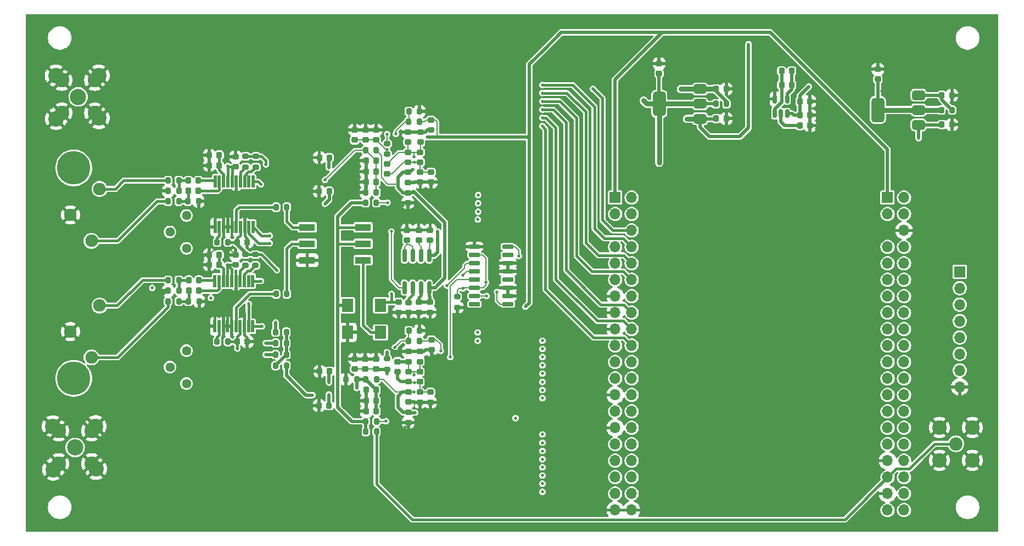
<source format=gbl>
G04 #@! TF.GenerationSoftware,KiCad,Pcbnew,8.0.7*
G04 #@! TF.CreationDate,2025-03-14T10:19:42+01:00*
G04 #@! TF.ProjectId,MISRC_v2.5,4d495352-435f-4763-922e-352e6b696361,3.0*
G04 #@! TF.SameCoordinates,Original*
G04 #@! TF.FileFunction,Copper,L4,Bot*
G04 #@! TF.FilePolarity,Positive*
%FSLAX46Y46*%
G04 Gerber Fmt 4.6, Leading zero omitted, Abs format (unit mm)*
G04 Created by KiCad (PCBNEW 8.0.7) date 2025-03-14 10:19:42*
%MOMM*%
%LPD*%
G01*
G04 APERTURE LIST*
G04 Aperture macros list*
%AMRoundRect*
0 Rectangle with rounded corners*
0 $1 Rounding radius*
0 $2 $3 $4 $5 $6 $7 $8 $9 X,Y pos of 4 corners*
0 Add a 4 corners polygon primitive as box body*
4,1,4,$2,$3,$4,$5,$6,$7,$8,$9,$2,$3,0*
0 Add four circle primitives for the rounded corners*
1,1,$1+$1,$2,$3*
1,1,$1+$1,$4,$5*
1,1,$1+$1,$6,$7*
1,1,$1+$1,$8,$9*
0 Add four rect primitives between the rounded corners*
20,1,$1+$1,$2,$3,$4,$5,0*
20,1,$1+$1,$4,$5,$6,$7,0*
20,1,$1+$1,$6,$7,$8,$9,0*
20,1,$1+$1,$8,$9,$2,$3,0*%
G04 Aperture macros list end*
G04 #@! TA.AperFunction,ComponentPad*
%ADD10C,2.050000*%
G04 #@! TD*
G04 #@! TA.AperFunction,ComponentPad*
%ADD11C,2.250000*%
G04 #@! TD*
G04 #@! TA.AperFunction,ComponentPad*
%ADD12C,1.440000*%
G04 #@! TD*
G04 #@! TA.AperFunction,ComponentPad*
%ADD13C,1.950000*%
G04 #@! TD*
G04 #@! TA.AperFunction,ComponentPad*
%ADD14C,5.175000*%
G04 #@! TD*
G04 #@! TA.AperFunction,ComponentPad*
%ADD15C,2.500000*%
G04 #@! TD*
G04 #@! TA.AperFunction,ComponentPad*
%ADD16C,2.400000*%
G04 #@! TD*
G04 #@! TA.AperFunction,ComponentPad*
%ADD17R,1.700000X1.700000*%
G04 #@! TD*
G04 #@! TA.AperFunction,ComponentPad*
%ADD18O,1.700000X1.700000*%
G04 #@! TD*
G04 #@! TA.AperFunction,SMDPad,CuDef*
%ADD19RoundRect,0.225000X-0.225000X-0.250000X0.225000X-0.250000X0.225000X0.250000X-0.225000X0.250000X0*%
G04 #@! TD*
G04 #@! TA.AperFunction,SMDPad,CuDef*
%ADD20RoundRect,0.225000X0.225000X0.250000X-0.225000X0.250000X-0.225000X-0.250000X0.225000X-0.250000X0*%
G04 #@! TD*
G04 #@! TA.AperFunction,SMDPad,CuDef*
%ADD21RoundRect,0.225000X-0.250000X0.225000X-0.250000X-0.225000X0.250000X-0.225000X0.250000X0.225000X0*%
G04 #@! TD*
G04 #@! TA.AperFunction,SMDPad,CuDef*
%ADD22RoundRect,0.225000X0.250000X-0.225000X0.250000X0.225000X-0.250000X0.225000X-0.250000X-0.225000X0*%
G04 #@! TD*
G04 #@! TA.AperFunction,SMDPad,CuDef*
%ADD23RoundRect,0.200000X0.200000X0.275000X-0.200000X0.275000X-0.200000X-0.275000X0.200000X-0.275000X0*%
G04 #@! TD*
G04 #@! TA.AperFunction,SMDPad,CuDef*
%ADD24RoundRect,0.200000X-0.200000X-0.275000X0.200000X-0.275000X0.200000X0.275000X-0.200000X0.275000X0*%
G04 #@! TD*
G04 #@! TA.AperFunction,SMDPad,CuDef*
%ADD25R,1.800000X2.000000*%
G04 #@! TD*
G04 #@! TA.AperFunction,SMDPad,CuDef*
%ADD26RoundRect,0.200000X-0.275000X0.200000X-0.275000X-0.200000X0.275000X-0.200000X0.275000X0.200000X0*%
G04 #@! TD*
G04 #@! TA.AperFunction,SMDPad,CuDef*
%ADD27RoundRect,0.375000X0.625000X0.375000X-0.625000X0.375000X-0.625000X-0.375000X0.625000X-0.375000X0*%
G04 #@! TD*
G04 #@! TA.AperFunction,SMDPad,CuDef*
%ADD28RoundRect,0.500000X0.500000X1.400000X-0.500000X1.400000X-0.500000X-1.400000X0.500000X-1.400000X0*%
G04 #@! TD*
G04 #@! TA.AperFunction,SMDPad,CuDef*
%ADD29RoundRect,0.150000X0.150000X-0.825000X0.150000X0.825000X-0.150000X0.825000X-0.150000X-0.825000X0*%
G04 #@! TD*
G04 #@! TA.AperFunction,HeatsinkPad*
%ADD30R,3.000000X2.290000*%
G04 #@! TD*
G04 #@! TA.AperFunction,SMDPad,CuDef*
%ADD31RoundRect,0.200000X0.275000X-0.200000X0.275000X0.200000X-0.275000X0.200000X-0.275000X-0.200000X0*%
G04 #@! TD*
G04 #@! TA.AperFunction,SMDPad,CuDef*
%ADD32RoundRect,0.150000X0.150000X-0.512500X0.150000X0.512500X-0.150000X0.512500X-0.150000X-0.512500X0*%
G04 #@! TD*
G04 #@! TA.AperFunction,SMDPad,CuDef*
%ADD33R,2.440000X1.120000*%
G04 #@! TD*
G04 #@! TA.AperFunction,SMDPad,CuDef*
%ADD34RoundRect,0.150000X-0.725000X-0.150000X0.725000X-0.150000X0.725000X0.150000X-0.725000X0.150000X0*%
G04 #@! TD*
G04 #@! TA.AperFunction,SMDPad,CuDef*
%ADD35RoundRect,0.028800X-0.211200X0.921200X-0.211200X-0.921200X0.211200X-0.921200X0.211200X0.921200X0*%
G04 #@! TD*
G04 #@! TA.AperFunction,ViaPad*
%ADD36C,0.500000*%
G04 #@! TD*
G04 #@! TA.AperFunction,Conductor*
%ADD37C,0.500000*%
G04 #@! TD*
G04 #@! TA.AperFunction,Conductor*
%ADD38C,0.400000*%
G04 #@! TD*
G04 #@! TA.AperFunction,Conductor*
%ADD39C,0.200000*%
G04 #@! TD*
G04 #@! TA.AperFunction,Conductor*
%ADD40C,0.300000*%
G04 #@! TD*
G04 #@! TA.AperFunction,Conductor*
%ADD41C,0.750000*%
G04 #@! TD*
G04 APERTURE END LIST*
D10*
G04 #@! TO.P,J101/2,1,Pin_1*
G04 #@! TO.N,Net-(J101-Signal)*
X64395000Y-126425000D03*
D11*
G04 #@! TO.P,J101/2,2,Shield*
G04 #@! TO.N,GND*
X61855000Y-123885000D03*
X61855000Y-128965000D03*
X66935000Y-123885000D03*
X66935000Y-128965000D03*
G04 #@! TD*
D12*
G04 #@! TO.P,RV201,1,1*
G04 #@! TO.N,+5VA*
X81540000Y-95715000D03*
G04 #@! TO.P,RV201,2,2*
G04 #@! TO.N,Net-(R228-Pad2)*
X79000000Y-93175000D03*
G04 #@! TO.P,RV201,3,3*
G04 #@! TO.N,-5VA*
X81540000Y-90635000D03*
G04 #@! TD*
D10*
G04 #@! TO.P,J201/2,1,Pin_1*
G04 #@! TO.N,Net-(J201-Signal)*
X64860000Y-72290000D03*
D11*
G04 #@! TO.P,J201/2,2,Shield*
G04 #@! TO.N,GND*
X62320000Y-69750000D03*
X62320000Y-74830000D03*
X67400000Y-69750000D03*
X67400000Y-74830000D03*
G04 #@! TD*
D10*
G04 #@! TO.P,J4,1,Pin_1*
G04 #@! TO.N,Net-(J1-PCLK)*
X200200000Y-125900000D03*
D11*
G04 #@! TO.P,J4,2,Shield*
G04 #@! TO.N,GND*
X197660000Y-123360000D03*
X197660000Y-128440000D03*
X202740000Y-123360000D03*
X202740000Y-128440000D03*
G04 #@! TD*
D13*
G04 #@! TO.P,J202,1,1*
G04 #@! TO.N,GND*
X63650000Y-90550000D03*
G04 #@! TO.P,J202,2,2*
G04 #@! TO.N,IN1_L*
X68150000Y-86550000D03*
G04 #@! TO.P,J202,3,3*
G04 #@! TO.N,IN1_R*
X66900000Y-94550000D03*
G04 #@! TO.P,J202,4,4*
G04 #@! TO.N,GND*
X63650000Y-108550000D03*
G04 #@! TO.P,J202,5,5*
G04 #@! TO.N,IN2_L*
X68150000Y-104550000D03*
G04 #@! TO.P,J202,6,6*
G04 #@! TO.N,IN2_R*
X66900000Y-112550000D03*
D14*
G04 #@! TO.P,J202,MH1,MH1*
G04 #@! TO.N,unconnected-(J202-PadMH1)*
X64150000Y-83300000D03*
G04 #@! TO.P,J202,MH2,MH2*
G04 #@! TO.N,unconnected-(J202-PadMH2)*
X64150000Y-115800000D03*
G04 #@! TD*
D15*
G04 #@! TO.P,J101,1,Signal*
G04 #@! TO.N,Net-(J101-Signal)*
X64375000Y-126475000D03*
D16*
G04 #@! TO.P,J101,2,GND*
G04 #@! TO.N,GND*
X60935000Y-123195000D03*
G04 #@! TO.P,J101,3,GND*
X67535000Y-123185000D03*
G04 #@! TO.P,J101,4,GND*
X60975000Y-129875000D03*
G04 #@! TO.P,J101,5,GND*
X67585000Y-129765000D03*
G04 #@! TD*
D17*
G04 #@! TO.P,J3,1,Pin_1*
G04 #@! TO.N,+5V*
X200775000Y-99320000D03*
D18*
G04 #@! TO.P,J3,2,Pin_2*
G04 #@! TO.N,Net-(J1-DQ15)*
X200775000Y-101860000D03*
G04 #@! TO.P,J3,3,Pin_3*
G04 #@! TO.N,Net-(J1-DQ14)*
X200775000Y-104400000D03*
G04 #@! TO.P,J3,4,Pin_4*
G04 #@! TO.N,Net-(J2-DQ19)*
X200775000Y-106940000D03*
G04 #@! TO.P,J3,5,Pin_5*
G04 #@! TO.N,Net-(J2-DQ18)*
X200775000Y-109480000D03*
G04 #@! TO.P,J3,6,Pin_6*
G04 #@! TO.N,Net-(J2-DQ17)*
X200775000Y-112020000D03*
G04 #@! TO.P,J3,7,Pin_7*
G04 #@! TO.N,Net-(J2-DQ16)*
X200775000Y-114560000D03*
G04 #@! TO.P,J3,8,Pin_8*
G04 #@! TO.N,GND*
X200775000Y-117100000D03*
G04 #@! TD*
D17*
G04 #@! TO.P,J1,1,V3P3*
G04 #@! TO.N,VDD*
X189653000Y-87875000D03*
D18*
G04 #@! TO.P,J1,2,V1P2*
G04 #@! TO.N,unconnected-(J1-V1P2-Pad2)*
X192193000Y-87875000D03*
G04 #@! TO.P,J1,3,USB3_VBUS*
G04 #@! TO.N,+5V*
X189653000Y-90415000D03*
G04 #@! TO.P,J1,4,USB3_VBUS*
X192193000Y-90415000D03*
G04 #@! TO.P,J1,6,GND*
G04 #@! TO.N,GND*
X192193000Y-92955000D03*
G04 #@! TO.P,J1,7,CTL12*
G04 #@! TO.N,unconnected-(J1-CTL12-Pad7)*
X189653000Y-95495000D03*
G04 #@! TO.P,J1,8,DQ15*
G04 #@! TO.N,Net-(J1-DQ15)*
X192193000Y-95495000D03*
G04 #@! TO.P,J1,9,CTL11*
G04 #@! TO.N,unconnected-(J1-CTL11-Pad9)*
X189653000Y-98035000D03*
G04 #@! TO.P,J1,10,DQ14*
G04 #@! TO.N,Net-(J1-DQ14)*
X192193000Y-98035000D03*
G04 #@! TO.P,J1,11,CTL10*
G04 #@! TO.N,unconnected-(J1-CTL10-Pad11)*
X189653000Y-100575000D03*
G04 #@! TO.P,J1,12,DQ13*
G04 #@! TO.N,Net-(J1-DQ13)*
X192193000Y-100575000D03*
G04 #@! TO.P,J1,13,CTL9*
G04 #@! TO.N,unconnected-(J1-CTL9-Pad13)*
X189653000Y-103115000D03*
G04 #@! TO.P,J1,14,DQ12*
G04 #@! TO.N,Net-(J1-DQ12)*
X192193000Y-103115000D03*
G04 #@! TO.P,J1,15,CTL8*
G04 #@! TO.N,unconnected-(J1-CTL8-Pad15)*
X189653000Y-105655000D03*
G04 #@! TO.P,J1,16,DQ11*
G04 #@! TO.N,Net-(J1-DQ11)*
X192193000Y-105655000D03*
G04 #@! TO.P,J1,17,CTL7*
G04 #@! TO.N,unconnected-(J1-CTL7-Pad17)*
X189653000Y-108195000D03*
G04 #@! TO.P,J1,18,DQ10*
G04 #@! TO.N,Net-(J1-DQ10)*
X192193000Y-108195000D03*
G04 #@! TO.P,J1,19,CTL6*
G04 #@! TO.N,unconnected-(J1-CTL6-Pad19)*
X189653000Y-110735000D03*
G04 #@! TO.P,J1,20,DQ9*
G04 #@! TO.N,Net-(J1-DQ9)*
X192193000Y-110735000D03*
G04 #@! TO.P,J1,21,CTL5*
G04 #@! TO.N,unconnected-(J1-CTL5-Pad21)*
X189653000Y-113275000D03*
G04 #@! TO.P,J1,22,DQ8*
G04 #@! TO.N,Net-(J1-DQ8)*
X192193000Y-113275000D03*
G04 #@! TO.P,J1,23,CTL4_SW*
G04 #@! TO.N,unconnected-(J1-CTL4_SW-Pad23)*
X189653000Y-115815000D03*
G04 #@! TO.P,J1,24,DQ7*
G04 #@! TO.N,Net-(J1-DQ7)*
X192193000Y-115815000D03*
G04 #@! TO.P,J1,25,CTL3*
G04 #@! TO.N,unconnected-(J1-CTL3-Pad25)*
X189653000Y-118355000D03*
G04 #@! TO.P,J1,26,DQ6*
G04 #@! TO.N,Net-(J1-DQ6)*
X192193000Y-118355000D03*
G04 #@! TO.P,J1,27,CTL2*
G04 #@! TO.N,unconnected-(J1-CTL2-Pad27)*
X189653000Y-120895000D03*
G04 #@! TO.P,J1,28,DQ5*
G04 #@! TO.N,Net-(J1-DQ5)*
X192193000Y-120895000D03*
G04 #@! TO.P,J1,29,CTL1*
G04 #@! TO.N,unconnected-(J1-CTL1-Pad29)*
X189653000Y-123435000D03*
G04 #@! TO.P,J1,30,DQ4*
G04 #@! TO.N,Net-(J1-DQ4)*
X192193000Y-123435000D03*
G04 #@! TO.P,J1,31,CTL0*
G04 #@! TO.N,unconnected-(J1-CTL0-Pad31)*
X189653000Y-125975000D03*
G04 #@! TO.P,J1,32,DQ3*
G04 #@! TO.N,Net-(J1-DQ3)*
X192193000Y-125975000D03*
G04 #@! TO.P,J1,33,GND*
G04 #@! TO.N,GND*
X189653000Y-128515000D03*
G04 #@! TO.P,J1,34,DQ2*
G04 #@! TO.N,Net-(J1-DQ2)*
X192193000Y-128515000D03*
G04 #@! TO.P,J1,35,PCLK*
G04 #@! TO.N,Net-(J1-PCLK)*
X189653000Y-131055000D03*
G04 #@! TO.P,J1,36,DQ1*
G04 #@! TO.N,Net-(J1-DQ1)*
X192193000Y-131055000D03*
G04 #@! TO.P,J1,37,GND*
G04 #@! TO.N,GND*
X189653000Y-133595000D03*
G04 #@! TO.P,J1,38,DQ0*
G04 #@! TO.N,Net-(J1-DQ0)*
X192193000Y-133595000D03*
G04 #@! TO.P,J1,39,I2C_SDA_FX3*
G04 #@! TO.N,unconnected-(J1-I2C_SDA_FX3-Pad39)*
X189653000Y-136135000D03*
G04 #@! TO.P,J1,40,I2C_SCL_FX3*
G04 #@! TO.N,unconnected-(J1-I2C_SCL_FX3-Pad40)*
X192193000Y-136135000D03*
G04 #@! TD*
D12*
G04 #@! TO.P,RV101,1,1*
G04 #@! TO.N,+5VA*
X81540000Y-116600000D03*
G04 #@! TO.P,RV101,2,2*
G04 #@! TO.N,Net-(R127-Pad2)*
X79000000Y-114060000D03*
G04 #@! TO.P,RV101,3,3*
G04 #@! TO.N,-5VA*
X81540000Y-111520000D03*
G04 #@! TD*
D17*
G04 #@! TO.P,J2,1,V3P3*
G04 #@! TO.N,VDD*
X147650000Y-87875000D03*
D18*
G04 #@! TO.P,J2,2,V1P2*
G04 #@! TO.N,unconnected-(J2-V1P2-Pad2)*
X150190000Y-87875000D03*
G04 #@! TO.P,J2,3,INT_N_CTL15*
G04 #@! TO.N,unconnected-(J2-INT_N_CTL15-Pad3)*
X147650000Y-90415000D03*
G04 #@! TO.P,J2,4,VIO*
G04 #@! TO.N,unconnected-(J2-VIO-Pad4)*
X150190000Y-90415000D03*
G04 #@! TO.P,J2,6,DQ31*
G04 #@! TO.N,Net-(J2-DQ31)*
X150190000Y-92955000D03*
G04 #@! TO.P,J2,7,PMODE_2*
G04 #@! TO.N,unconnected-(J2-PMODE_2-Pad7)*
X147650000Y-95495000D03*
G04 #@! TO.P,J2,8,DQ30*
G04 #@! TO.N,Net-(J2-DQ30)*
X150190000Y-95495000D03*
G04 #@! TO.P,J2,9,PMODE_1*
G04 #@! TO.N,unconnected-(J2-PMODE_1-Pad9)*
X147650000Y-98035000D03*
G04 #@! TO.P,J2,10,DQ29*
G04 #@! TO.N,Net-(J2-DQ29)*
X150190000Y-98035000D03*
G04 #@! TO.P,J2,11,PMODE_0*
G04 #@! TO.N,unconnected-(J2-PMODE_0-Pad11)*
X147650000Y-100575000D03*
G04 #@! TO.P,J2,12,DQ28*
G04 #@! TO.N,Net-(J2-DQ28)*
X150190000Y-100575000D03*
G04 #@! TO.P,J2,13,GND*
G04 #@! TO.N,GND*
X147650000Y-103115000D03*
G04 #@! TO.P,J2,14,GPIO45*
G04 #@! TO.N,unconnected-(J2-GPIO45-Pad14)*
X150190000Y-103115000D03*
G04 #@! TO.P,J2,15,GND*
G04 #@! TO.N,GND*
X147650000Y-105655000D03*
G04 #@! TO.P,J2,16,DQ27*
G04 #@! TO.N,Net-(J2-DQ27)*
X150190000Y-105655000D03*
G04 #@! TO.P,J2,17,GND*
G04 #@! TO.N,GND*
X147650000Y-108195000D03*
G04 #@! TO.P,J2,18,DQ26*
G04 #@! TO.N,Net-(J2-DQ26)*
X150190000Y-108195000D03*
G04 #@! TO.P,J2,19,SPI-MOSI_UART-RX*
G04 #@! TO.N,unconnected-(J2-SPI-MOSI_UART-RX-Pad19)*
X147650000Y-110735000D03*
G04 #@! TO.P,J2,20,DQ25*
G04 #@! TO.N,Net-(J2-DQ25)*
X150190000Y-110735000D03*
G04 #@! TO.P,J2,21,SPI-MISO_UART_TX*
G04 #@! TO.N,unconnected-(J2-SPI-MISO_UART_TX-Pad21)*
X147650000Y-113275000D03*
G04 #@! TO.P,J2,22,DQ24*
G04 #@! TO.N,Net-(J2-DQ24)*
X150190000Y-113275000D03*
G04 #@! TO.P,J2,23,SPI-SSN_UART-CTS*
G04 #@! TO.N,unconnected-(J2-SPI-SSN_UART-CTS-Pad23)*
X147650000Y-115815000D03*
G04 #@! TO.P,J2,24,DQ23*
G04 #@! TO.N,Net-(J2-DQ23)*
X150190000Y-115815000D03*
G04 #@! TO.P,J2,25,GND*
G04 #@! TO.N,GND*
X147650000Y-118355000D03*
G04 #@! TO.P,J2,26,DQ22*
G04 #@! TO.N,Net-(J2-DQ22)*
X150190000Y-118355000D03*
G04 #@! TO.P,J2,27,SPI-SCK_UART-RTS*
G04 #@! TO.N,unconnected-(J2-SPI-SCK_UART-RTS-Pad27)*
X147650000Y-120895000D03*
G04 #@! TO.P,J2,28,DQ21*
G04 #@! TO.N,Net-(J2-DQ21)*
X150190000Y-120895000D03*
G04 #@! TO.P,J2,29,GND*
G04 #@! TO.N,GND*
X147650000Y-123435000D03*
G04 #@! TO.P,J2,30,DQ20*
G04 #@! TO.N,Net-(J2-DQ20)*
X150190000Y-123435000D03*
G04 #@! TO.P,J2,31,I2S_WS*
G04 #@! TO.N,unconnected-(J2-I2S_WS-Pad31)*
X147650000Y-125975000D03*
G04 #@! TO.P,J2,32,DQ19*
G04 #@! TO.N,Net-(J2-DQ19)*
X150190000Y-125975000D03*
G04 #@! TO.P,J2,33,I2S_SD*
G04 #@! TO.N,unconnected-(J2-I2S_SD-Pad33)*
X147650000Y-128515000D03*
G04 #@! TO.P,J2,34,DQ18*
G04 #@! TO.N,Net-(J2-DQ18)*
X150190000Y-128515000D03*
G04 #@! TO.P,J2,35,GPIO57_I2S-MCLK_VIO3_SW*
G04 #@! TO.N,unconnected-(J2-GPIO57_I2S-MCLK_VIO3_SW-Pad35)*
X147650000Y-131055000D03*
G04 #@! TO.P,J2,36,DQ17*
G04 #@! TO.N,Net-(J2-DQ17)*
X150190000Y-131055000D03*
G04 #@! TO.P,J2,37,I2S_CLK*
G04 #@! TO.N,unconnected-(J2-I2S_CLK-Pad37)*
X147650000Y-133595000D03*
G04 #@! TO.P,J2,38,DQ16*
G04 #@! TO.N,Net-(J2-DQ16)*
X150190000Y-133595000D03*
G04 #@! TO.P,J2,39,GND*
G04 #@! TO.N,GND*
X147650000Y-136135000D03*
G04 #@! TO.P,J2,40,GND*
X150190000Y-136135000D03*
G04 #@! TD*
D15*
G04 #@! TO.P,J201,1,Signal*
G04 #@! TO.N,Net-(J201-Signal)*
X64840000Y-72310000D03*
D16*
G04 #@! TO.P,J201,2,GND*
G04 #@! TO.N,GND*
X61400000Y-69030000D03*
G04 #@! TO.P,J201,3,GND*
X68000000Y-69020000D03*
G04 #@! TO.P,J201,4,GND*
X61440000Y-75710000D03*
G04 #@! TO.P,J201,5,GND*
X68050000Y-75600000D03*
G04 #@! TD*
D19*
G04 #@! TO.P,C122,1*
G04 #@! TO.N,GND*
X102075000Y-114700000D03*
G04 #@! TO.P,C122,2*
G04 #@! TO.N,-5VA*
X103625000Y-114700000D03*
G04 #@! TD*
D20*
G04 #@! TO.P,C240,1*
G04 #@! TO.N,GND*
X90925000Y-110125000D03*
G04 #@! TO.P,C240,2*
G04 #@! TO.N,VDDA*
X89375000Y-110125000D03*
G04 #@! TD*
D21*
G04 #@! TO.P,C226,1*
G04 #@! TO.N,VDD*
X119225000Y-75900000D03*
G04 #@! TO.P,C226,2*
G04 #@! TO.N,GND*
X119225000Y-77450000D03*
G04 #@! TD*
D22*
G04 #@! TO.P,C319,1*
G04 #@! TO.N,Net-(U102-VREF)*
X110775000Y-114350000D03*
G04 #@! TO.P,C319,2*
G04 #@! TO.N,GND*
X110775000Y-112800000D03*
G04 #@! TD*
G04 #@! TO.P,C221,1*
G04 #@! TO.N,Net-(U202-REFT)*
X117600000Y-82425000D03*
G04 #@! TO.P,C221,2*
G04 #@! TO.N,Net-(U202-REFB)*
X117600000Y-80875000D03*
G04 #@! TD*
D23*
G04 #@! TO.P,R235,1*
G04 #@! TO.N,GND*
X83425000Y-88450000D03*
G04 #@! TO.P,R235,2*
G04 #@! TO.N,Net-(C232-Pad1)*
X81775000Y-88450000D03*
G04 #@! TD*
D19*
G04 #@! TO.P,C20,1*
G04 #@! TO.N,+5VA*
X163230000Y-75675000D03*
G04 #@! TO.P,C20,2*
G04 #@! TO.N,GND*
X164780000Y-75675000D03*
G04 #@! TD*
D20*
G04 #@! TO.P,C230,1*
G04 #@! TO.N,Net-(U203-VREF1)*
X86600000Y-82890000D03*
G04 #@! TO.P,C230,2*
G04 #@! TO.N,GND*
X85050000Y-82890000D03*
G04 #@! TD*
G04 #@! TO.P,C8,1*
G04 #@! TO.N,Net-(U6-CP+)*
X174875000Y-68316000D03*
G04 #@! TO.P,C8,2*
G04 #@! TO.N,Net-(U6-CP-)*
X173325000Y-68316000D03*
G04 #@! TD*
D19*
G04 #@! TO.P,C231,1*
G04 #@! TO.N,Net-(C231-Pad1)*
X81825000Y-85250000D03*
G04 #@! TO.P,C231,2*
G04 #@! TO.N,Net-(U203-VINL)*
X83375000Y-85250000D03*
G04 #@! TD*
D24*
G04 #@! TO.P,R204,1*
G04 #@! TO.N,Net-(U201-VCM)*
X109175000Y-80550000D03*
G04 #@! TO.P,R204,2*
G04 #@! TO.N,VDDA*
X110825000Y-80550000D03*
G04 #@! TD*
D25*
G04 #@! TO.P,Y1,1,EN*
G04 #@! TO.N,/osc_en*
X111465000Y-108700000D03*
G04 #@! TO.P,Y1,2,GND*
G04 #@! TO.N,GND*
X106385000Y-108700000D03*
G04 #@! TO.P,Y1,3,OUT*
G04 #@! TO.N,/CLK_40*
X106385000Y-104500000D03*
G04 #@! TO.P,Y1,4,VCC*
G04 #@! TO.N,VDD*
X111465000Y-104500000D03*
G04 #@! TD*
D22*
G04 #@! TO.P,C22,1*
G04 #@! TO.N,GND*
X115800000Y-105603000D03*
G04 #@! TO.P,C22,2*
G04 #@! TO.N,Net-(U7-BYP)*
X115800000Y-104053000D03*
G04 #@! TD*
D24*
G04 #@! TO.P,R110,1*
G04 #@! TO.N,Net-(R106-Pad1)*
X95300000Y-113825000D03*
G04 #@! TO.P,R110,2*
G04 #@! TO.N,Net-(U101--)*
X96950000Y-113825000D03*
G04 #@! TD*
D19*
G04 #@! TO.P,C21,1*
G04 #@! TO.N,-5VA*
X198025000Y-76600000D03*
G04 #@! TO.P,C21,2*
G04 #@! TO.N,GND*
X199575000Y-76600000D03*
G04 #@! TD*
D24*
G04 #@! TO.P,R5,1*
G04 #@! TO.N,Net-(Q2-C)*
X197975000Y-74350000D03*
G04 #@! TO.P,R5,2*
G04 #@! TO.N,Net-(Q2-B)*
X199625000Y-74350000D03*
G04 #@! TD*
D23*
G04 #@! TO.P,R126,1*
G04 #@! TO.N,GND*
X117475000Y-108425000D03*
G04 #@! TO.P,R126,2*
G04 #@! TO.N,Net-(U102-MODE)*
X115825000Y-108425000D03*
G04 #@! TD*
D21*
G04 #@! TO.P,C114,1*
G04 #@! TO.N,GND*
X117525000Y-111650000D03*
G04 #@! TO.P,C114,2*
G04 #@! TO.N,Net-(U102-REFB)*
X117525000Y-113200000D03*
G04 #@! TD*
D22*
G04 #@! TO.P,C216,1*
G04 #@! TO.N,Net-(U202-VREF)*
X107475000Y-78975000D03*
G04 #@! TO.P,C216,2*
G04 #@! TO.N,GND*
X107475000Y-77425000D03*
G04 #@! TD*
D23*
G04 #@! TO.P,R226,1*
G04 #@! TO.N,GND*
X117475000Y-74550000D03*
G04 #@! TO.P,R226,2*
G04 #@! TO.N,Net-(U202-MODE)*
X115825000Y-74550000D03*
G04 #@! TD*
D21*
G04 #@! TO.P,C225,1*
G04 #@! TO.N,VDDA*
X115675000Y-83975000D03*
G04 #@! TO.P,C225,2*
G04 #@! TO.N,GND*
X115675000Y-85525000D03*
G04 #@! TD*
D20*
G04 #@! TO.P,C234,1*
G04 #@! TO.N,Net-(U204-VREF1)*
X86600000Y-96700000D03*
G04 #@! TO.P,C234,2*
G04 #@! TO.N,GND*
X85050000Y-96700000D03*
G04 #@! TD*
D26*
G04 #@! TO.P,R240,1*
G04 #@! TO.N,VDDA*
X92175000Y-96675000D03*
G04 #@! TO.P,R240,2*
G04 #@! TO.N,Net-(U204-BYPAS)*
X92175000Y-98325000D03*
G04 #@! TD*
D21*
G04 #@! TO.P,C213,1*
G04 #@! TO.N,GND*
X115700000Y-77775000D03*
G04 #@! TO.P,C213,2*
G04 #@! TO.N,Net-(U202-REFB)*
X115700000Y-79325000D03*
G04 #@! TD*
D19*
G04 #@! TO.P,C7,1*
G04 #@! TO.N,+5V*
X176150000Y-76745000D03*
G04 #@! TO.P,C7,2*
G04 #@! TO.N,GND*
X177700000Y-76745000D03*
G04 #@! TD*
D27*
G04 #@! TO.P,Q2,1,B*
G04 #@! TO.N,Net-(Q2-B)*
X194450000Y-72050000D03*
G04 #@! TO.P,Q2,2,C*
G04 #@! TO.N,Net-(Q2-C)*
X194450000Y-74350000D03*
D28*
X188150000Y-74350000D03*
D27*
G04 #@! TO.P,Q2,3,E*
G04 #@! TO.N,-5VA*
X194450000Y-76650000D03*
G04 #@! TD*
D19*
G04 #@! TO.P,C15,1*
G04 #@! TO.N,Net-(Q2-B)*
X198025000Y-72070000D03*
G04 #@! TO.P,C15,2*
G04 #@! TO.N,GND*
X199575000Y-72070000D03*
G04 #@! TD*
D22*
G04 #@! TO.P,C112,1*
G04 #@! TO.N,GND*
X117550000Y-119475000D03*
G04 #@! TO.P,C112,2*
G04 #@! TO.N,Net-(U102-REFT)*
X117550000Y-117925000D03*
G04 #@! TD*
D26*
G04 #@! TO.P,R241,1*
G04 #@! TO.N,VDDA*
X90650000Y-96675000D03*
G04 #@! TO.P,R241,2*
G04 #@! TO.N,Net-(U204-PDWN_N)*
X90650000Y-98325000D03*
G04 #@! TD*
D23*
G04 #@! TO.P,R108,1*
G04 #@! TO.N,Net-(R106-Pad1)*
X96950000Y-112125000D03*
G04 #@! TO.P,R108,2*
G04 #@! TO.N,Net-(C127-Pad1)*
X95300000Y-112125000D03*
G04 #@! TD*
D20*
G04 #@! TO.P,C223,1*
G04 #@! TO.N,+5VA*
X103550000Y-86900000D03*
G04 #@! TO.P,C223,2*
G04 #@! TO.N,GND*
X102000000Y-86900000D03*
G04 #@! TD*
D21*
G04 #@! TO.P,C214,1*
G04 #@! TO.N,GND*
X117625000Y-77750000D03*
G04 #@! TO.P,C214,2*
G04 #@! TO.N,Net-(U202-REFB)*
X117625000Y-79300000D03*
G04 #@! TD*
D29*
G04 #@! TO.P,U7,1,VOUT*
G04 #@! TO.N,VDDA*
X118968000Y-101777000D03*
G04 #@! TO.P,U7,2,SENSE*
X117698000Y-101777000D03*
G04 #@! TO.P,U7,3,BYP*
G04 #@! TO.N,Net-(U7-BYP)*
X116428000Y-101777000D03*
G04 #@! TO.P,U7,4,EN*
G04 #@! TO.N,+5VA*
X115158000Y-101777000D03*
G04 #@! TO.P,U7,5,REF_SENSE*
G04 #@! TO.N,Net-(U7-REF)*
X115158000Y-96827000D03*
G04 #@! TO.P,U7,6,REF*
X116428000Y-96827000D03*
G04 #@! TO.P,U7,7,VREG*
G04 #@! TO.N,Net-(U7-VREG)*
X117698000Y-96827000D03*
G04 #@! TO.P,U7,8,VIN*
G04 #@! TO.N,+5VA*
X118968000Y-96827000D03*
D30*
G04 #@! TO.P,U7,9,GND*
G04 #@! TO.N,GND*
X117063000Y-99302000D03*
G04 #@! TD*
D19*
G04 #@! TO.P,C232,1*
G04 #@! TO.N,Net-(C232-Pad1)*
X81825000Y-86850000D03*
G04 #@! TO.P,C232,2*
G04 #@! TO.N,Net-(U203-VINR)*
X83375000Y-86850000D03*
G04 #@! TD*
D22*
G04 #@! TO.P,C217,1*
G04 #@! TO.N,Net-(U202-REFT)*
X115700000Y-82425000D03*
G04 #@! TO.P,C217,2*
G04 #@! TO.N,Net-(U202-REFB)*
X115700000Y-80875000D03*
G04 #@! TD*
D23*
G04 #@! TO.P,R106,1*
G04 #@! TO.N,Net-(R106-Pad1)*
X96950000Y-110350000D03*
G04 #@! TO.P,R106,2*
G04 #@! TO.N,Net-(R106-Pad2)*
X95300000Y-110350000D03*
G04 #@! TD*
D19*
G04 #@! TO.P,C14,1*
G04 #@! TO.N,Net-(Q1-B)*
X163225000Y-71100000D03*
G04 #@! TO.P,C14,2*
G04 #@! TO.N,GND*
X164775000Y-71100000D03*
G04 #@! TD*
D24*
G04 #@! TO.P,R238,1*
G04 #@! TO.N,IN2_L*
X78700000Y-100628141D03*
G04 #@! TO.P,R238,2*
G04 #@! TO.N,Net-(C237-Pad1)*
X80350000Y-100628141D03*
G04 #@! TD*
D22*
G04 #@! TO.P,C115,1*
G04 #@! TO.N,Net-(U102-VREF)*
X107475000Y-114350000D03*
G04 #@! TO.P,C115,2*
G04 #@! TO.N,GND*
X107475000Y-112800000D03*
G04 #@! TD*
D31*
G04 #@! TO.P,R223,1*
G04 #@! TO.N,Net-(U202-VREF)*
X112500000Y-81175000D03*
G04 #@! TO.P,R223,2*
G04 #@! TO.N,Net-(U202-SENSE)*
X112500000Y-79525000D03*
G04 #@! TD*
D20*
G04 #@! TO.P,C235,1*
G04 #@! TO.N,Net-(U204-VREF1)*
X86600000Y-98250000D03*
G04 #@! TO.P,C235,2*
G04 #@! TO.N,GND*
X85050000Y-98250000D03*
G04 #@! TD*
D19*
G04 #@! TO.P,C238,1*
G04 #@! TO.N,Net-(C238-Pad1)*
X81900000Y-102250000D03*
G04 #@! TO.P,C238,2*
G04 #@! TO.N,Net-(U204-VINR)*
X83450000Y-102250000D03*
G04 #@! TD*
D24*
G04 #@! TO.P,R233,1*
G04 #@! TO.N,GND*
X78700000Y-86850000D03*
G04 #@! TO.P,R233,2*
G04 #@! TO.N,Net-(C231-Pad1)*
X80350000Y-86850000D03*
G04 #@! TD*
G04 #@! TO.P,R232,1*
G04 #@! TO.N,IN1_L*
X78700000Y-85250000D03*
G04 #@! TO.P,R232,2*
G04 #@! TO.N,Net-(C231-Pad1)*
X80350000Y-85250000D03*
G04 #@! TD*
D22*
G04 #@! TO.P,C111,1*
G04 #@! TO.N,GND*
X119175000Y-119475000D03*
G04 #@! TO.P,C111,2*
G04 #@! TO.N,Net-(U102-REFT)*
X119175000Y-117925000D03*
G04 #@! TD*
D24*
G04 #@! TO.P,R311,1*
G04 #@! TO.N,/CLK_40*
X109175000Y-88650000D03*
G04 #@! TO.P,R311,2*
G04 #@! TO.N,Net-(U202-CLK)*
X110825000Y-88650000D03*
G04 #@! TD*
D22*
G04 #@! TO.P,C233,1*
G04 #@! TO.N,+5Vpcm*
X89125000Y-83100000D03*
G04 #@! TO.P,C233,2*
G04 #@! TO.N,GND*
X89125000Y-81550000D03*
G04 #@! TD*
D23*
G04 #@! TO.P,R224,1*
G04 #@! TO.N,VDD*
X117450000Y-76150000D03*
G04 #@! TO.P,R224,2*
G04 #@! TO.N,Net-(U202-MODE)*
X115800000Y-76150000D03*
G04 #@! TD*
G04 #@! TO.P,R237,1*
G04 #@! TO.N,GND*
X83500000Y-103900000D03*
G04 #@! TO.P,R237,2*
G04 #@! TO.N,Net-(C238-Pad1)*
X81850000Y-103900000D03*
G04 #@! TD*
D21*
G04 #@! TO.P,C224,1*
G04 #@! TO.N,VDDA*
X115675000Y-87125000D03*
G04 #@! TO.P,C224,2*
G04 #@! TO.N,GND*
X115675000Y-88675000D03*
G04 #@! TD*
G04 #@! TO.P,C125,1*
G04 #@! TO.N,VDDA*
X115750000Y-117900000D03*
G04 #@! TO.P,C125,2*
G04 #@! TO.N,GND*
X115750000Y-119450000D03*
G04 #@! TD*
G04 #@! TO.P,C241,1*
G04 #@! TO.N,VDD*
X114275000Y-104050000D03*
G04 #@! TO.P,C241,2*
G04 #@! TO.N,GND*
X114275000Y-105600000D03*
G04 #@! TD*
D23*
G04 #@! TO.P,R314,1*
G04 #@! TO.N,/Audio_ADC/SCKI_1*
X97015000Y-89360000D03*
G04 #@! TO.P,R314,2*
G04 #@! TO.N,Net-(U203-SCKI)*
X95365000Y-89360000D03*
G04 #@! TD*
G04 #@! TO.P,R312,1*
G04 #@! TO.N,/Audio_ADC/SCKI_2*
X97015000Y-102770000D03*
G04 #@! TO.P,R312,2*
G04 #@! TO.N,Net-(U204-SCKI)*
X95365000Y-102770000D03*
G04 #@! TD*
D20*
G04 #@! TO.P,C204,1*
G04 #@! TO.N,Net-(U201-VCM)*
X110778000Y-85500000D03*
G04 #@! TO.P,C204,2*
G04 #@! TO.N,GND*
X109228000Y-85500000D03*
G04 #@! TD*
D27*
G04 #@! TO.P,Q1,1,B*
G04 #@! TO.N,Net-(Q1-B)*
X160750000Y-71100000D03*
G04 #@! TO.P,Q1,2,C*
G04 #@! TO.N,+5Vpcm*
X160750000Y-73400000D03*
D28*
X154450000Y-73400000D03*
D27*
G04 #@! TO.P,Q1,3,E*
G04 #@! TO.N,+5VA*
X160750000Y-75700000D03*
G04 #@! TD*
D22*
G04 #@! TO.P,C116,1*
G04 #@! TO.N,Net-(U102-VREF)*
X109125000Y-114350000D03*
G04 #@! TO.P,C116,2*
G04 #@! TO.N,GND*
X109125000Y-112800000D03*
G04 #@! TD*
D20*
G04 #@! TO.P,C236,1*
G04 #@! TO.N,GND*
X90925000Y-94750000D03*
G04 #@! TO.P,C236,2*
G04 #@! TO.N,VDDA*
X89375000Y-94750000D03*
G04 #@! TD*
D22*
G04 #@! TO.P,C211,1*
G04 #@! TO.N,GND*
X119275000Y-85500000D03*
G04 #@! TO.P,C211,2*
G04 #@! TO.N,Net-(U202-REFT)*
X119275000Y-83950000D03*
G04 #@! TD*
D24*
G04 #@! TO.P,R310,1*
G04 #@! TO.N,/CLK_40*
X109200000Y-122425000D03*
G04 #@! TO.P,R310,2*
G04 #@! TO.N,Net-(U102-CLK)*
X110850000Y-122425000D03*
G04 #@! TD*
D21*
G04 #@! TO.P,C113,1*
G04 #@! TO.N,GND*
X115750000Y-111650000D03*
G04 #@! TO.P,C113,2*
G04 #@! TO.N,Net-(U102-REFB)*
X115750000Y-113200000D03*
G04 #@! TD*
D26*
G04 #@! TO.P,R229,1*
G04 #@! TO.N,VDDA*
X90675000Y-81500000D03*
G04 #@! TO.P,R229,2*
G04 #@! TO.N,Net-(U203-PDWN_N)*
X90675000Y-83150000D03*
G04 #@! TD*
D24*
G04 #@! TO.P,R239,1*
G04 #@! TO.N,GND*
X78700000Y-102250000D03*
G04 #@! TO.P,R239,2*
G04 #@! TO.N,Net-(C237-Pad1)*
X80350000Y-102250000D03*
G04 #@! TD*
D23*
G04 #@! TO.P,R124,1*
G04 #@! TO.N,VDD*
X117467272Y-110000000D03*
G04 #@! TO.P,R124,2*
G04 #@! TO.N,Net-(U102-MODE)*
X115817272Y-110000000D03*
G04 #@! TD*
D26*
G04 #@! TO.P,R227,1*
G04 #@! TO.N,VDDA*
X92250000Y-81500000D03*
G04 #@! TO.P,R227,2*
G04 #@! TO.N,Net-(U203-BYPAS)*
X92250000Y-83150000D03*
G04 #@! TD*
D22*
G04 #@! TO.P,C12,1*
G04 #@! TO.N,+5Vpcm*
X154425000Y-68700000D03*
G04 #@! TO.P,C12,2*
G04 #@! TO.N,GND*
X154425000Y-67150000D03*
G04 #@! TD*
D21*
G04 #@! TO.P,C126,1*
G04 #@! TO.N,VDD*
X119300000Y-109850000D03*
G04 #@! TO.P,C126,2*
G04 #@! TO.N,GND*
X119300000Y-111400000D03*
G04 #@! TD*
D24*
G04 #@! TO.P,R104,1*
G04 #@! TO.N,Net-(U101-VCM)*
X109200000Y-115950000D03*
G04 #@! TO.P,R104,2*
G04 #@! TO.N,VDDA*
X110850000Y-115950000D03*
G04 #@! TD*
D23*
G04 #@! TO.P,R107,1*
G04 #@! TO.N,Net-(R106-Pad1)*
X96950000Y-108650000D03*
G04 #@! TO.P,R107,2*
G04 #@! TO.N,Net-(R107-Pad2)*
X95300000Y-108650000D03*
G04 #@! TD*
D22*
G04 #@! TO.P,C320,1*
G04 #@! TO.N,Net-(U202-VREF)*
X110800000Y-78975000D03*
G04 #@! TO.P,C320,2*
G04 #@! TO.N,GND*
X110800000Y-77425000D03*
G04 #@! TD*
G04 #@! TO.P,C220,1*
G04 #@! TO.N,Net-(U202-REFT)*
X112500000Y-84225000D03*
G04 #@! TO.P,C220,2*
G04 #@! TO.N,Net-(U202-REFB)*
X112500000Y-82675000D03*
G04 #@! TD*
D21*
G04 #@! TO.P,C23,1*
G04 #@! TO.N,GND*
X117350000Y-92875000D03*
G04 #@! TO.P,C23,2*
G04 #@! TO.N,Net-(U7-VREG)*
X117350000Y-94425000D03*
G04 #@! TD*
D32*
G04 #@! TO.P,U6,1,VOUT*
G04 #@! TO.N,Net-(U6-VOUT)*
X174161000Y-74914500D03*
G04 #@! TO.P,U6,2,VIN*
G04 #@! TO.N,+5V*
X173211000Y-74914500D03*
G04 #@! TO.P,U6,3,CP-*
G04 #@! TO.N,Net-(U6-CP-)*
X172261000Y-74914500D03*
G04 #@! TO.P,U6,4,GND*
G04 #@! TO.N,GND*
X172261000Y-72639500D03*
G04 #@! TO.P,U6,5,CP+*
G04 #@! TO.N,Net-(U6-CP+)*
X174161000Y-72639500D03*
G04 #@! TD*
D20*
G04 #@! TO.P,C27,1*
G04 #@! TO.N,GND*
X177686000Y-73005500D03*
G04 #@! TO.P,C27,2*
G04 #@! TO.N,Net-(U6-VOUT)*
X176136000Y-73005500D03*
G04 #@! TD*
D24*
G04 #@! TO.P,R4,1*
G04 #@! TO.N,+5Vpcm*
X163175000Y-73400000D03*
G04 #@! TO.P,R4,2*
G04 #@! TO.N,Net-(Q1-B)*
X164825000Y-73400000D03*
G04 #@! TD*
D20*
G04 #@! TO.P,C202,1*
G04 #@! TO.N,Net-(U101-VCM)*
X110800000Y-117575000D03*
G04 #@! TO.P,C202,2*
G04 #@! TO.N,GND*
X109250000Y-117575000D03*
G04 #@! TD*
D33*
G04 #@! TO.P,SW2,1*
G04 #@! TO.N,GND*
X100160000Y-97550000D03*
G04 #@! TO.P,SW2,2*
G04 #@! TO.N,/Audio_ADC/SCKI_2*
X100160000Y-95010000D03*
G04 #@! TO.P,SW2,3*
G04 #@! TO.N,/Audio_ADC/SCKI_1*
X100160000Y-92470000D03*
G04 #@! TO.P,SW2,4*
G04 #@! TO.N,/CLK_40*
X108770000Y-92470000D03*
G04 #@! TO.P,SW2,5*
X108770000Y-95010000D03*
G04 #@! TO.P,SW2,6*
G04 #@! TO.N,/osc_en*
X108770000Y-97550000D03*
G04 #@! TD*
D34*
G04 #@! TO.P,U1,1,Q*
G04 #@! TO.N,unconnected-(U1D-Q-Pad1)*
X125950000Y-104345000D03*
G04 #@! TO.P,U1,2,Q*
G04 #@! TO.N,Net-(D1-A)*
X125950000Y-103075000D03*
G04 #@! TO.P,U1,3,R*
G04 #@! TO.N,Net-(U1A-R)*
X125950000Y-101805000D03*
G04 #@! TO.P,U1,4,S*
G04 #@! TO.N,/OTRA*
X125950000Y-100535000D03*
G04 #@! TO.P,U1,5,E*
G04 #@! TO.N,VDD*
X125950000Y-99265000D03*
G04 #@! TO.P,U1,6,S*
G04 #@! TO.N,/OTRB*
X125950000Y-97995000D03*
G04 #@! TO.P,U1,7,R*
G04 #@! TO.N,Net-(U1A-R)*
X125950000Y-96725000D03*
G04 #@! TO.P,U1,8,VSS*
G04 #@! TO.N,GND*
X125950000Y-95455000D03*
G04 #@! TO.P,U1,9,Q*
G04 #@! TO.N,Net-(D2-A)*
X131100000Y-95455000D03*
G04 #@! TO.P,U1,10,Q*
G04 #@! TO.N,unconnected-(U1C-Q-Pad10)*
X131100000Y-96725000D03*
G04 #@! TO.P,U1,11,R*
G04 #@! TO.N,GND*
X131100000Y-97995000D03*
G04 #@! TO.P,U1,12,S*
X131100000Y-99265000D03*
G04 #@! TO.P,U1,13*
G04 #@! TO.N,N/C*
X131100000Y-100535000D03*
G04 #@! TO.P,U1,14,S*
G04 #@! TO.N,GND*
X131100000Y-101805000D03*
G04 #@! TO.P,U1,15,R*
X131100000Y-103075000D03*
G04 #@! TO.P,U1,16,VDD*
G04 #@! TO.N,VDD*
X131100000Y-104345000D03*
G04 #@! TD*
D22*
G04 #@! TO.P,C239,1*
G04 #@! TO.N,+5Vpcm*
X89125000Y-98275000D03*
G04 #@! TO.P,C239,2*
G04 #@! TO.N,GND*
X89125000Y-96725000D03*
G04 #@! TD*
D20*
G04 #@! TO.P,C104,1*
G04 #@! TO.N,Net-(U101-VCM)*
X110800000Y-120875000D03*
G04 #@! TO.P,C104,2*
G04 #@! TO.N,GND*
X109250000Y-120875000D03*
G04 #@! TD*
G04 #@! TO.P,C229,1*
G04 #@! TO.N,Net-(U203-VREF1)*
X86600000Y-81310000D03*
G04 #@! TO.P,C229,2*
G04 #@! TO.N,GND*
X85050000Y-81310000D03*
G04 #@! TD*
D24*
G04 #@! TO.P,R230,1*
G04 #@! TO.N,Net-(U203-MODE0)*
X86275000Y-94750000D03*
G04 #@! TO.P,R230,2*
G04 #@! TO.N,VDDA*
X87925000Y-94750000D03*
G04 #@! TD*
D19*
G04 #@! TO.P,C237,1*
G04 #@! TO.N,Net-(C237-Pad1)*
X81900000Y-100625000D03*
G04 #@! TO.P,C237,2*
G04 #@! TO.N,Net-(U204-VINL)*
X83450000Y-100625000D03*
G04 #@! TD*
D24*
G04 #@! TO.P,R243,1*
G04 #@! TO.N,Net-(U204-MODE0)*
X86275000Y-110125000D03*
G04 #@! TO.P,R243,2*
G04 #@! TO.N,VDDA*
X87925000Y-110125000D03*
G04 #@! TD*
D31*
G04 #@! TO.P,R1,1*
G04 #@! TO.N,GND*
X123300000Y-104825000D03*
G04 #@! TO.P,R1,2*
G04 #@! TO.N,Net-(U1A-R)*
X123300000Y-103175000D03*
G04 #@! TD*
D24*
G04 #@! TO.P,R205,1*
G04 #@! TO.N,GND*
X109175000Y-87100000D03*
G04 #@! TO.P,R205,2*
G04 #@! TO.N,Net-(U201-VCM)*
X110825000Y-87100000D03*
G04 #@! TD*
G04 #@! TO.P,R234,1*
G04 #@! TO.N,IN1_R*
X78700000Y-88450000D03*
G04 #@! TO.P,R234,2*
G04 #@! TO.N,Net-(C232-Pad1)*
X80350000Y-88450000D03*
G04 #@! TD*
G04 #@! TO.P,R6,1*
G04 #@! TO.N,/CLK_40*
X109200000Y-124025000D03*
G04 #@! TO.P,R6,2*
G04 #@! TO.N,Net-(J1-PCLK)*
X110850000Y-124025000D03*
G04 #@! TD*
D20*
G04 #@! TO.P,C28,1*
G04 #@! TO.N,GND*
X177686000Y-75164500D03*
G04 #@! TO.P,C28,2*
G04 #@! TO.N,Net-(U6-VOUT)*
X176136000Y-75164500D03*
G04 #@! TD*
D21*
G04 #@! TO.P,C32,1*
G04 #@! TO.N,GND*
X119125000Y-92875000D03*
G04 #@! TO.P,C32,2*
G04 #@! TO.N,+5VA*
X119125000Y-94425000D03*
G04 #@! TD*
D35*
G04 #@! TO.P,U204,1,VINL*
G04 #@! TO.N,Net-(U204-VINL)*
X85925000Y-100750000D03*
G04 #@! TO.P,U204,2,VINR*
G04 #@! TO.N,Net-(U204-VINR)*
X86575000Y-100750000D03*
G04 #@! TO.P,U204,3,VREF1*
G04 #@! TO.N,Net-(U204-VREF1)*
X87225000Y-100750000D03*
G04 #@! TO.P,U204,4,VREF2*
G04 #@! TO.N,+5Vpcm*
X87875000Y-100750000D03*
G04 #@! TO.P,U204,5,VCC*
X88525000Y-100750000D03*
G04 #@! TO.P,U204,6,AGND*
G04 #@! TO.N,GND*
X89175000Y-100750000D03*
G04 #@! TO.P,U204,7,PDWN_N*
G04 #@! TO.N,Net-(U204-PDWN_N)*
X89825000Y-100750000D03*
G04 #@! TO.P,U204,8,BYPAS*
G04 #@! TO.N,Net-(U204-BYPAS)*
X90475000Y-100750000D03*
G04 #@! TO.P,U204,9,FSYNC*
G04 #@! TO.N,unconnected-(U204-FSYNC-Pad9)*
X91125000Y-100750000D03*
G04 #@! TO.P,U204,10,LRCK*
G04 #@! TO.N,/Audio_ADC/LRCK2*
X91775000Y-100750000D03*
G04 #@! TO.P,U204,11,BCK*
G04 #@! TO.N,/Audio_ADC/BCK2*
X91775000Y-107760000D03*
G04 #@! TO.P,U204,12,DOUT*
G04 #@! TO.N,/Audio_ADC/DOUT2*
X91125000Y-107760000D03*
G04 #@! TO.P,U204,13,DGND*
G04 #@! TO.N,GND*
X90475000Y-107760000D03*
G04 #@! TO.P,U204,14,VDD*
G04 #@! TO.N,VDDA*
X89825000Y-107760000D03*
G04 #@! TO.P,U204,15,SCKI*
G04 #@! TO.N,Net-(U204-SCKI)*
X89175000Y-107760000D03*
G04 #@! TO.P,U204,16,OSR*
G04 #@! TO.N,GND*
X88525000Y-107760000D03*
G04 #@! TO.P,U204,17,FMT0*
X87875000Y-107760000D03*
G04 #@! TO.P,U204,18,FMT1*
X87225000Y-107760000D03*
G04 #@! TO.P,U204,19,MODE0*
G04 #@! TO.N,Net-(U204-MODE0)*
X86575000Y-107760000D03*
G04 #@! TO.P,U204,20,MODE1*
G04 #@! TO.N,GND*
X85925000Y-107760000D03*
G04 #@! TD*
D22*
G04 #@! TO.P,C212,1*
G04 #@! TO.N,GND*
X117600000Y-85500000D03*
G04 #@! TO.P,C212,2*
G04 #@! TO.N,Net-(U202-REFT)*
X117600000Y-83950000D03*
G04 #@! TD*
D24*
G04 #@! TO.P,R236,1*
G04 #@! TO.N,IN2_R*
X78700000Y-103900000D03*
G04 #@! TO.P,R236,2*
G04 #@! TO.N,Net-(C238-Pad1)*
X80350000Y-103900000D03*
G04 #@! TD*
D22*
G04 #@! TO.P,C120,1*
G04 #@! TO.N,Net-(U102-REFT)*
X114125000Y-114750000D03*
G04 #@! TO.P,C120,2*
G04 #@! TO.N,Net-(U102-REFB)*
X114125000Y-113200000D03*
G04 #@! TD*
D20*
G04 #@! TO.P,C203,1*
G04 #@! TO.N,Net-(U201-VCM)*
X110775000Y-83875000D03*
G04 #@! TO.P,C203,2*
G04 #@! TO.N,GND*
X109225000Y-83875000D03*
G04 #@! TD*
D22*
G04 #@! TO.P,C13,1*
G04 #@! TO.N,Net-(Q2-C)*
X188150000Y-69575000D03*
G04 #@! TO.P,C13,2*
G04 #@! TO.N,GND*
X188150000Y-68025000D03*
G04 #@! TD*
D20*
G04 #@! TO.P,C103,1*
G04 #@! TO.N,Net-(U101-VCM)*
X110800000Y-119250000D03*
G04 #@! TO.P,C103,2*
G04 #@! TO.N,GND*
X109250000Y-119250000D03*
G04 #@! TD*
D22*
G04 #@! TO.P,C215,1*
G04 #@! TO.N,Net-(U202-VREF)*
X109150000Y-78975000D03*
G04 #@! TO.P,C215,2*
G04 #@! TO.N,GND*
X109150000Y-77425000D03*
G04 #@! TD*
D20*
G04 #@! TO.P,C123,1*
G04 #@! TO.N,+5VA*
X103525000Y-120000000D03*
G04 #@! TO.P,C123,2*
G04 #@! TO.N,GND*
X101975000Y-120000000D03*
G04 #@! TD*
D35*
G04 #@! TO.P,U203,1,VINL*
G04 #@! TO.N,Net-(U203-VINL)*
X85962000Y-85408000D03*
G04 #@! TO.P,U203,2,VINR*
G04 #@! TO.N,Net-(U203-VINR)*
X86612000Y-85408000D03*
G04 #@! TO.P,U203,3,VREF1*
G04 #@! TO.N,Net-(U203-VREF1)*
X87262000Y-85408000D03*
G04 #@! TO.P,U203,4,VREF2*
G04 #@! TO.N,+5Vpcm*
X87912000Y-85408000D03*
G04 #@! TO.P,U203,5,VCC*
X88562000Y-85408000D03*
G04 #@! TO.P,U203,6,AGND*
G04 #@! TO.N,GND*
X89212000Y-85408000D03*
G04 #@! TO.P,U203,7,PDWN_N*
G04 #@! TO.N,Net-(U203-PDWN_N)*
X89862000Y-85408000D03*
G04 #@! TO.P,U203,8,BYPAS*
G04 #@! TO.N,Net-(U203-BYPAS)*
X90512000Y-85408000D03*
G04 #@! TO.P,U203,9,FSYNC*
G04 #@! TO.N,unconnected-(U203-FSYNC-Pad9)*
X91162000Y-85408000D03*
G04 #@! TO.P,U203,10,LRCK*
G04 #@! TO.N,/Audio_ADC/LRCK1*
X91812000Y-85408000D03*
G04 #@! TO.P,U203,11,BCK*
G04 #@! TO.N,/Audio_ADC/BCK1*
X91812000Y-92418000D03*
G04 #@! TO.P,U203,12,DOUT*
G04 #@! TO.N,/Audio_ADC/DOUT1*
X91162000Y-92418000D03*
G04 #@! TO.P,U203,13,DGND*
G04 #@! TO.N,GND*
X90512000Y-92418000D03*
G04 #@! TO.P,U203,14,VDD*
G04 #@! TO.N,VDDA*
X89862000Y-92418000D03*
G04 #@! TO.P,U203,15,SCKI*
G04 #@! TO.N,Net-(U203-SCKI)*
X89212000Y-92418000D03*
G04 #@! TO.P,U203,16,OSR*
G04 #@! TO.N,GND*
X88562000Y-92418000D03*
G04 #@! TO.P,U203,17,FMT0*
X87912000Y-92418000D03*
G04 #@! TO.P,U203,18,FMT1*
X87262000Y-92418000D03*
G04 #@! TO.P,U203,19,MODE0*
G04 #@! TO.N,Net-(U203-MODE0)*
X86612000Y-92418000D03*
G04 #@! TO.P,U203,20,MODE1*
G04 #@! TO.N,GND*
X85962000Y-92418000D03*
G04 #@! TD*
D19*
G04 #@! TO.P,C222,1*
G04 #@! TO.N,GND*
X102025000Y-81700000D03*
G04 #@! TO.P,C222,2*
G04 #@! TO.N,-5VA*
X103575000Y-81700000D03*
G04 #@! TD*
D31*
G04 #@! TO.P,R123,1*
G04 #@! TO.N,Net-(U102-VREF)*
X112500000Y-114400000D03*
G04 #@! TO.P,R123,2*
G04 #@! TO.N,Net-(U102-SENSE)*
X112500000Y-112750000D03*
G04 #@! TD*
D21*
G04 #@! TO.P,C124,1*
G04 #@! TO.N,VDDA*
X115750000Y-121050000D03*
G04 #@! TO.P,C124,2*
G04 #@! TO.N,GND*
X115750000Y-122600000D03*
G04 #@! TD*
D22*
G04 #@! TO.P,C121,1*
G04 #@! TO.N,Net-(U102-REFT)*
X117550000Y-116325000D03*
G04 #@! TO.P,C121,2*
G04 #@! TO.N,Net-(U102-REFB)*
X117550000Y-114775000D03*
G04 #@! TD*
D21*
G04 #@! TO.P,C25,1*
G04 #@! TO.N,VDDA*
X117350000Y-104050000D03*
G04 #@! TO.P,C25,2*
G04 #@! TO.N,GND*
X117350000Y-105600000D03*
G04 #@! TD*
D22*
G04 #@! TO.P,C210,1*
G04 #@! TO.N,Net-(U102-REFT)*
X115750000Y-116325000D03*
G04 #@! TO.P,C210,2*
G04 #@! TO.N,Net-(U102-REFB)*
X115750000Y-114775000D03*
G04 #@! TD*
D20*
G04 #@! TO.P,C321,1*
G04 #@! TO.N,Net-(U201-VCM)*
X110775000Y-82200000D03*
G04 #@! TO.P,C321,2*
G04 #@! TO.N,GND*
X109225000Y-82200000D03*
G04 #@! TD*
D24*
G04 #@! TO.P,R105,1*
G04 #@! TO.N,GND*
X106150000Y-115950000D03*
G04 #@! TO.P,R105,2*
G04 #@! TO.N,Net-(U101-VCM)*
X107800000Y-115950000D03*
G04 #@! TD*
D20*
G04 #@! TO.P,C9,1*
G04 #@! TO.N,Net-(U6-CP+)*
X174875000Y-70475000D03*
G04 #@! TO.P,C9,2*
G04 #@! TO.N,Net-(U6-CP-)*
X173325000Y-70475000D03*
G04 #@! TD*
D21*
G04 #@! TO.P,C26,1*
G04 #@! TO.N,VDDA*
X119125000Y-104025000D03*
G04 #@! TO.P,C26,2*
G04 #@! TO.N,GND*
X119125000Y-105575000D03*
G04 #@! TD*
D22*
G04 #@! TO.P,C24,1*
G04 #@! TO.N,Net-(U7-REF)*
X115551000Y-94427000D03*
G04 #@! TO.P,C24,2*
G04 #@! TO.N,GND*
X115551000Y-92877000D03*
G04 #@! TD*
D36*
G04 #@! TO.N,GND*
X84130000Y-97000000D03*
X105698000Y-118230000D03*
X132820000Y-94340000D03*
X123180000Y-94430000D03*
X107448000Y-86273000D03*
X114970000Y-89070000D03*
X86070000Y-87860000D03*
X93740000Y-114260000D03*
X99540000Y-127230000D03*
X96680000Y-124910000D03*
X84460000Y-124260000D03*
X79950000Y-129060000D03*
X98900000Y-89473000D03*
X95590000Y-83100000D03*
X98700000Y-83180000D03*
X109280000Y-129080000D03*
X109280000Y-126560000D03*
X110170000Y-101710000D03*
X96470000Y-70170000D03*
X90110000Y-73510000D03*
X84690000Y-70170000D03*
X87790000Y-70530000D03*
X85160000Y-73540000D03*
X99000000Y-71150000D03*
X97120000Y-82910000D03*
X133660000Y-98430000D03*
X133730000Y-102790000D03*
X133590000Y-100590000D03*
X135800000Y-103630000D03*
X135640000Y-101470000D03*
X135730000Y-99020000D03*
X135700000Y-97030000D03*
X205002226Y-130492822D03*
X205208674Y-128434078D03*
X205278858Y-119944551D03*
X205030833Y-117839549D03*
X205095420Y-115204835D03*
X204723989Y-112774287D03*
X205107628Y-110696026D03*
X205196940Y-107585243D03*
X204361938Y-105091940D03*
X204971882Y-102946607D03*
X205212221Y-100511427D03*
X205216347Y-97590842D03*
X204997985Y-94888424D03*
X204682956Y-92567498D03*
X204387010Y-89886964D03*
X204534964Y-87256301D03*
X204864974Y-84878796D03*
X204850139Y-82142272D03*
X204420000Y-79380000D03*
X204390000Y-76930000D03*
X204410000Y-75100000D03*
X204500225Y-71758667D03*
X204507719Y-69403531D03*
X205121655Y-67352797D03*
X202265226Y-120761494D03*
X202880000Y-119040000D03*
X203160000Y-115800000D03*
X203120000Y-113350000D03*
X203140000Y-110790000D03*
X202900000Y-105220000D03*
X203210000Y-103100000D03*
X203210000Y-100480000D03*
X203020000Y-97290000D03*
X202021230Y-95159217D03*
X202123728Y-92585528D03*
X201993909Y-90139151D03*
X202284958Y-87432233D03*
X202212682Y-84790659D03*
X202680912Y-81847081D03*
X202614010Y-79636603D03*
X201833670Y-77460535D03*
X202008935Y-74544990D03*
X202304846Y-72480292D03*
X202754030Y-69765523D03*
X200165136Y-130141461D03*
X199425192Y-120704138D03*
X199443576Y-92908884D03*
X199370000Y-89280000D03*
X199090000Y-87570000D03*
X199240000Y-84070000D03*
X199342109Y-67381705D03*
X197239022Y-138202294D03*
X196967323Y-135515962D03*
X197040338Y-133099813D03*
X197114323Y-130996616D03*
X197326507Y-120290812D03*
X197330000Y-118580000D03*
X197025541Y-115406219D03*
X197511007Y-112970183D03*
X197460026Y-110301893D03*
X197478793Y-107921965D03*
X196954497Y-104799121D03*
X197305729Y-97727883D03*
X197461246Y-90039239D03*
X196817450Y-86963564D03*
X196877986Y-84417391D03*
X196811998Y-82420894D03*
X197464005Y-69873896D03*
X197553396Y-67062136D03*
X197565422Y-64526000D03*
X196978426Y-62243704D03*
X194646279Y-137755918D03*
X194714975Y-135876354D03*
X195050573Y-133361212D03*
X195078252Y-130258167D03*
X194633162Y-125910858D03*
X194469270Y-122526644D03*
X194831827Y-120211961D03*
X194959831Y-118141731D03*
X194572986Y-112921447D03*
X194199917Y-110723886D03*
X195028717Y-108023053D03*
X194764715Y-104958213D03*
X195030672Y-102355411D03*
X194990224Y-95420338D03*
X194980000Y-87780000D03*
X194982222Y-85040535D03*
X194476913Y-82312280D03*
X195330000Y-80290000D03*
X194248318Y-69745427D03*
X195048745Y-66804794D03*
X194570415Y-64050916D03*
X194361240Y-61697503D03*
X192240093Y-84902741D03*
X192110610Y-82694869D03*
X192870000Y-72150000D03*
X192238161Y-69998015D03*
X192485798Y-64250966D03*
X191857439Y-62139687D03*
X188780000Y-71450000D03*
X189472768Y-69945963D03*
X189820000Y-62690000D03*
X186920000Y-138310000D03*
X186380000Y-136270000D03*
X186592337Y-128235497D03*
X187192754Y-122791485D03*
X186540000Y-120840000D03*
X187060000Y-113210000D03*
X187150000Y-110640000D03*
X187070106Y-108117018D03*
X187306001Y-105246219D03*
X186718852Y-102972762D03*
X186530000Y-97980000D03*
X187013199Y-94672683D03*
X186978211Y-92366522D03*
X186810683Y-87063738D03*
X187524700Y-85231195D03*
X186592825Y-81888037D03*
X186850000Y-80010000D03*
X186370000Y-69320000D03*
X186710000Y-66260000D03*
X187940000Y-62230000D03*
X184988677Y-138338732D03*
X184598030Y-133348708D03*
X184143304Y-130773182D03*
X184295427Y-128142480D03*
X184357056Y-123316268D03*
X184948573Y-117955859D03*
X183920000Y-115850000D03*
X184028001Y-110578327D03*
X184680000Y-108020000D03*
X184067220Y-105228636D03*
X184451811Y-102846673D03*
X184336475Y-100512436D03*
X184300000Y-98020000D03*
X184259207Y-94626065D03*
X184656892Y-92737114D03*
X184400259Y-89864239D03*
X184121688Y-85240168D03*
X184758627Y-82613056D03*
X184399023Y-72569686D03*
X184033695Y-69382786D03*
X184562031Y-64594436D03*
X181330000Y-136100000D03*
X181868045Y-133413345D03*
X181588190Y-130617086D03*
X182173541Y-128451952D03*
X181908260Y-125681206D03*
X182700000Y-120890000D03*
X182420000Y-118300000D03*
X181632491Y-107855456D03*
X182262234Y-105267100D03*
X181788405Y-102639480D03*
X182374046Y-100346071D03*
X182035857Y-97819801D03*
X181521891Y-94614334D03*
X181972574Y-92561104D03*
X181589919Y-89652247D03*
X182403819Y-87628544D03*
X181816912Y-82414471D03*
X182238957Y-74596673D03*
X182432994Y-69891779D03*
X182083495Y-64838588D03*
X179230346Y-135665442D03*
X179652726Y-133424837D03*
X179469844Y-125895902D03*
X179193964Y-123019398D03*
X179789031Y-120682395D03*
X179350000Y-118280000D03*
X180180000Y-113160000D03*
X179668687Y-110677293D03*
X178999229Y-107804401D03*
X179630000Y-102930000D03*
X179308495Y-100216246D03*
X179815930Y-97967367D03*
X179399364Y-94538990D03*
X179830000Y-92190000D03*
X179448209Y-89925491D03*
X179734346Y-87711151D03*
X179869881Y-84497395D03*
X178750000Y-79600000D03*
X178650000Y-77250000D03*
X179009723Y-74299928D03*
X179367418Y-72368131D03*
X179099795Y-67521811D03*
X179248460Y-64585711D03*
X179900184Y-61664129D03*
X176873325Y-136112613D03*
X176506535Y-133387997D03*
X176439954Y-130749377D03*
X176982244Y-128273337D03*
X176905132Y-125490844D03*
X176418592Y-123325311D03*
X176608643Y-120645451D03*
X177092691Y-118198330D03*
X176494826Y-115438931D03*
X177202702Y-113032672D03*
X176549423Y-108149980D03*
X175580000Y-105590000D03*
X175590000Y-100320000D03*
X175740000Y-89040000D03*
X176706155Y-86952154D03*
X176566436Y-84886816D03*
X174343489Y-135775136D03*
X173923841Y-130649265D03*
X174137230Y-125421255D03*
X174540000Y-113260000D03*
X174708759Y-110428705D03*
X173780000Y-108220000D03*
X174630000Y-97990000D03*
X174660704Y-94812922D03*
X174610000Y-92500000D03*
X175430000Y-85710000D03*
X174056258Y-85038397D03*
X174029480Y-79774453D03*
X174713853Y-66732807D03*
X171805053Y-128410467D03*
X171650000Y-125970000D03*
X171619672Y-123339964D03*
X170630000Y-115730000D03*
X172160000Y-113270000D03*
X172050813Y-110308738D03*
X171415336Y-108045719D03*
X170890000Y-105630000D03*
X174690000Y-102510000D03*
X171880000Y-100290000D03*
X171800000Y-98150000D03*
X171864978Y-92903646D03*
X171980000Y-88590000D03*
X172168665Y-85060547D03*
X171511256Y-77632798D03*
X172021622Y-69532584D03*
X171362702Y-67182701D03*
X172138151Y-64676046D03*
X169200000Y-136080000D03*
X169048954Y-130959169D03*
X168856458Y-128120263D03*
X168921442Y-125576872D03*
X169225094Y-117915753D03*
X170860000Y-103420000D03*
X168120000Y-100300000D03*
X168110000Y-98140000D03*
X170920000Y-94720000D03*
X168120000Y-91610000D03*
X168390000Y-89140000D03*
X168110000Y-85770000D03*
X169069731Y-84424235D03*
X169630823Y-74745203D03*
X169395436Y-72617196D03*
X169490000Y-64700000D03*
X166610000Y-133580000D03*
X166365715Y-128410848D03*
X166594815Y-123346065D03*
X166717508Y-120273869D03*
X166658815Y-108187808D03*
X166994345Y-94885351D03*
X166910000Y-92800000D03*
X166770000Y-90540000D03*
X166000000Y-87160000D03*
X166362042Y-85059161D03*
X166364295Y-74463374D03*
X166967254Y-72406867D03*
X167087881Y-69439632D03*
X164642613Y-135908923D03*
X163580000Y-133530000D03*
X163830000Y-130870000D03*
X164513856Y-128066753D03*
X164143493Y-125728080D03*
X164475012Y-123171861D03*
X164673564Y-110402348D03*
X164049685Y-108124934D03*
X163808437Y-95026405D03*
X163760000Y-92920000D03*
X163840000Y-90730000D03*
X164515380Y-87281498D03*
X163833817Y-84745733D03*
X163846165Y-79567967D03*
X164619651Y-77135494D03*
X163885895Y-74354381D03*
X164410000Y-69270000D03*
X163780000Y-66880000D03*
X164239810Y-64794501D03*
X161930000Y-136190000D03*
X161216286Y-133240222D03*
X161856162Y-125936427D03*
X162130000Y-105540000D03*
X161367985Y-102827779D03*
X161818821Y-100208957D03*
X162121587Y-94789196D03*
X161800389Y-92691502D03*
X162064505Y-90090176D03*
X161282148Y-87668805D03*
X161830000Y-84930000D03*
X161875674Y-69248717D03*
X161874887Y-64114174D03*
X159325336Y-133491918D03*
X159507225Y-130964757D03*
X158967487Y-128232380D03*
X158996768Y-115672720D03*
X159050000Y-108200000D03*
X159281325Y-105285101D03*
X158674890Y-103035169D03*
X159392070Y-100225858D03*
X159449733Y-97777360D03*
X159397452Y-94917328D03*
X158850238Y-92408720D03*
X159346656Y-89495862D03*
X158663834Y-87435189D03*
X158627162Y-84970338D03*
X158840000Y-72280000D03*
X159545072Y-69446184D03*
X158879851Y-64401774D03*
X156690000Y-136070000D03*
X156890000Y-133520000D03*
X156190000Y-118210000D03*
X156520000Y-115760000D03*
X156770000Y-113260000D03*
X156865644Y-110386650D03*
X156784592Y-108030057D03*
X155640000Y-105560000D03*
X156940000Y-103030000D03*
X156967802Y-100208070D03*
X156519142Y-95388189D03*
X156101432Y-92807024D03*
X156315743Y-89467395D03*
X157042784Y-87572782D03*
X156752559Y-84934773D03*
X156730000Y-74570000D03*
X156760000Y-72290000D03*
X156448594Y-69732355D03*
X156618517Y-64167986D03*
X153978401Y-135958827D03*
X153798700Y-133474364D03*
X153590000Y-120770000D03*
X154051378Y-118013839D03*
X154185115Y-115684803D03*
X154054594Y-113226683D03*
X154369939Y-110631673D03*
X153790000Y-108050000D03*
X153616619Y-102607464D03*
X153975841Y-97997205D03*
X153738446Y-94578875D03*
X153731995Y-92151830D03*
X153698079Y-90413074D03*
X154069482Y-87232120D03*
X154230441Y-84642177D03*
X151447312Y-84892248D03*
X151427186Y-82354786D03*
X151187533Y-74715411D03*
X151829484Y-69991577D03*
X146630000Y-84840000D03*
X149398354Y-74522604D03*
X148811539Y-72299819D03*
X148784007Y-64315445D03*
X146611720Y-74700116D03*
X145933204Y-64584233D03*
X143640054Y-133413837D03*
X143473257Y-64140490D03*
X140979602Y-133375438D03*
X141100000Y-66670000D03*
X141604189Y-64316355D03*
X138413216Y-135905177D03*
X139049637Y-66981339D03*
X139680000Y-64670000D03*
X135825200Y-135471750D03*
X136100000Y-123240000D03*
X136294479Y-61969127D03*
X133495661Y-135494422D03*
X133470000Y-120330000D03*
X134048016Y-64078131D03*
X133453160Y-62065381D03*
X130848237Y-135462350D03*
X131141252Y-133324531D03*
X131171857Y-130789656D03*
X130863644Y-127847142D03*
X131276334Y-125294173D03*
X131152490Y-122927209D03*
X130728541Y-89872086D03*
X130963800Y-87231165D03*
X130842753Y-84459585D03*
X130976122Y-82773447D03*
X131304645Y-79800506D03*
X131323669Y-76947100D03*
X131174647Y-74582207D03*
X131165945Y-72194775D03*
X131238782Y-67527054D03*
X130704173Y-64799466D03*
X130967567Y-62286771D03*
X128586516Y-135899331D03*
X128666319Y-132902566D03*
X128768322Y-130288382D03*
X128394924Y-127890243D03*
X128956017Y-125399212D03*
X128745162Y-123067344D03*
X128780000Y-120510000D03*
X128513782Y-118127102D03*
X128778859Y-115365966D03*
X128288174Y-113222284D03*
X128249812Y-110046608D03*
X128889115Y-107703321D03*
X128850000Y-97660000D03*
X129069503Y-90065999D03*
X128291289Y-87361612D03*
X128493612Y-84667061D03*
X128255665Y-82751600D03*
X128390941Y-79693415D03*
X128725052Y-77249972D03*
X128520042Y-74839387D03*
X128338268Y-71839748D03*
X129048659Y-66943764D03*
X128376542Y-64307022D03*
X129041509Y-62026785D03*
X126346987Y-135403660D03*
X126800000Y-133550000D03*
X126272299Y-130774080D03*
X126470000Y-127720000D03*
X126860000Y-125800000D03*
X126710000Y-122770000D03*
X126036691Y-120062350D03*
X126510000Y-117840000D03*
X126580000Y-115380000D03*
X126494923Y-113033132D03*
X126039221Y-79433597D03*
X126334454Y-77301109D03*
X126228543Y-74380150D03*
X126189333Y-71833670D03*
X127030000Y-67670000D03*
X126498075Y-64543845D03*
X126420193Y-62220529D03*
X123824860Y-135306779D03*
X123360728Y-97344793D03*
X124050000Y-79700000D03*
X123818906Y-64466277D03*
X123320234Y-61766382D03*
X121221595Y-135738574D03*
X121327447Y-132777920D03*
X120788532Y-66810445D03*
X120982725Y-64593028D03*
X120744814Y-62438392D03*
X118071525Y-135743044D03*
X118264752Y-133273154D03*
X118340000Y-131400000D03*
X118070000Y-128650000D03*
X118040000Y-125940000D03*
X119090000Y-124020000D03*
X118366899Y-74661859D03*
X118505726Y-72587387D03*
X118250000Y-66980000D03*
X118951471Y-64620957D03*
X118286593Y-61984291D03*
X115965005Y-136103351D03*
X116388485Y-133520529D03*
X116283398Y-66854087D03*
X116216399Y-64730281D03*
X116219338Y-61964393D03*
X113590472Y-138452878D03*
X113540000Y-133300000D03*
X113256500Y-128499602D03*
X115260000Y-123330000D03*
X113375123Y-108080123D03*
X112440000Y-74630000D03*
X113270000Y-72200000D03*
X113360481Y-67007207D03*
X113105522Y-64199042D03*
X113198533Y-61948664D03*
X110816961Y-137767765D03*
X111118623Y-135793964D03*
X110803607Y-100023320D03*
X111313641Y-97514157D03*
X110360000Y-74570000D03*
X110821128Y-71806789D03*
X111222210Y-67142158D03*
X110644283Y-64144215D03*
X111228013Y-61757661D03*
X108676510Y-137774434D03*
X108210000Y-136040000D03*
X109050000Y-133200000D03*
X108530000Y-72080000D03*
X108217167Y-66720284D03*
X108194640Y-64349552D03*
X108691366Y-61848816D03*
X105488644Y-137995913D03*
X105690000Y-136230000D03*
X106580000Y-133310000D03*
X105830000Y-122830000D03*
X105841701Y-80000811D03*
X104540000Y-74650000D03*
X105887006Y-64631328D03*
X106106082Y-61991756D03*
X103073982Y-137987214D03*
X103260429Y-136115539D03*
X102794893Y-133051435D03*
X103076583Y-100466019D03*
X103619354Y-67264312D03*
X102997131Y-64877481D03*
X103615135Y-62276499D03*
X100295488Y-138054964D03*
X101050000Y-133410000D03*
X100550000Y-130390000D03*
X100370000Y-110150000D03*
X100200000Y-107680000D03*
X100690000Y-104840000D03*
X100552462Y-102743070D03*
X100597608Y-67214807D03*
X100516692Y-64467031D03*
X100478998Y-61826921D03*
X98603589Y-137861304D03*
X97310000Y-133550000D03*
X97370000Y-130070000D03*
X97920000Y-128470000D03*
X98400000Y-112920000D03*
X98360000Y-111250000D03*
X98135082Y-107629820D03*
X98006323Y-105213782D03*
X98621407Y-102648352D03*
X97828699Y-67335421D03*
X98141889Y-64630859D03*
X98197794Y-62126324D03*
X95470708Y-138138787D03*
X92610000Y-131110000D03*
X95200000Y-128430000D03*
X95888576Y-115680880D03*
X95438053Y-92560905D03*
X95300000Y-74340000D03*
X95446348Y-67424964D03*
X95387530Y-64706019D03*
X96046389Y-62460327D03*
X93201701Y-138304287D03*
X92944838Y-133167545D03*
X92590000Y-128580000D03*
X92610000Y-124880000D03*
X93038880Y-117746616D03*
X92612295Y-115627405D03*
X93890000Y-105000000D03*
X93440000Y-79340000D03*
X92670000Y-74380000D03*
X92660000Y-63930000D03*
X92621815Y-61829948D03*
X90170000Y-137210000D03*
X90174447Y-133241707D03*
X90227284Y-64999722D03*
X90775401Y-62294001D03*
X87630000Y-137320000D03*
X87760000Y-134240000D03*
X89860000Y-127420000D03*
X87650000Y-124830000D03*
X87900000Y-117890000D03*
X87725181Y-64375923D03*
X87573887Y-61696750D03*
X84720000Y-137840000D03*
X85790000Y-134340000D03*
X85000000Y-127920000D03*
X85855661Y-117939373D03*
X85183419Y-90073176D03*
X85291673Y-80228621D03*
X84910000Y-65240000D03*
X85880000Y-62690000D03*
X82720058Y-138213889D03*
X83940000Y-133430000D03*
X83560000Y-118130000D03*
X83335187Y-90387588D03*
X82620000Y-81980000D03*
X82528364Y-79301172D03*
X82447580Y-64953749D03*
X83301858Y-61820867D03*
X80432909Y-138353861D03*
X80282295Y-133050552D03*
X81030000Y-120020000D03*
X80850000Y-118090000D03*
X80506245Y-115204181D03*
X81620000Y-97830000D03*
X80781505Y-82077566D03*
X80319266Y-79776413D03*
X80753453Y-75109855D03*
X80460000Y-66990000D03*
X80736450Y-64982686D03*
X79972353Y-62395453D03*
X78066560Y-138140897D03*
X77983203Y-132724841D03*
X77806465Y-123192613D03*
X78110000Y-118040000D03*
X78259679Y-115596345D03*
X77250000Y-113100000D03*
X77340000Y-109960000D03*
X77893995Y-107911368D03*
X77430000Y-97780000D03*
X77470000Y-94800000D03*
X78156090Y-81916988D03*
X77723331Y-79288589D03*
X77800000Y-69140000D03*
X78151674Y-66838698D03*
X78247702Y-64398019D03*
X77890795Y-61612733D03*
X75768264Y-138248421D03*
X75187239Y-135877750D03*
X74858568Y-133118026D03*
X75410755Y-131026922D03*
X74895162Y-128315929D03*
X75121669Y-123195792D03*
X74879849Y-120816985D03*
X75006701Y-115073827D03*
X75150000Y-105500000D03*
X75321795Y-97491963D03*
X74931597Y-95439790D03*
X75214388Y-87790642D03*
X75161305Y-82588109D03*
X74998584Y-79439654D03*
X75375358Y-77454664D03*
X75160000Y-74900000D03*
X75740206Y-69418592D03*
X74963117Y-67509710D03*
X74947931Y-64919555D03*
X75692273Y-62079571D03*
X73142368Y-138438641D03*
X73174827Y-135656672D03*
X73051384Y-133392127D03*
X73360000Y-130370000D03*
X73280000Y-127660000D03*
X72803153Y-123315508D03*
X73066307Y-120557621D03*
X73048688Y-117426124D03*
X72344954Y-115068888D03*
X72921794Y-113042197D03*
X72644584Y-108170907D03*
X72630000Y-105090000D03*
X72881931Y-100134853D03*
X72404036Y-97118948D03*
X73032785Y-95195537D03*
X72560000Y-90500000D03*
X73035654Y-87228520D03*
X72287577Y-82022058D03*
X72675652Y-79313254D03*
X73023534Y-77120341D03*
X72581309Y-74616401D03*
X72739954Y-69241805D03*
X72939438Y-66903219D03*
X72627027Y-64427858D03*
X72933555Y-62143575D03*
X69930471Y-138289430D03*
X70310302Y-135947304D03*
X70396915Y-133020311D03*
X70265113Y-130469418D03*
X69790892Y-127948854D03*
X70507593Y-122548278D03*
X70043558Y-120181780D03*
X70559964Y-117669927D03*
X70239903Y-114934458D03*
X70224191Y-109991772D03*
X70060000Y-108050000D03*
X70330000Y-102070000D03*
X69737667Y-100017892D03*
X69844088Y-97184776D03*
X70000000Y-92590000D03*
X70632170Y-90355504D03*
X69960000Y-87710000D03*
X69998659Y-85051603D03*
X70626068Y-82086173D03*
X70470788Y-80124737D03*
X70395472Y-77461716D03*
X70197445Y-75096598D03*
X69998981Y-64923449D03*
X70030270Y-62321148D03*
X67301167Y-138035212D03*
X67950469Y-135212744D03*
X67258089Y-133323393D03*
X67557164Y-120520661D03*
X67285255Y-117402222D03*
X67799413Y-115655530D03*
X67457202Y-110049698D03*
X67633358Y-108032134D03*
X67936534Y-102535139D03*
X67845656Y-99686210D03*
X67578413Y-97376362D03*
X67351031Y-92668579D03*
X67765085Y-89797012D03*
X67296328Y-84727169D03*
X67346440Y-82043447D03*
X67901023Y-79429501D03*
X67954401Y-64977338D03*
X68145696Y-61528183D03*
X65017605Y-130117124D03*
X64758750Y-122877128D03*
X64841452Y-120314915D03*
X64688542Y-105093639D03*
X64960600Y-102341796D03*
X65521317Y-100135328D03*
X65111791Y-97523413D03*
X64678833Y-94777067D03*
X65016711Y-92701469D03*
X64980340Y-87159519D03*
X65244146Y-79956633D03*
X62437938Y-120140899D03*
X62551456Y-112458433D03*
X62581001Y-104892287D03*
X62384748Y-102891026D03*
X62376227Y-99636652D03*
X62768078Y-97593786D03*
X62496212Y-94837913D03*
X62623237Y-92379643D03*
X62151691Y-87810903D03*
X62495438Y-79628336D03*
X60156408Y-125706567D03*
X59881215Y-120160068D03*
X60459281Y-117507688D03*
X60143325Y-115492665D03*
X59756260Y-113041933D03*
X59721200Y-110092503D03*
X59756709Y-107304408D03*
X59947293Y-104734489D03*
X59795326Y-102508740D03*
X60352874Y-99763891D03*
X59667213Y-97544219D03*
X59942493Y-94801264D03*
X59932490Y-92903211D03*
X60482879Y-90397570D03*
X60113639Y-87083870D03*
X59731411Y-84808061D03*
X59680404Y-82746760D03*
X59705134Y-80094032D03*
X57983195Y-138367658D03*
X57759868Y-135214558D03*
X57955655Y-133446416D03*
X57097426Y-130933594D03*
X57524187Y-128282735D03*
X57755696Y-125656185D03*
X57730405Y-122718692D03*
X57316402Y-120174169D03*
X57096426Y-117432123D03*
X57123526Y-115813578D03*
X57891604Y-112856685D03*
X57103468Y-110638194D03*
X57049211Y-107836044D03*
X57708351Y-105584547D03*
X57478590Y-103003591D03*
X57378611Y-99712155D03*
X57759467Y-97606514D03*
X57351533Y-95097913D03*
X57899965Y-92334307D03*
X57562018Y-89468670D03*
X57218069Y-87118825D03*
X57690301Y-84624126D03*
X57929080Y-82548867D03*
X57502173Y-79829163D03*
X57631311Y-76933759D03*
X57347006Y-74943276D03*
X57769583Y-72356715D03*
X57619737Y-69454035D03*
X57766601Y-67146778D03*
X143825000Y-125925000D03*
X121190000Y-112430000D03*
X77010000Y-86130000D03*
X107330000Y-120820000D03*
X116059000Y-98732000D03*
X144500000Y-120925000D03*
X167110000Y-103470000D03*
X144675000Y-118350000D03*
X121175000Y-81750000D03*
X93030000Y-90890000D03*
X117075000Y-99875000D03*
X127850000Y-94350000D03*
X162650000Y-128550000D03*
X83340000Y-93640000D03*
X90475000Y-90025000D03*
X144750000Y-115775000D03*
X88875000Y-87700000D03*
X89175000Y-102600000D03*
X99550000Y-119840000D03*
X118091000Y-99875000D03*
X118091000Y-98732000D03*
X170625000Y-113400000D03*
X168575000Y-133550000D03*
X166850000Y-110825000D03*
X108090000Y-111110000D03*
X166050000Y-126025000D03*
X77460000Y-103270000D03*
X163990000Y-100270000D03*
X167010000Y-105640000D03*
X162900000Y-108225000D03*
X120870000Y-103140000D03*
X116675000Y-85475000D03*
X90190000Y-105510000D03*
X172475000Y-118500000D03*
X165825000Y-131200000D03*
X145225000Y-113250000D03*
X93010000Y-109460000D03*
X116059000Y-99875000D03*
X136025000Y-91175000D03*
X143700000Y-131050000D03*
X143775000Y-128525000D03*
X169650000Y-120975000D03*
X119070000Y-107250000D03*
X174550000Y-115950000D03*
X143875000Y-123375000D03*
X117075000Y-98732000D03*
X168625000Y-123450000D03*
X136775000Y-108600000D03*
X116675000Y-119450000D03*
X163860000Y-98060000D03*
G04 #@! TO.N,+5V*
X175050000Y-76750000D03*
G04 #@! TO.N,+5VA*
X85325000Y-103379000D03*
X102900000Y-88825000D03*
X120275000Y-93125000D03*
X103500000Y-118275000D03*
X158700000Y-75700000D03*
X168225000Y-64175000D03*
X113125000Y-93125000D03*
G04 #@! TO.N,-5VA*
X194450000Y-78725000D03*
X103525000Y-116425000D03*
X103500000Y-83225000D03*
X76275000Y-101825000D03*
G04 #@! TO.N,VDDA*
X116550000Y-86900000D03*
X116425000Y-83525000D03*
X95500000Y-99075000D03*
X116800000Y-121075000D03*
X93800000Y-82750000D03*
X116600000Y-117875000D03*
X120287500Y-101387500D03*
X89400000Y-111175000D03*
G04 #@! TO.N,/OTRA*
X122225000Y-112500000D03*
G04 #@! TO.N,/OTRB*
X121710356Y-101464644D03*
G04 #@! TO.N,+5Vpcm*
X154450000Y-82500000D03*
X87875000Y-98275000D03*
X152025000Y-72875000D03*
X87900000Y-83000000D03*
G04 #@! TO.N,Net-(Q2-C)*
X191075000Y-74350000D03*
G04 #@! TO.N,Net-(Q1-B)*
X157775000Y-71100000D03*
G04 #@! TO.N,Net-(Q2-B)*
X196600000Y-72050000D03*
G04 #@! TO.N,Net-(U6-VOUT)*
X177500000Y-70750000D03*
G04 #@! TO.N,Net-(U101-VCM)*
X107800000Y-117275000D03*
G04 #@! TO.N,Net-(U101--)*
X100975000Y-118375000D03*
G04 #@! TO.N,Net-(U102-VREF)*
X112500000Y-115100000D03*
G04 #@! TO.N,Net-(U102-REFT)*
X116675000Y-116450000D03*
G04 #@! TO.N,Net-(U102-REFB)*
X116650000Y-115250000D03*
G04 #@! TO.N,Net-(C127-Pad1)*
X93750000Y-112125000D03*
G04 #@! TO.N,Net-(U201-VCM)*
X102875000Y-85150000D03*
G04 #@! TO.N,Net-(U202-VREF)*
X112475000Y-80500000D03*
G04 #@! TO.N,Net-(U202-REFT)*
X116675000Y-82450000D03*
G04 #@! TO.N,Net-(U202-REFB)*
X116650000Y-81600000D03*
G04 #@! TO.N,Net-(D1-A)*
X127825000Y-103075000D03*
G04 #@! TO.N,Net-(D2-A)*
X132800000Y-96875000D03*
G04 #@! TO.N,VDD*
X132274999Y-121925000D03*
X136737500Y-64937500D03*
X113175000Y-102750000D03*
X120750000Y-111525000D03*
X124175000Y-99875000D03*
X133825000Y-104725000D03*
X134375000Y-79675000D03*
X129450000Y-102450000D03*
X118675000Y-78550000D03*
G04 #@! TO.N,Net-(J1-DQ5)*
X136425000Y-127000000D03*
G04 #@! TO.N,Net-(J1-DQ3)*
X136425000Y-129525000D03*
G04 #@! TO.N,Net-(J1-DQ6)*
X136425000Y-125725000D03*
G04 #@! TO.N,Net-(J1-DQ9)*
X136425000Y-117600000D03*
G04 #@! TO.N,Net-(J1-DQ0)*
X136425000Y-133325000D03*
G04 #@! TO.N,Net-(J1-DQ2)*
X136425000Y-130800000D03*
G04 #@! TO.N,Net-(J1-DQ8)*
X136425000Y-118850000D03*
G04 #@! TO.N,Net-(J1-DQ12)*
X136425000Y-113775000D03*
G04 #@! TO.N,Net-(J1-DQ7)*
X136425000Y-124450000D03*
G04 #@! TO.N,Net-(J1-DQ1)*
X136425000Y-132050000D03*
G04 #@! TO.N,Net-(J1-DQ4)*
X136425000Y-128275000D03*
G04 #@! TO.N,Net-(J1-DQ14)*
X136425000Y-111240000D03*
G04 #@! TO.N,Net-(J1-DQ11)*
X136425000Y-115050000D03*
G04 #@! TO.N,Net-(J1-DQ10)*
X136425000Y-116350000D03*
G04 #@! TO.N,Net-(R106-Pad2)*
X93775000Y-110350000D03*
G04 #@! TO.N,Net-(R107-Pad2)*
X95300000Y-107175000D03*
G04 #@! TO.N,Net-(U102-SENSE)*
X112500000Y-111675000D03*
G04 #@! TO.N,Net-(U102-MODE)*
X113642500Y-111032500D03*
G04 #@! TO.N,Net-(U202-SENSE)*
X112500000Y-78075000D03*
G04 #@! TO.N,Net-(U202-MODE)*
X113825000Y-78025000D03*
G04 #@! TO.N,/Audio_ADC/LRCK1*
X93025000Y-85825000D03*
X126500000Y-90050000D03*
G04 #@! TO.N,/Audio_ADC/DOUT1*
X94400000Y-94925000D03*
X126450000Y-110000000D03*
G04 #@! TO.N,/Audio_ADC/BCK1*
X126450000Y-108700000D03*
X94375000Y-93750000D03*
G04 #@! TO.N,/Audio_ADC/DOUT2*
X91125000Y-104300000D03*
X126500000Y-87475000D03*
G04 #@! TO.N,/Audio_ADC/BCK2*
X93200000Y-107750000D03*
X126500000Y-88750000D03*
G04 #@! TO.N,/Audio_ADC/LRCK2*
X126475000Y-91250000D03*
X93000000Y-100750000D03*
G04 #@! TO.N,Net-(J1-DQ13)*
X136425000Y-112500000D03*
G04 #@! TO.N,Net-(U102-CLK)*
X112350000Y-122400000D03*
G04 #@! TO.N,Net-(U202-CLK)*
X112525000Y-88650000D03*
G04 #@! TO.N,Net-(J1-DQ15)*
X136425000Y-109970000D03*
G04 #@! TO.N,Net-(J2-DQ26)*
X136425000Y-75550000D03*
G04 #@! TO.N,Net-(J2-DQ31)*
X144225000Y-71075000D03*
G04 #@! TO.N,Net-(J2-DQ30)*
X136425000Y-70475000D03*
G04 #@! TO.N,Net-(J2-DQ27)*
X136425000Y-74275000D03*
G04 #@! TO.N,Net-(J2-DQ28)*
X136425000Y-73000000D03*
G04 #@! TO.N,Net-(J2-DQ29)*
X136425000Y-71725000D03*
G04 #@! TO.N,Net-(J2-DQ25)*
X136425000Y-76825000D03*
G04 #@! TO.N,Net-(U1A-R)*
X127725000Y-100975000D03*
X124150000Y-101900000D03*
G04 #@! TO.N,GND*
X107220000Y-83000000D03*
X65238393Y-77192339D03*
G04 #@! TD*
D37*
G04 #@! TO.N,GND*
X107330000Y-120820000D02*
X107385000Y-120875000D01*
X107385000Y-120875000D02*
X109250000Y-120875000D01*
X77010000Y-86130000D02*
X77730000Y-86850000D01*
X77730000Y-86850000D02*
X78700000Y-86850000D01*
X116700000Y-85500000D02*
X116675000Y-85475000D01*
X109250000Y-119250000D02*
X109250000Y-120875000D01*
X115750000Y-111650000D02*
X115740500Y-111659500D01*
D38*
X88875000Y-87700000D02*
X89212000Y-87363000D01*
D37*
X116625000Y-85525000D02*
X116675000Y-85475000D01*
X117525000Y-111650000D02*
X118175000Y-111650000D01*
D39*
X116980000Y-120470000D02*
X117020000Y-120510000D01*
D37*
X117550000Y-119475000D02*
X116700000Y-119475000D01*
X78480000Y-102250000D02*
X77460000Y-103270000D01*
D39*
X116675000Y-119450000D02*
X116720000Y-119495000D01*
D38*
X90512000Y-93737000D02*
X90925000Y-94150000D01*
D37*
X109250000Y-117575000D02*
X109250000Y-119250000D01*
X118375000Y-77750000D02*
X117625000Y-77750000D01*
X106150000Y-111925000D02*
X106150000Y-114670000D01*
X121190000Y-112430000D02*
X119680000Y-112430000D01*
X117600000Y-77775000D02*
X117625000Y-77750000D01*
X116700000Y-119475000D02*
X116675000Y-119450000D01*
D39*
X89125000Y-96725000D02*
X88175000Y-95775000D01*
D37*
X115700000Y-77775000D02*
X117600000Y-77775000D01*
D38*
X90475000Y-107760000D02*
X90475000Y-105795000D01*
X90512000Y-92418000D02*
X90512000Y-93737000D01*
D37*
X117550000Y-119475000D02*
X119175000Y-119475000D01*
X78700000Y-102250000D02*
X78480000Y-102250000D01*
X108152000Y-111048000D02*
X108090000Y-111110000D01*
D39*
X116720000Y-120470000D02*
X116980000Y-120470000D01*
D38*
X90925000Y-109500000D02*
X90925000Y-110125000D01*
D37*
X106150000Y-114670000D02*
X106150000Y-115950000D01*
D38*
X89175000Y-102600000D02*
X89175000Y-100750000D01*
X90475000Y-105795000D02*
X90190000Y-105510000D01*
X90925000Y-94150000D02*
X90925000Y-94750000D01*
D37*
X115740500Y-111659500D02*
X113379500Y-111659500D01*
D39*
X116720000Y-119495000D02*
X116720000Y-120470000D01*
X85975000Y-95775000D02*
X85050000Y-96700000D01*
D37*
X119680000Y-112430000D02*
X119300000Y-112050000D01*
D38*
X90475000Y-107760000D02*
X90475000Y-109050000D01*
D37*
X118425000Y-111400000D02*
X119300000Y-111400000D01*
D40*
X106430000Y-114670000D02*
X107020000Y-115260000D01*
X106150000Y-114670000D02*
X106430000Y-114670000D01*
D38*
X89212000Y-87363000D02*
X89212000Y-85408000D01*
D37*
X118175000Y-111650000D02*
X118425000Y-111400000D01*
X118675000Y-77450000D02*
X118375000Y-77750000D01*
X115750000Y-119450000D02*
X116675000Y-119450000D01*
X119300000Y-112050000D02*
X119300000Y-111400000D01*
X119225000Y-77450000D02*
X118675000Y-77450000D01*
X112768000Y-111048000D02*
X108152000Y-111048000D01*
X115750000Y-111650000D02*
X117525000Y-111650000D01*
D39*
X88175000Y-95775000D02*
X85975000Y-95775000D01*
D38*
X90475000Y-109050000D02*
X90925000Y-109500000D01*
D37*
X117600000Y-85500000D02*
X116700000Y-85500000D01*
X115675000Y-85525000D02*
X116625000Y-85525000D01*
X113379500Y-111659500D02*
X112768000Y-111048000D01*
G04 #@! TO.N,+5V*
X176150000Y-76745000D02*
X175055000Y-76745000D01*
X173211000Y-74914500D02*
X173211000Y-76186000D01*
X173211000Y-76186000D02*
X173775000Y-76750000D01*
X173775000Y-76750000D02*
X175050000Y-76750000D01*
X175055000Y-76745000D02*
X175050000Y-76750000D01*
D39*
G04 #@! TO.N,+5VA*
X114352000Y-101777000D02*
X115158000Y-101777000D01*
X113125000Y-93125000D02*
X113125000Y-100550000D01*
D41*
X160750000Y-75700000D02*
X158700000Y-75700000D01*
D37*
X103500000Y-119975000D02*
X103525000Y-120000000D01*
X102900000Y-88825000D02*
X103550000Y-88175000D01*
X162200000Y-78450000D02*
X166850000Y-78450000D01*
D39*
X113125000Y-100550000D02*
X114352000Y-101777000D01*
D37*
X160750000Y-77000000D02*
X162200000Y-78450000D01*
X120275000Y-93125000D02*
X120275000Y-96300000D01*
D39*
X118968000Y-95432000D02*
X118968000Y-96827000D01*
D37*
X103500000Y-118275000D02*
X103500000Y-119975000D01*
X160750000Y-75700000D02*
X163205000Y-75700000D01*
X168225000Y-77075000D02*
X168225000Y-64175000D01*
X166850000Y-78450000D02*
X168225000Y-77075000D01*
X160750000Y-75700000D02*
X160750000Y-77000000D01*
X163205000Y-75700000D02*
X163230000Y-75675000D01*
D39*
X119125000Y-95275000D02*
X118968000Y-95432000D01*
D37*
X119748000Y-96827000D02*
X118968000Y-96827000D01*
X120275000Y-96300000D02*
X119748000Y-96827000D01*
D39*
X119125000Y-94425000D02*
X119125000Y-95275000D01*
D37*
X103550000Y-88175000D02*
X103550000Y-86900000D01*
G04 #@! TO.N,-5VA*
X103525000Y-114800000D02*
X103625000Y-114700000D01*
X103500000Y-83225000D02*
X103500000Y-81775000D01*
X194450000Y-76650000D02*
X194450000Y-78725000D01*
X103525000Y-116425000D02*
X103525000Y-114800000D01*
X103500000Y-81775000D02*
X103575000Y-81700000D01*
X197975000Y-76650000D02*
X198025000Y-76600000D01*
X194450000Y-76650000D02*
X197975000Y-76650000D01*
G04 #@! TO.N,VDDA*
X115675000Y-83975000D02*
X114900000Y-83975000D01*
X114200000Y-86350000D02*
X114975000Y-87125000D01*
X114225000Y-118475000D02*
X114800000Y-117900000D01*
X116800000Y-121075000D02*
X115775000Y-121075000D01*
D38*
X89375000Y-109375000D02*
X89375000Y-110125000D01*
D39*
X115775000Y-117875000D02*
X115750000Y-117900000D01*
D38*
X89375000Y-110125000D02*
X89375000Y-111150000D01*
X93100000Y-81500000D02*
X93800000Y-82200000D01*
D39*
X112600000Y-85775000D02*
X114200000Y-85775000D01*
D37*
X114175000Y-120250000D02*
X114200000Y-120225000D01*
X116325000Y-87125000D02*
X116550000Y-86900000D01*
X119125000Y-103275000D02*
X118968000Y-103118000D01*
D38*
X89825000Y-107760000D02*
X89825000Y-108925000D01*
D37*
X114200000Y-84675000D02*
X114200000Y-86350000D01*
X89375000Y-95100000D02*
X89375000Y-94750000D01*
X120287500Y-101387500D02*
X121400000Y-100275000D01*
X117350000Y-104050000D02*
X119100000Y-104050000D01*
D38*
X90650000Y-96675000D02*
X92175000Y-96675000D01*
D37*
X114900000Y-83975000D02*
X114200000Y-84675000D01*
X114200000Y-120225000D02*
X114200000Y-118475000D01*
X90650000Y-96375000D02*
X89375000Y-95100000D01*
X115750000Y-121050000D02*
X114975000Y-121050000D01*
D39*
X113800000Y-117900000D02*
X114800000Y-117900000D01*
D37*
X115675000Y-87125000D02*
X116325000Y-87125000D01*
D38*
X90675000Y-81500000D02*
X92250000Y-81500000D01*
X87925000Y-110125000D02*
X89375000Y-110125000D01*
D37*
X115775000Y-121075000D02*
X115750000Y-121050000D01*
D38*
X93800000Y-82200000D02*
X93800000Y-82750000D01*
X89862000Y-93638000D02*
X89375000Y-94125000D01*
D37*
X114800000Y-117900000D02*
X115750000Y-117900000D01*
X117698000Y-103027000D02*
X117698000Y-101777000D01*
D39*
X111850000Y-115950000D02*
X113800000Y-117900000D01*
D37*
X117350000Y-104050000D02*
X117350000Y-103375000D01*
D38*
X92250000Y-81500000D02*
X93100000Y-81500000D01*
X89375000Y-111150000D02*
X89400000Y-111175000D01*
D39*
X110825000Y-80550000D02*
X111650000Y-81375000D01*
D37*
X114975000Y-87125000D02*
X115675000Y-87125000D01*
D39*
X116600000Y-117875000D02*
X115775000Y-117875000D01*
D37*
X114975000Y-121050000D02*
X114175000Y-120250000D01*
D38*
X89825000Y-108925000D02*
X89375000Y-109375000D01*
D37*
X117350000Y-103375000D02*
X117698000Y-103027000D01*
D39*
X111650000Y-81375000D02*
X111650000Y-84825000D01*
D38*
X93100000Y-96675000D02*
X92175000Y-96675000D01*
D37*
X119125000Y-104025000D02*
X119125000Y-103275000D01*
D38*
X87925000Y-94750000D02*
X89375000Y-94750000D01*
X89375000Y-94125000D02*
X89375000Y-94750000D01*
D37*
X114200000Y-118475000D02*
X114225000Y-118475000D01*
X119100000Y-104050000D02*
X119125000Y-104025000D01*
D39*
X110850000Y-115950000D02*
X111850000Y-115950000D01*
D37*
X119898000Y-101777000D02*
X120287500Y-101387500D01*
X121400000Y-100275000D02*
X121400000Y-91750000D01*
X118968000Y-103118000D02*
X118968000Y-101777000D01*
X121400000Y-91750000D02*
X116550000Y-86900000D01*
X115975000Y-83975000D02*
X116425000Y-83525000D01*
X115675000Y-83975000D02*
X115975000Y-83975000D01*
X118968000Y-101777000D02*
X119898000Y-101777000D01*
D39*
X111650000Y-84825000D02*
X112600000Y-85775000D01*
D38*
X95500000Y-99075000D02*
X93100000Y-96675000D01*
D37*
X90650000Y-96675000D02*
X90650000Y-96375000D01*
D38*
X89862000Y-92418000D02*
X89862000Y-93638000D01*
D37*
G04 #@! TO.N,/CLK_40*
X109175000Y-88650000D02*
X107000000Y-88650000D01*
X107050000Y-122425000D02*
X109200000Y-122425000D01*
X104850000Y-120225000D02*
X107050000Y-122425000D01*
X104875000Y-104500000D02*
X106385000Y-104500000D01*
X109200000Y-122425000D02*
X109200000Y-124025000D01*
X104850000Y-90800000D02*
X104850000Y-91700000D01*
X104850000Y-94500000D02*
X104850000Y-95020000D01*
D38*
X104860000Y-95010000D02*
X104850000Y-95020000D01*
D37*
X104850000Y-92460000D02*
X104850000Y-94500000D01*
D38*
X104860000Y-92470000D02*
X104850000Y-92460000D01*
D37*
X104850000Y-95525000D02*
X104850000Y-104475000D01*
X104850000Y-104475000D02*
X104850000Y-120225000D01*
X107000000Y-88650000D02*
X104850000Y-90800000D01*
X104850000Y-104475000D02*
X104875000Y-104500000D01*
D38*
X108770000Y-95010000D02*
X104860000Y-95010000D01*
D37*
X104850000Y-95020000D02*
X104850000Y-95525000D01*
X104850000Y-91700000D02*
X104850000Y-92460000D01*
D38*
X108770000Y-92470000D02*
X104860000Y-92470000D01*
D39*
G04 #@! TO.N,/OTRA*
X123265000Y-100535000D02*
X122225000Y-101575000D01*
X122225000Y-101575000D02*
X122225000Y-112500000D01*
X125950000Y-100535000D02*
X123265000Y-100535000D01*
G04 #@! TO.N,/OTRB*
X124400000Y-98775000D02*
X121710356Y-101464644D01*
X124400000Y-98350000D02*
X124400000Y-98775000D01*
X125950000Y-97995000D02*
X124755000Y-97995000D01*
X124755000Y-97995000D02*
X124400000Y-98350000D01*
D37*
G04 #@! TO.N,Net-(U6-CP+)*
X174161000Y-71864000D02*
X174875000Y-71150000D01*
X174161000Y-72639500D02*
X174161000Y-71864000D01*
X174875000Y-68316000D02*
X174875000Y-70475000D01*
X174875000Y-71150000D02*
X174875000Y-70475000D01*
G04 #@! TO.N,Net-(U6-CP-)*
X173325000Y-68316000D02*
X173325000Y-70475000D01*
X172261000Y-74914500D02*
X172261000Y-74164000D01*
X173325000Y-73100000D02*
X173325000Y-70475000D01*
X172261000Y-74164000D02*
X173325000Y-73100000D01*
D38*
G04 #@! TO.N,+5Vpcm*
X89125000Y-98275000D02*
X87875000Y-98275000D01*
X88525000Y-98925000D02*
X87875000Y-98275000D01*
D37*
X154425000Y-73375000D02*
X154450000Y-73400000D01*
D38*
X88000000Y-83100000D02*
X87900000Y-83000000D01*
X88562000Y-83112000D02*
X88550000Y-83100000D01*
X88562000Y-85408000D02*
X88562000Y-83112000D01*
D41*
X154450000Y-73400000D02*
X152550000Y-73400000D01*
X160750000Y-73400000D02*
X154450000Y-73400000D01*
D38*
X87912000Y-85408000D02*
X87912000Y-83012000D01*
D41*
X154450000Y-82500000D02*
X154450000Y-73400000D01*
D38*
X88525000Y-100750000D02*
X88525000Y-98925000D01*
X89125000Y-83100000D02*
X88550000Y-83100000D01*
D37*
X154425000Y-68700000D02*
X154425000Y-73375000D01*
X160750000Y-73400000D02*
X163175000Y-73400000D01*
D38*
X87912000Y-83012000D02*
X87900000Y-83000000D01*
D41*
X152550000Y-73400000D02*
X152025000Y-72875000D01*
D38*
X88550000Y-83100000D02*
X88000000Y-83100000D01*
X87875000Y-100750000D02*
X87875000Y-98275000D01*
D41*
G04 #@! TO.N,Net-(Q2-C)*
X194450000Y-74350000D02*
X197975000Y-74350000D01*
X191075000Y-74350000D02*
X188150000Y-74350000D01*
X194450000Y-74350000D02*
X191075000Y-74350000D01*
D37*
X188150000Y-69575000D02*
X188150000Y-74350000D01*
G04 #@! TO.N,Net-(Q1-B)*
X164825000Y-73400000D02*
X164825000Y-73025000D01*
X164825000Y-73025000D02*
X163225000Y-71425000D01*
D41*
X160750000Y-71100000D02*
X163225000Y-71100000D01*
X157775000Y-71100000D02*
X160750000Y-71100000D01*
D37*
X163225000Y-71425000D02*
X163225000Y-71100000D01*
G04 #@! TO.N,Net-(Q2-B)*
X198025000Y-72070000D02*
X198025000Y-72750000D01*
X196600000Y-72050000D02*
X198005000Y-72050000D01*
X198025000Y-72750000D02*
X199625000Y-74350000D01*
X198005000Y-72050000D02*
X198025000Y-72070000D01*
X194450000Y-72050000D02*
X196600000Y-72050000D01*
D38*
G04 #@! TO.N,Net-(U7-BYP)*
X116428000Y-101777000D02*
X116428000Y-102847000D01*
X116428000Y-102847000D02*
X115800000Y-103475000D01*
X115800000Y-103475000D02*
X115800000Y-104053000D01*
D39*
G04 #@! TO.N,Net-(U7-VREG)*
X117350000Y-95075000D02*
X117698000Y-95423000D01*
X117698000Y-95423000D02*
X117698000Y-96827000D01*
X117350000Y-94425000D02*
X117350000Y-95075000D01*
G04 #@! TO.N,Net-(U7-REF)*
X116428000Y-96827000D02*
X116428000Y-95578000D01*
X115551000Y-95124000D02*
X115158000Y-95517000D01*
X115974000Y-95124000D02*
X115551000Y-95124000D01*
X116428000Y-95578000D02*
X115974000Y-95124000D01*
X115158000Y-95517000D02*
X115158000Y-96827000D01*
X115551000Y-94427000D02*
X115551000Y-95124000D01*
D37*
G04 #@! TO.N,Net-(U6-VOUT)*
X176136000Y-72114000D02*
X177500000Y-70750000D01*
X175189500Y-75164500D02*
X174939500Y-74914500D01*
X176136000Y-73005500D02*
X176136000Y-75164500D01*
X176136000Y-73005500D02*
X176136000Y-72114000D01*
X176136000Y-75164500D02*
X175189500Y-75164500D01*
X174939500Y-74914500D02*
X174161000Y-74914500D01*
G04 #@! TO.N,Net-(U101-VCM)*
X109200000Y-115975000D02*
X109200000Y-115950000D01*
X110800000Y-117575000D02*
X109200000Y-115975000D01*
X107800000Y-115950000D02*
X109200000Y-115950000D01*
X110800000Y-120875000D02*
X110800000Y-119250000D01*
X110800000Y-117575000D02*
X110800000Y-119250000D01*
X107800000Y-117275000D02*
X107800000Y-115950000D01*
G04 #@! TO.N,Net-(U101--)*
X96950000Y-115350000D02*
X99975000Y-118375000D01*
X96950000Y-113825000D02*
X96950000Y-115350000D01*
X99975000Y-118375000D02*
X100975000Y-118375000D01*
G04 #@! TO.N,Net-(U102-VREF)*
X110825000Y-114400000D02*
X110775000Y-114350000D01*
D39*
X111100000Y-114350000D02*
X110775000Y-114350000D01*
D37*
X112500000Y-114400000D02*
X110825000Y-114400000D01*
X112500000Y-115100000D02*
X112500000Y-114400000D01*
D39*
X109125000Y-114350000D02*
X110775000Y-114350000D01*
X107475000Y-114350000D02*
X109125000Y-114350000D01*
G04 #@! TO.N,Net-(U102-REFT)*
X117550000Y-117925000D02*
X119175000Y-117925000D01*
X115875000Y-116450000D02*
X115750000Y-116325000D01*
D37*
X114125000Y-115875000D02*
X114575000Y-116325000D01*
D39*
X116675000Y-116450000D02*
X117425000Y-116450000D01*
D37*
X114125000Y-114750000D02*
X114125000Y-115875000D01*
X114575000Y-116325000D02*
X115750000Y-116325000D01*
D39*
X117425000Y-116450000D02*
X117550000Y-116325000D01*
X116675000Y-116450000D02*
X115875000Y-116450000D01*
X117550000Y-116325000D02*
X117550000Y-117925000D01*
G04 #@! TO.N,Net-(U102-REFB)*
X116650000Y-114800000D02*
X116625000Y-114775000D01*
D37*
X114125000Y-113200000D02*
X115750000Y-113200000D01*
D39*
X115750000Y-113200000D02*
X115750000Y-114775000D01*
X117525000Y-113200000D02*
X117525000Y-114750000D01*
X116625000Y-114775000D02*
X117550000Y-114775000D01*
X116650000Y-115250000D02*
X116650000Y-114800000D01*
X117525000Y-114750000D02*
X117550000Y-114775000D01*
X115750000Y-114775000D02*
X116625000Y-114775000D01*
D37*
G04 #@! TO.N,Net-(C127-Pad1)*
X95300000Y-112125000D02*
X93750000Y-112125000D01*
D39*
G04 #@! TO.N,Net-(U201-VCM)*
X109175000Y-80550000D02*
X110775000Y-82150000D01*
X110825000Y-87100000D02*
X110825000Y-85547000D01*
X110775000Y-85497000D02*
X110778000Y-85500000D01*
X110825000Y-85547000D02*
X110778000Y-85500000D01*
X110775000Y-82150000D02*
X110775000Y-82200000D01*
X110775000Y-82200000D02*
X110775000Y-83875000D01*
X107475000Y-80550000D02*
X102875000Y-85150000D01*
X110775000Y-83875000D02*
X110775000Y-85497000D01*
X109175000Y-80550000D02*
X107475000Y-80550000D01*
G04 #@! TO.N,Net-(U202-VREF)*
X112325000Y-80500000D02*
X112475000Y-80500000D01*
X109150000Y-78975000D02*
X110800000Y-78975000D01*
X112500000Y-80525000D02*
X112475000Y-80500000D01*
X107475000Y-78975000D02*
X109150000Y-78975000D01*
X110800000Y-78975000D02*
X112325000Y-80500000D01*
X112500000Y-81175000D02*
X112500000Y-80525000D01*
G04 #@! TO.N,Net-(U202-REFT)*
X117600000Y-83950000D02*
X119275000Y-83950000D01*
X115050000Y-82425000D02*
X115700000Y-82425000D01*
X116650000Y-82425000D02*
X116675000Y-82450000D01*
X117600000Y-82425000D02*
X116700000Y-82425000D01*
X112500000Y-84225000D02*
X113250000Y-84225000D01*
X113250000Y-84225000D02*
X115050000Y-82425000D01*
X115700000Y-82425000D02*
X116650000Y-82425000D01*
X117600000Y-82425000D02*
X117600000Y-83950000D01*
X116700000Y-82425000D02*
X116675000Y-82450000D01*
G04 #@! TO.N,Net-(U202-REFB)*
X115700000Y-79325000D02*
X115700000Y-80875000D01*
X117625000Y-79300000D02*
X117625000Y-80850000D01*
X117625000Y-80850000D02*
X117600000Y-80875000D01*
X116650000Y-81600000D02*
X116650000Y-80875000D01*
X114300000Y-80875000D02*
X115700000Y-80875000D01*
X112500000Y-82675000D02*
X114300000Y-80875000D01*
X115700000Y-80875000D02*
X116650000Y-80875000D01*
X116650000Y-80875000D02*
X117600000Y-80875000D01*
G04 #@! TO.N,Net-(D1-A)*
X125950000Y-103075000D02*
X127825000Y-103075000D01*
G04 #@! TO.N,Net-(D2-A)*
X132800000Y-96025000D02*
X132230000Y-95455000D01*
X132800000Y-96875000D02*
X132800000Y-96025000D01*
X132230000Y-95455000D02*
X131100000Y-95455000D01*
D38*
G04 #@! TO.N,Net-(U204-VREF1)*
X86600000Y-96700000D02*
X86600000Y-98250000D01*
X87225000Y-98875000D02*
X86600000Y-98250000D01*
X87225000Y-100750000D02*
X87225000Y-98875000D01*
G04 #@! TO.N,Net-(C237-Pad1)*
X80350000Y-102250000D02*
X80350000Y-100628141D01*
X80350000Y-100628141D02*
X81896859Y-100628141D01*
X81896859Y-100628141D02*
X81900000Y-100625000D01*
G04 #@! TO.N,Net-(U204-VINL)*
X83450000Y-100625000D02*
X85800000Y-100625000D01*
X85800000Y-100625000D02*
X85925000Y-100750000D01*
G04 #@! TO.N,Net-(U204-VINR)*
X86275000Y-102250000D02*
X83450000Y-102250000D01*
X86575000Y-101950000D02*
X86275000Y-102250000D01*
X86575000Y-100750000D02*
X86575000Y-101950000D01*
D37*
G04 #@! TO.N,VDD*
X134375000Y-67300000D02*
X134375000Y-79675000D01*
X118675000Y-78550000D02*
X134375000Y-78550000D01*
D39*
X118450000Y-75900000D02*
X119225000Y-75900000D01*
D37*
X134375000Y-79675000D02*
X134375000Y-104175000D01*
D38*
X114275000Y-104050000D02*
X113175000Y-104050000D01*
D39*
X119300000Y-109850000D02*
X120050000Y-109850000D01*
D37*
X147650000Y-69600000D02*
X147650000Y-84750000D01*
X154925000Y-62325000D02*
X147650000Y-69600000D01*
D38*
X113175000Y-104050000D02*
X111915000Y-104050000D01*
X113175000Y-104050000D02*
X113175000Y-102750000D01*
D39*
X120750000Y-110550000D02*
X120750000Y-111525000D01*
D37*
X134375000Y-104175000D02*
X133825000Y-104725000D01*
D39*
X129945000Y-104345000D02*
X129450000Y-103850000D01*
X120150000Y-78525000D02*
X120150000Y-76125000D01*
X120050000Y-109850000D02*
X120750000Y-110550000D01*
D37*
X189653000Y-80428000D02*
X171550000Y-62325000D01*
X189653000Y-87875000D02*
X189653000Y-80428000D01*
X139350000Y-62325000D02*
X136737500Y-64937500D01*
X147650000Y-87875000D02*
X147650000Y-84750000D01*
D38*
X111915000Y-104050000D02*
X111465000Y-104500000D01*
D39*
X118200000Y-76150000D02*
X118450000Y-75900000D01*
X125950000Y-99265000D02*
X124785000Y-99265000D01*
X119150000Y-110000000D02*
X119300000Y-109850000D01*
D37*
X154925000Y-62325000D02*
X139350000Y-62325000D01*
D39*
X119925000Y-75900000D02*
X119225000Y-75900000D01*
X120150000Y-76125000D02*
X119925000Y-75900000D01*
X124785000Y-99265000D02*
X124175000Y-99875000D01*
D37*
X171550000Y-62325000D02*
X154925000Y-62325000D01*
D39*
X131100000Y-104345000D02*
X129945000Y-104345000D01*
X129450000Y-103850000D02*
X129450000Y-102450000D01*
D37*
X136737500Y-64937500D02*
X134375000Y-67300000D01*
D39*
X117467272Y-110000000D02*
X119150000Y-110000000D01*
X117450000Y-76150000D02*
X118200000Y-76150000D01*
X120125000Y-78550000D02*
X120150000Y-78525000D01*
D38*
G04 #@! TO.N,Net-(J1-PCLK)*
X188366500Y-132341500D02*
X190933000Y-129775000D01*
X183083000Y-137625000D02*
X116375000Y-137625000D01*
X110850000Y-132100000D02*
X110850000Y-124025000D01*
X116375000Y-137625000D02*
X110850000Y-132100000D01*
X196900000Y-125900000D02*
X200200000Y-125900000D01*
X189653000Y-131055000D02*
X183083000Y-137625000D01*
X190933000Y-129775000D02*
X193025000Y-129775000D01*
X193025000Y-129775000D02*
X196900000Y-125900000D01*
D37*
G04 #@! TO.N,Net-(R106-Pad1)*
X96950000Y-108650000D02*
X96950000Y-110350000D01*
X95300000Y-113775000D02*
X96950000Y-112125000D01*
X95300000Y-113825000D02*
X95300000Y-113775000D01*
X96950000Y-110350000D02*
X96950000Y-112125000D01*
G04 #@! TO.N,Net-(R106-Pad2)*
X93775000Y-110350000D02*
X95300000Y-110350000D01*
G04 #@! TO.N,Net-(R107-Pad2)*
X95300000Y-107175000D02*
X95300000Y-108650000D01*
G04 #@! TO.N,Net-(U102-SENSE)*
X112500000Y-112750000D02*
X112500000Y-111675000D01*
D39*
G04 #@! TO.N,Net-(U102-MODE)*
X114675000Y-110000000D02*
X113642500Y-111032500D01*
X115817272Y-110000000D02*
X114675000Y-110000000D01*
X115817272Y-110000000D02*
X115817272Y-108432728D01*
X115817272Y-108432728D02*
X115825000Y-108425000D01*
G04 #@! TO.N,Net-(U202-SENSE)*
X112500000Y-78075000D02*
X112500000Y-79525000D01*
G04 #@! TO.N,Net-(U202-MODE)*
X113825000Y-77575000D02*
X113825000Y-78025000D01*
X115800000Y-76150000D02*
X115250000Y-76150000D01*
X115825000Y-76125000D02*
X115800000Y-76150000D01*
X115825000Y-74550000D02*
X115825000Y-76125000D01*
X115250000Y-76150000D02*
X113825000Y-77575000D01*
D38*
G04 #@! TO.N,Net-(U203-VREF1)*
X86600000Y-82890000D02*
X86600000Y-81310000D01*
X87262000Y-84252000D02*
X86600000Y-83590000D01*
X86600000Y-83590000D02*
X86600000Y-82890000D01*
X87262000Y-85408000D02*
X87262000Y-84252000D01*
G04 #@! TO.N,Net-(U203-VINL)*
X83375000Y-85250000D02*
X85804000Y-85250000D01*
X85804000Y-85250000D02*
X85962000Y-85408000D01*
G04 #@! TO.N,Net-(U203-VINR)*
X86612000Y-85408000D02*
X86612000Y-86638000D01*
X86612000Y-86638000D02*
X86400000Y-86850000D01*
X86400000Y-86850000D02*
X83375000Y-86850000D01*
G04 #@! TO.N,Net-(C231-Pad1)*
X80350000Y-86850000D02*
X80350000Y-85250000D01*
X80350000Y-85250000D02*
X81825000Y-85250000D01*
G04 #@! TO.N,Net-(C232-Pad1)*
X81825000Y-86850000D02*
X81825000Y-88400000D01*
X80350000Y-88450000D02*
X81775000Y-88450000D01*
X81825000Y-88400000D02*
X81775000Y-88450000D01*
G04 #@! TO.N,Net-(U203-MODE0)*
X86612000Y-92418000D02*
X86612000Y-93763000D01*
X86275000Y-94100000D02*
X86275000Y-94750000D01*
X86612000Y-93763000D02*
X86275000Y-94100000D01*
G04 #@! TO.N,Net-(U203-BYPAS)*
X90512000Y-84421624D02*
X91056624Y-83877000D01*
X91523000Y-83877000D02*
X92250000Y-83150000D01*
X90512000Y-85408000D02*
X90512000Y-84421624D01*
X91056624Y-83877000D02*
X91523000Y-83877000D01*
G04 #@! TO.N,Net-(U203-PDWN_N)*
X89862000Y-85408000D02*
X89862000Y-83963000D01*
X89862000Y-83963000D02*
X90675000Y-83150000D01*
G04 #@! TO.N,Net-(C238-Pad1)*
X80350000Y-103900000D02*
X81850000Y-103900000D01*
X81900000Y-103850000D02*
X81850000Y-103900000D01*
X81900000Y-102250000D02*
X81900000Y-103850000D01*
G04 #@! TO.N,/Audio_ADC/LRCK1*
X92608000Y-85408000D02*
X91812000Y-85408000D01*
X93025000Y-85825000D02*
X92608000Y-85408000D01*
G04 #@! TO.N,/Audio_ADC/DOUT1*
X92682624Y-94925000D02*
X94400000Y-94925000D01*
X91162000Y-92418000D02*
X91162000Y-93404376D01*
X91162000Y-93404376D02*
X92682624Y-94925000D01*
G04 #@! TO.N,/Audio_ADC/BCK1*
X94375000Y-93750000D02*
X93125000Y-93750000D01*
X93125000Y-93750000D02*
X91812000Y-92437000D01*
X91812000Y-92437000D02*
X91812000Y-92418000D01*
G04 #@! TO.N,Net-(U204-BYPAS)*
X91300000Y-99200000D02*
X92175000Y-98325000D01*
X90975000Y-99200000D02*
X91300000Y-99200000D01*
X90475000Y-99700000D02*
X90975000Y-99200000D01*
X90475000Y-100750000D02*
X90475000Y-99700000D01*
G04 #@! TO.N,Net-(U204-PDWN_N)*
X89825000Y-100750000D02*
X89825000Y-99150000D01*
X89825000Y-99150000D02*
X90650000Y-98325000D01*
G04 #@! TO.N,Net-(U204-MODE0)*
X86275000Y-109425000D02*
X86275000Y-110125000D01*
X86575000Y-109125000D02*
X86275000Y-109425000D01*
X86575000Y-107760000D02*
X86575000Y-109125000D01*
G04 #@! TO.N,/Audio_ADC/DOUT2*
X91125000Y-107760000D02*
X91125000Y-104300000D01*
G04 #@! TO.N,/Audio_ADC/BCK2*
X93190000Y-107760000D02*
X93200000Y-107750000D01*
X91775000Y-107760000D02*
X93190000Y-107760000D01*
G04 #@! TO.N,/Audio_ADC/LRCK2*
X91775000Y-100750000D02*
X93000000Y-100750000D01*
G04 #@! TO.N,IN2_L*
X78700000Y-100628141D02*
X74771859Y-100628141D01*
X70850000Y-104550000D02*
X68150000Y-104550000D01*
X74771859Y-100628141D02*
X70850000Y-104550000D01*
G04 #@! TO.N,IN1_R*
X70900000Y-94550000D02*
X66900000Y-94550000D01*
X78700000Y-88450000D02*
X77000000Y-88450000D01*
X77000000Y-88450000D02*
X70900000Y-94550000D01*
G04 #@! TO.N,IN2_R*
X78700000Y-104750000D02*
X70900000Y-112550000D01*
X70900000Y-112550000D02*
X66900000Y-112550000D01*
X78700000Y-103900000D02*
X78700000Y-104750000D01*
G04 #@! TO.N,IN1_L*
X70575000Y-86550000D02*
X68150000Y-86550000D01*
X71875000Y-85250000D02*
X70575000Y-86550000D01*
X78700000Y-85250000D02*
X71875000Y-85250000D01*
D39*
G04 #@! TO.N,Net-(U102-CLK)*
X112350000Y-122400000D02*
X112325000Y-122425000D01*
X112325000Y-122425000D02*
X110850000Y-122425000D01*
G04 #@! TO.N,Net-(U202-CLK)*
X112525000Y-88650000D02*
X110825000Y-88650000D01*
D38*
G04 #@! TO.N,Net-(U204-SCKI)*
X91300000Y-102750000D02*
X94825000Y-102750000D01*
X89175000Y-104875000D02*
X91300000Y-102750000D01*
X89175000Y-107760000D02*
X89175000Y-104875000D01*
G04 #@! TO.N,Net-(U203-SCKI)*
X89665000Y-89360000D02*
X95365000Y-89360000D01*
X89212000Y-92418000D02*
X89212000Y-89813000D01*
X89212000Y-89813000D02*
X89665000Y-89360000D01*
G04 #@! TO.N,Net-(J2-DQ26)*
X148920000Y-106925000D02*
X150190000Y-108195000D01*
X136425000Y-75550000D02*
X136950000Y-75550000D01*
X136950000Y-75550000D02*
X138500000Y-77100000D01*
X138500000Y-100525000D02*
X144900000Y-106925000D01*
X144900000Y-106925000D02*
X148920000Y-106925000D01*
X138500000Y-77100000D02*
X138500000Y-100525000D01*
G04 #@! TO.N,Net-(J2-DQ31)*
X144225000Y-71075000D02*
X145700000Y-72550000D01*
X145700000Y-72550000D02*
X145700000Y-91350000D01*
X145700000Y-91350000D02*
X147305000Y-92955000D01*
X147305000Y-92955000D02*
X150190000Y-92955000D01*
G04 #@! TO.N,Net-(J2-DQ30)*
X148845000Y-94150000D02*
X150190000Y-95495000D01*
X144450000Y-73825000D02*
X144450000Y-92625000D01*
X141100000Y-70475000D02*
X144450000Y-73825000D01*
X144450000Y-92625000D02*
X145975000Y-94150000D01*
X136425000Y-70475000D02*
X141100000Y-70475000D01*
X145975000Y-94150000D02*
X148845000Y-94150000D01*
G04 #@! TO.N,Net-(J2-DQ27)*
X145450000Y-104400000D02*
X148935000Y-104400000D01*
X136425000Y-74275000D02*
X138100000Y-74275000D01*
X140100000Y-99050000D02*
X145450000Y-104400000D01*
X148935000Y-104400000D02*
X150190000Y-105655000D01*
X138100000Y-74275000D02*
X140100000Y-76275000D01*
X140100000Y-76275000D02*
X140100000Y-99050000D01*
G04 #@! TO.N,Net-(J2-DQ28)*
X139125000Y-73000000D02*
X141675000Y-75550000D01*
X141675000Y-75550000D02*
X141675000Y-96875000D01*
X144100000Y-99300000D02*
X148915000Y-99300000D01*
X141675000Y-96875000D02*
X144100000Y-99300000D01*
X136425000Y-73000000D02*
X139125000Y-73000000D01*
X148915000Y-99300000D02*
X150190000Y-100575000D01*
G04 #@! TO.N,Net-(J2-DQ29)*
X148930000Y-96775000D02*
X150190000Y-98035000D01*
X145075000Y-96775000D02*
X148930000Y-96775000D01*
X136425000Y-71725000D02*
X140200000Y-71725000D01*
X143125000Y-94825000D02*
X145075000Y-96775000D01*
X143125000Y-74650000D02*
X143125000Y-94825000D01*
X140200000Y-71725000D02*
X143125000Y-74650000D01*
G04 #@! TO.N,Net-(J2-DQ25)*
X136900000Y-102025000D02*
X144350000Y-109475000D01*
X136425000Y-76825000D02*
X136900000Y-77300000D01*
X144350000Y-109475000D02*
X148930000Y-109475000D01*
X136900000Y-77300000D02*
X136900000Y-102025000D01*
X148930000Y-109475000D02*
X150190000Y-110735000D01*
D39*
G04 #@! TO.N,Net-(U1A-R)*
X125950000Y-96725000D02*
X127200000Y-96725000D01*
X127270000Y-101805000D02*
X127725000Y-101350000D01*
X124245000Y-101805000D02*
X124150000Y-101900000D01*
X125950000Y-101805000D02*
X127270000Y-101805000D01*
X127725000Y-101350000D02*
X127725000Y-100975000D01*
X125950000Y-101805000D02*
X124245000Y-101805000D01*
X123300000Y-102200000D02*
X123300000Y-103175000D01*
X123600000Y-101900000D02*
X123300000Y-102200000D01*
X124150000Y-101900000D02*
X123600000Y-101900000D01*
X127725000Y-97250000D02*
X127725000Y-100975000D01*
X127200000Y-96725000D02*
X127725000Y-97250000D01*
D38*
G04 #@! TO.N,/Audio_ADC/SCKI_2*
X97730000Y-95010000D02*
X100160000Y-95010000D01*
X97015000Y-95725000D02*
X97730000Y-95010000D01*
X97015000Y-102770000D02*
X97015000Y-95725000D01*
G04 #@! TO.N,/Audio_ADC/SCKI_1*
X97930000Y-92470000D02*
X97015000Y-91555000D01*
X97015000Y-91555000D02*
X97015000Y-89360000D01*
X100160000Y-92470000D02*
X97930000Y-92470000D01*
G04 #@! TO.N,/osc_en*
X109900000Y-108700000D02*
X108780000Y-107580000D01*
X111465000Y-108700000D02*
X109900000Y-108700000D01*
X108780000Y-97560000D02*
X108770000Y-97550000D01*
X108780000Y-107580000D02*
X108780000Y-97560000D01*
G04 #@! TO.N,GND*
X90475000Y-90025000D02*
X90512000Y-90062000D01*
X90512000Y-90062000D02*
X90512000Y-92418000D01*
G04 #@! TD*
G04 #@! TA.AperFunction,Conductor*
G04 #@! TO.N,GND*
G36*
X149724075Y-135942007D02*
G01*
X149690000Y-136069174D01*
X149690000Y-136200826D01*
X149724075Y-136327993D01*
X149756988Y-136385000D01*
X148083012Y-136385000D01*
X148115925Y-136327993D01*
X148150000Y-136200826D01*
X148150000Y-136069174D01*
X148115925Y-135942007D01*
X148083012Y-135885000D01*
X149756988Y-135885000D01*
X149724075Y-135942007D01*
G37*
G04 #@! TD.AperFunction*
G04 #@! TA.AperFunction,Conductor*
G36*
X147843039Y-107395185D02*
G01*
X147888794Y-107447989D01*
X147900000Y-107499500D01*
X147900000Y-107761988D01*
X147842993Y-107729075D01*
X147715826Y-107695000D01*
X147584174Y-107695000D01*
X147457007Y-107729075D01*
X147400000Y-107761988D01*
X147400000Y-107499500D01*
X147419685Y-107432461D01*
X147472489Y-107386706D01*
X147524000Y-107375500D01*
X147776000Y-107375500D01*
X147843039Y-107395185D01*
G37*
G04 #@! TD.AperFunction*
G04 #@! TA.AperFunction,Conductor*
G36*
X147900000Y-106350500D02*
G01*
X147880315Y-106417539D01*
X147827511Y-106463294D01*
X147776000Y-106474500D01*
X147524000Y-106474500D01*
X147456961Y-106454815D01*
X147411206Y-106402011D01*
X147400000Y-106350500D01*
X147400000Y-106088012D01*
X147457007Y-106120925D01*
X147584174Y-106155000D01*
X147715826Y-106155000D01*
X147842993Y-106120925D01*
X147900000Y-106088012D01*
X147900000Y-106350500D01*
G37*
G04 #@! TD.AperFunction*
G04 #@! TA.AperFunction,Conductor*
G36*
X147843039Y-104870185D02*
G01*
X147888794Y-104922989D01*
X147900000Y-104974500D01*
X147900000Y-105221988D01*
X147842993Y-105189075D01*
X147715826Y-105155000D01*
X147584174Y-105155000D01*
X147457007Y-105189075D01*
X147400000Y-105221988D01*
X147400000Y-104974500D01*
X147419685Y-104907461D01*
X147472489Y-104861706D01*
X147524000Y-104850500D01*
X147776000Y-104850500D01*
X147843039Y-104870185D01*
G37*
G04 #@! TD.AperFunction*
G04 #@! TA.AperFunction,Conductor*
G36*
X147900000Y-103825500D02*
G01*
X147880315Y-103892539D01*
X147827511Y-103938294D01*
X147776000Y-103949500D01*
X147524000Y-103949500D01*
X147456961Y-103929815D01*
X147411206Y-103877011D01*
X147400000Y-103825500D01*
X147400000Y-103548012D01*
X147457007Y-103580925D01*
X147584174Y-103615000D01*
X147715826Y-103615000D01*
X147842993Y-103580925D01*
X147900000Y-103548012D01*
X147900000Y-103825500D01*
G37*
G04 #@! TD.AperFunction*
G04 #@! TA.AperFunction,Conductor*
G36*
X90546008Y-104243609D02*
G01*
X90601941Y-104285481D01*
X90625412Y-104342144D01*
X90639834Y-104442453D01*
X90639834Y-104442454D01*
X90639834Y-104442455D01*
X90639835Y-104442457D01*
X90663294Y-104493825D01*
X90674500Y-104545335D01*
X90674500Y-106663133D01*
X90663934Y-106713220D01*
X90637209Y-106773744D01*
X90634992Y-106792860D01*
X90634500Y-106797097D01*
X90634500Y-107636001D01*
X90614817Y-107703039D01*
X90562013Y-107748794D01*
X90510501Y-107760000D01*
X90439499Y-107760000D01*
X90372460Y-107740315D01*
X90326705Y-107687511D01*
X90315499Y-107636000D01*
X90315499Y-106797105D01*
X90315499Y-106797098D01*
X90312791Y-106773746D01*
X90304735Y-106755500D01*
X90270616Y-106678228D01*
X90264120Y-106668746D01*
X90265312Y-106667929D01*
X90237834Y-106617606D01*
X90235000Y-106591248D01*
X90235000Y-106310000D01*
X90222398Y-106310000D01*
X90137424Y-106320204D01*
X90137423Y-106320204D01*
X90002190Y-106373533D01*
X89886365Y-106461365D01*
X89849163Y-106510425D01*
X89792971Y-106551949D01*
X89750359Y-106559500D01*
X89749500Y-106559500D01*
X89682461Y-106539815D01*
X89636706Y-106487011D01*
X89625500Y-106435500D01*
X89625500Y-105112965D01*
X89645185Y-105045926D01*
X89661819Y-105025284D01*
X90414993Y-104272110D01*
X90476316Y-104238625D01*
X90546008Y-104243609D01*
G37*
G04 #@! TD.AperFunction*
G04 #@! TA.AperFunction,Conductor*
G36*
X206668039Y-59544685D02*
G01*
X206713794Y-59597489D01*
X206725000Y-59649000D01*
X206725000Y-139351000D01*
X206705315Y-139418039D01*
X206652511Y-139463794D01*
X206601000Y-139475000D01*
X56874000Y-139475000D01*
X56806961Y-139455315D01*
X56761206Y-139402511D01*
X56750000Y-139351000D01*
X56750000Y-135580684D01*
X60179500Y-135580684D01*
X60179500Y-135819315D01*
X60179501Y-135819332D01*
X60210648Y-136055920D01*
X60272415Y-136286436D01*
X60363734Y-136506902D01*
X60363740Y-136506914D01*
X60483062Y-136713586D01*
X60483064Y-136713589D01*
X60483065Y-136713590D01*
X60628337Y-136902912D01*
X60628343Y-136902919D01*
X60797080Y-137071656D01*
X60797087Y-137071662D01*
X60865749Y-137124348D01*
X60986414Y-137216938D01*
X61193086Y-137336260D01*
X61193091Y-137336262D01*
X61193097Y-137336265D01*
X61288109Y-137375620D01*
X61413564Y-137427585D01*
X61644076Y-137489351D01*
X61880678Y-137520500D01*
X61880685Y-137520500D01*
X62119315Y-137520500D01*
X62119322Y-137520500D01*
X62355924Y-137489351D01*
X62586436Y-137427585D01*
X62806914Y-137336260D01*
X63013586Y-137216938D01*
X63202914Y-137071661D01*
X63371661Y-136902914D01*
X63516938Y-136713586D01*
X63636260Y-136506914D01*
X63727585Y-136286436D01*
X63789351Y-136055924D01*
X63820500Y-135819322D01*
X63820500Y-135580678D01*
X63789351Y-135344076D01*
X63727585Y-135113564D01*
X63654816Y-134937883D01*
X63636265Y-134893097D01*
X63636262Y-134893091D01*
X63636260Y-134893086D01*
X63516938Y-134686414D01*
X63457012Y-134608317D01*
X63371662Y-134497087D01*
X63371656Y-134497080D01*
X63202919Y-134328343D01*
X63202912Y-134328337D01*
X63013590Y-134183065D01*
X63013589Y-134183064D01*
X63013586Y-134183062D01*
X62806914Y-134063740D01*
X62806902Y-134063734D01*
X62586436Y-133972415D01*
X62355920Y-133910648D01*
X62119332Y-133879501D01*
X62119327Y-133879500D01*
X62119322Y-133879500D01*
X61880678Y-133879500D01*
X61880672Y-133879500D01*
X61880667Y-133879501D01*
X61644079Y-133910648D01*
X61413563Y-133972415D01*
X61193097Y-134063734D01*
X61193083Y-134063741D01*
X60986409Y-134183065D01*
X60797087Y-134328337D01*
X60797080Y-134328343D01*
X60628343Y-134497080D01*
X60628337Y-134497087D01*
X60483065Y-134686409D01*
X60363741Y-134893083D01*
X60363734Y-134893097D01*
X60272415Y-135113563D01*
X60210648Y-135344079D01*
X60179501Y-135580667D01*
X60179500Y-135580684D01*
X56750000Y-135580684D01*
X56750000Y-129874995D01*
X59270233Y-129874995D01*
X59270233Y-129875004D01*
X59289273Y-130129079D01*
X59345968Y-130377477D01*
X59345973Y-130377494D01*
X59439058Y-130614671D01*
X59439057Y-130614671D01*
X59566457Y-130835332D01*
X59608452Y-130887993D01*
X60297421Y-130199024D01*
X60310359Y-130230258D01*
X60392437Y-130353097D01*
X60496903Y-130457563D01*
X60619742Y-130539641D01*
X60650974Y-130552577D01*
X59961813Y-131241737D01*
X60122623Y-131351375D01*
X60122624Y-131351376D01*
X60352176Y-131461921D01*
X60352174Y-131461921D01*
X60595652Y-131537024D01*
X60595658Y-131537026D01*
X60847595Y-131574999D01*
X60847604Y-131575000D01*
X61102396Y-131575000D01*
X61102404Y-131574999D01*
X61354341Y-131537026D01*
X61354347Y-131537024D01*
X61597824Y-131461921D01*
X61827381Y-131351373D01*
X61988185Y-131241737D01*
X61299025Y-130552578D01*
X61330258Y-130539641D01*
X61453097Y-130457563D01*
X61557563Y-130353097D01*
X61639641Y-130230258D01*
X61652578Y-130199025D01*
X62341545Y-130887993D01*
X62383545Y-130835327D01*
X62510938Y-130614677D01*
X62571087Y-130461420D01*
X62613903Y-130406206D01*
X62621726Y-130400995D01*
X62813103Y-130283719D01*
X62816912Y-130280464D01*
X62255561Y-129719114D01*
X62257626Y-129718260D01*
X62396844Y-129625238D01*
X62515238Y-129506844D01*
X62608260Y-129367626D01*
X62609114Y-129365562D01*
X63170464Y-129926912D01*
X63173719Y-129923103D01*
X63307363Y-129705015D01*
X63307365Y-129705012D01*
X63405247Y-129468702D01*
X63464957Y-129219989D01*
X63485024Y-128965000D01*
X65304975Y-128965000D01*
X65325042Y-129219989D01*
X65384752Y-129468702D01*
X65482634Y-129705012D01*
X65482636Y-129705015D01*
X65616275Y-129923095D01*
X65616286Y-129923110D01*
X65619533Y-129926911D01*
X65619535Y-129926911D01*
X66180884Y-129365561D01*
X66181740Y-129367626D01*
X66274762Y-129506844D01*
X66393156Y-129625238D01*
X66532374Y-129718260D01*
X66534437Y-129719114D01*
X65964452Y-130289099D01*
X65964452Y-130289100D01*
X66049057Y-130504669D01*
X66049058Y-130504673D01*
X66176457Y-130725332D01*
X66218452Y-130777993D01*
X66907421Y-130089024D01*
X66920359Y-130120258D01*
X67002437Y-130243097D01*
X67106903Y-130347563D01*
X67229742Y-130429641D01*
X67260974Y-130442577D01*
X66571813Y-131131737D01*
X66732623Y-131241375D01*
X66732624Y-131241376D01*
X66962176Y-131351921D01*
X66962174Y-131351921D01*
X67205652Y-131427024D01*
X67205658Y-131427026D01*
X67457595Y-131464999D01*
X67457604Y-131465000D01*
X67712396Y-131465000D01*
X67712404Y-131464999D01*
X67964341Y-131427026D01*
X67964347Y-131427024D01*
X68207824Y-131351921D01*
X68437381Y-131241373D01*
X68598185Y-131131737D01*
X67909025Y-130442578D01*
X67940258Y-130429641D01*
X68063097Y-130347563D01*
X68167563Y-130243097D01*
X68249641Y-130120258D01*
X68262578Y-130089025D01*
X68951545Y-130777993D01*
X68993545Y-130725327D01*
X69120941Y-130504671D01*
X69214026Y-130267494D01*
X69214031Y-130267477D01*
X69270726Y-130019079D01*
X69289767Y-129765004D01*
X69289767Y-129764995D01*
X69270726Y-129510920D01*
X69214031Y-129262522D01*
X69214026Y-129262505D01*
X69120941Y-129025328D01*
X69120942Y-129025328D01*
X68993544Y-128804671D01*
X68951546Y-128752006D01*
X68262577Y-129440974D01*
X68249641Y-129409742D01*
X68167563Y-129286903D01*
X68063097Y-129182437D01*
X67940258Y-129100359D01*
X67909024Y-129087421D01*
X68598185Y-128398261D01*
X68434970Y-128286983D01*
X68390668Y-128232954D01*
X68390259Y-128231976D01*
X68387364Y-128224986D01*
X68387363Y-128224985D01*
X68253719Y-128006898D01*
X68253712Y-128006888D01*
X68250465Y-128003087D01*
X68250464Y-128003087D01*
X67689114Y-128564437D01*
X67688260Y-128562374D01*
X67595238Y-128423156D01*
X67476844Y-128304762D01*
X67337626Y-128211740D01*
X67335561Y-128210884D01*
X67896911Y-127649535D01*
X67896911Y-127649533D01*
X67893110Y-127646286D01*
X67893095Y-127646275D01*
X67675015Y-127512636D01*
X67675012Y-127512634D01*
X67438702Y-127414752D01*
X67189988Y-127355042D01*
X67189989Y-127355042D01*
X66935000Y-127334975D01*
X66680010Y-127355042D01*
X66431297Y-127414752D01*
X66194987Y-127512634D01*
X66194984Y-127512636D01*
X65976897Y-127646280D01*
X65973087Y-127649534D01*
X66534438Y-128210884D01*
X66532374Y-128211740D01*
X66393156Y-128304762D01*
X66274762Y-128423156D01*
X66181740Y-128562374D01*
X66180885Y-128564438D01*
X65619534Y-128003087D01*
X65616280Y-128006897D01*
X65482636Y-128224984D01*
X65482634Y-128224987D01*
X65384752Y-128461297D01*
X65325042Y-128710010D01*
X65304975Y-128965000D01*
X63485024Y-128965000D01*
X63464957Y-128710010D01*
X63405247Y-128461297D01*
X63307365Y-128224987D01*
X63307363Y-128224984D01*
X63173719Y-128006898D01*
X63173712Y-128006888D01*
X63170465Y-128003087D01*
X63170464Y-128003087D01*
X62609114Y-128564437D01*
X62608260Y-128562374D01*
X62515238Y-128423156D01*
X62396844Y-128304762D01*
X62257626Y-128211740D01*
X62255561Y-128210884D01*
X62816911Y-127649535D01*
X62816911Y-127649533D01*
X62813110Y-127646286D01*
X62813095Y-127646275D01*
X62595015Y-127512636D01*
X62595012Y-127512634D01*
X62358702Y-127414752D01*
X62109988Y-127355042D01*
X62109989Y-127355042D01*
X61855000Y-127334975D01*
X61600010Y-127355042D01*
X61351297Y-127414752D01*
X61114987Y-127512634D01*
X61114984Y-127512636D01*
X60896897Y-127646280D01*
X60893087Y-127649534D01*
X61454438Y-128210884D01*
X61452374Y-128211740D01*
X61313156Y-128304762D01*
X61194762Y-128423156D01*
X61101740Y-128562374D01*
X61100884Y-128564438D01*
X60539533Y-128003087D01*
X60536280Y-128006897D01*
X60402640Y-128224977D01*
X60402635Y-128224987D01*
X60400673Y-128229724D01*
X60356827Y-128284124D01*
X60339918Y-128293981D01*
X60122620Y-128398626D01*
X60122616Y-128398628D01*
X59961813Y-128508261D01*
X60650974Y-129197421D01*
X60619742Y-129210359D01*
X60496903Y-129292437D01*
X60392437Y-129396903D01*
X60310359Y-129519742D01*
X60297421Y-129550974D01*
X59608453Y-128862006D01*
X59566455Y-128914670D01*
X59439058Y-129135328D01*
X59345973Y-129372505D01*
X59345968Y-129372522D01*
X59289273Y-129620920D01*
X59270233Y-129874995D01*
X56750000Y-129874995D01*
X56750000Y-126474994D01*
X62869357Y-126474994D01*
X62869357Y-126475005D01*
X62889890Y-126722812D01*
X62889892Y-126722824D01*
X62950936Y-126963881D01*
X63050826Y-127191606D01*
X63186833Y-127399782D01*
X63186836Y-127399785D01*
X63355256Y-127582738D01*
X63551491Y-127735474D01*
X63770190Y-127853828D01*
X64005386Y-127934571D01*
X64250665Y-127975500D01*
X64499335Y-127975500D01*
X64744614Y-127934571D01*
X64979810Y-127853828D01*
X65198509Y-127735474D01*
X65394744Y-127582738D01*
X65563164Y-127399785D01*
X65699173Y-127191607D01*
X65799063Y-126963881D01*
X65860108Y-126722821D01*
X65860109Y-126722812D01*
X65880643Y-126475005D01*
X65880643Y-126474994D01*
X65860109Y-126227187D01*
X65860107Y-126227175D01*
X65799063Y-125986118D01*
X65699173Y-125758393D01*
X65563166Y-125550217D01*
X65498714Y-125480204D01*
X65394744Y-125367262D01*
X65198509Y-125214526D01*
X65198507Y-125214525D01*
X65198506Y-125214524D01*
X64979811Y-125096172D01*
X64979802Y-125096169D01*
X64744616Y-125015429D01*
X64499335Y-124974500D01*
X64250665Y-124974500D01*
X64005383Y-125015429D01*
X63770197Y-125096169D01*
X63770188Y-125096172D01*
X63551493Y-125214524D01*
X63355257Y-125367261D01*
X63186833Y-125550217D01*
X63050826Y-125758393D01*
X62950936Y-125986118D01*
X62889892Y-126227175D01*
X62889890Y-126227187D01*
X62869357Y-126474994D01*
X56750000Y-126474994D01*
X56750000Y-123194995D01*
X59230233Y-123194995D01*
X59230233Y-123195004D01*
X59249273Y-123449079D01*
X59305968Y-123697477D01*
X59305973Y-123697494D01*
X59399058Y-123934671D01*
X59399057Y-123934671D01*
X59526457Y-124155332D01*
X59568452Y-124207993D01*
X60257421Y-123519024D01*
X60270359Y-123550258D01*
X60352437Y-123673097D01*
X60456903Y-123777563D01*
X60579742Y-123859641D01*
X60610974Y-123872577D01*
X59921813Y-124561737D01*
X60082623Y-124671375D01*
X60082624Y-124671376D01*
X60312173Y-124781920D01*
X60312192Y-124781927D01*
X60535603Y-124850840D01*
X60535605Y-124850839D01*
X61100884Y-124285560D01*
X61101740Y-124287626D01*
X61194762Y-124426844D01*
X61313156Y-124545238D01*
X61452374Y-124638260D01*
X61454437Y-124639114D01*
X60893087Y-125200464D01*
X60893087Y-125200465D01*
X60896888Y-125203712D01*
X60896898Y-125203719D01*
X61114984Y-125337363D01*
X61114987Y-125337365D01*
X61351297Y-125435247D01*
X61600011Y-125494957D01*
X61600010Y-125494957D01*
X61855000Y-125515024D01*
X62109989Y-125494957D01*
X62358702Y-125435247D01*
X62595012Y-125337365D01*
X62595015Y-125337363D01*
X62813103Y-125203719D01*
X62816912Y-125200464D01*
X62255562Y-124639114D01*
X62257626Y-124638260D01*
X62396844Y-124545238D01*
X62515238Y-124426844D01*
X62608260Y-124287626D01*
X62609114Y-124285562D01*
X63170464Y-124846912D01*
X63173719Y-124843103D01*
X63307363Y-124625015D01*
X63307365Y-124625012D01*
X63405247Y-124388702D01*
X63464957Y-124139989D01*
X63485024Y-123885000D01*
X65304975Y-123885000D01*
X65325042Y-124139989D01*
X65384752Y-124388702D01*
X65482634Y-124625012D01*
X65482636Y-124625015D01*
X65616275Y-124843095D01*
X65616286Y-124843110D01*
X65619533Y-124846911D01*
X65619535Y-124846911D01*
X66180884Y-124285561D01*
X66181740Y-124287626D01*
X66274762Y-124426844D01*
X66393156Y-124545238D01*
X66532374Y-124638260D01*
X66534437Y-124639114D01*
X65973087Y-125200464D01*
X65973087Y-125200465D01*
X65976888Y-125203712D01*
X65976898Y-125203719D01*
X66194984Y-125337363D01*
X66194987Y-125337365D01*
X66431297Y-125435247D01*
X66680011Y-125494957D01*
X66680010Y-125494957D01*
X66935000Y-125515024D01*
X67189989Y-125494957D01*
X67438702Y-125435247D01*
X67675012Y-125337365D01*
X67675015Y-125337363D01*
X67893103Y-125203719D01*
X67896912Y-125200464D01*
X67335562Y-124639114D01*
X67337626Y-124638260D01*
X67476844Y-124545238D01*
X67595238Y-124426844D01*
X67688260Y-124287626D01*
X67689114Y-124285561D01*
X68250464Y-124846912D01*
X68253717Y-124843104D01*
X68336686Y-124707711D01*
X68384039Y-124664868D01*
X68383361Y-124663694D01*
X68387391Y-124661366D01*
X68548185Y-124551737D01*
X67859025Y-123862578D01*
X67890258Y-123849641D01*
X68013097Y-123767563D01*
X68117563Y-123663097D01*
X68199641Y-123540258D01*
X68212578Y-123509025D01*
X68901545Y-124197993D01*
X68943545Y-124145327D01*
X69070941Y-123924671D01*
X69164026Y-123687494D01*
X69164031Y-123687477D01*
X69220726Y-123439079D01*
X69239767Y-123185000D01*
X69239767Y-123184995D01*
X69220726Y-122930920D01*
X69164031Y-122682522D01*
X69164026Y-122682505D01*
X69070941Y-122445328D01*
X69070942Y-122445328D01*
X68943544Y-122224671D01*
X68901546Y-122172006D01*
X68212577Y-122860974D01*
X68199641Y-122829742D01*
X68117563Y-122706903D01*
X68013097Y-122602437D01*
X67890258Y-122520359D01*
X67859023Y-122507421D01*
X68548185Y-121818261D01*
X68387377Y-121708624D01*
X68387376Y-121708623D01*
X68157823Y-121598078D01*
X68157825Y-121598078D01*
X67914347Y-121522975D01*
X67914341Y-121522973D01*
X67662404Y-121485000D01*
X67407595Y-121485000D01*
X67155658Y-121522973D01*
X67155652Y-121522975D01*
X66912175Y-121598078D01*
X66682624Y-121708623D01*
X66682616Y-121708628D01*
X66521813Y-121818261D01*
X67210974Y-122507421D01*
X67179742Y-122520359D01*
X67056903Y-122602437D01*
X66952437Y-122706903D01*
X66870359Y-122829742D01*
X66857421Y-122860975D01*
X66168453Y-122172006D01*
X66126455Y-122224670D01*
X65999058Y-122445326D01*
X65999057Y-122445330D01*
X65956730Y-122553175D01*
X65956730Y-122553177D01*
X66534438Y-123130884D01*
X66532374Y-123131740D01*
X66393156Y-123224762D01*
X66274762Y-123343156D01*
X66181740Y-123482374D01*
X66180885Y-123484438D01*
X65619534Y-122923087D01*
X65616280Y-122926897D01*
X65482636Y-123144984D01*
X65482634Y-123144987D01*
X65384752Y-123381297D01*
X65325042Y-123630010D01*
X65304975Y-123885000D01*
X63485024Y-123885000D01*
X63464957Y-123630010D01*
X63405247Y-123381297D01*
X63307365Y-123144987D01*
X63307363Y-123144984D01*
X63173719Y-122926898D01*
X63173712Y-122926888D01*
X63170465Y-122923087D01*
X63170464Y-122923087D01*
X62609114Y-123484437D01*
X62608260Y-123482374D01*
X62515238Y-123343156D01*
X62396844Y-123224762D01*
X62257626Y-123131740D01*
X62255561Y-123130884D01*
X62816911Y-122569535D01*
X62816911Y-122569533D01*
X62813110Y-122566286D01*
X62813095Y-122566275D01*
X62595016Y-122432636D01*
X62453611Y-122374065D01*
X62399208Y-122330224D01*
X62393676Y-122321502D01*
X62343548Y-122234675D01*
X62301545Y-122182005D01*
X61612577Y-122870974D01*
X61599641Y-122839742D01*
X61517563Y-122716903D01*
X61413097Y-122612437D01*
X61290258Y-122530359D01*
X61259023Y-122517421D01*
X61948185Y-121828261D01*
X61787377Y-121718624D01*
X61787376Y-121718623D01*
X61557823Y-121608078D01*
X61557825Y-121608078D01*
X61314347Y-121532975D01*
X61314341Y-121532973D01*
X61062404Y-121495000D01*
X60807595Y-121495000D01*
X60555658Y-121532973D01*
X60555652Y-121532975D01*
X60312175Y-121608078D01*
X60082624Y-121718623D01*
X60082616Y-121718628D01*
X59921813Y-121828261D01*
X60610974Y-122517421D01*
X60579742Y-122530359D01*
X60456903Y-122612437D01*
X60352437Y-122716903D01*
X60270359Y-122839742D01*
X60257421Y-122870974D01*
X59568453Y-122182006D01*
X59526455Y-122234670D01*
X59399058Y-122455328D01*
X59305973Y-122692505D01*
X59305968Y-122692522D01*
X59249273Y-122940920D01*
X59230233Y-123194995D01*
X56750000Y-123194995D01*
X56750000Y-120298322D01*
X101025001Y-120298322D01*
X101035144Y-120397607D01*
X101088452Y-120558481D01*
X101088457Y-120558492D01*
X101177424Y-120702728D01*
X101177427Y-120702732D01*
X101297267Y-120822572D01*
X101297271Y-120822575D01*
X101441507Y-120911542D01*
X101441518Y-120911547D01*
X101602393Y-120964855D01*
X101701683Y-120974999D01*
X101725000Y-120974998D01*
X101725000Y-120250000D01*
X101025001Y-120250000D01*
X101025001Y-120298322D01*
X56750000Y-120298322D01*
X56750000Y-119701677D01*
X101025000Y-119701677D01*
X101025000Y-119750000D01*
X101725000Y-119750000D01*
X101725000Y-119025000D01*
X102225000Y-119025000D01*
X102225000Y-120974999D01*
X102248308Y-120974999D01*
X102248322Y-120974998D01*
X102347607Y-120964855D01*
X102508481Y-120911547D01*
X102508492Y-120911542D01*
X102652728Y-120822575D01*
X102652732Y-120822572D01*
X102772573Y-120702731D01*
X102808348Y-120644731D01*
X102860296Y-120598006D01*
X102929258Y-120586783D01*
X102988194Y-120610558D01*
X103069774Y-120671628D01*
X103197886Y-120719412D01*
X103254515Y-120725500D01*
X103795484Y-120725499D01*
X103852114Y-120719412D01*
X103980226Y-120671628D01*
X104089687Y-120589687D01*
X104171628Y-120480226D01*
X104176908Y-120466069D01*
X104218777Y-120410137D01*
X104284241Y-120385719D01*
X104352514Y-120400570D01*
X104400475Y-120447401D01*
X104449500Y-120532314D01*
X106742686Y-122825500D01*
X106856814Y-122891392D01*
X106984108Y-122925500D01*
X107115893Y-122925500D01*
X108543921Y-122925500D01*
X108610960Y-122945185D01*
X108643691Y-122975866D01*
X108675270Y-123018654D01*
X108699241Y-123084283D01*
X108699500Y-123092288D01*
X108699500Y-123357711D01*
X108679815Y-123424750D01*
X108675271Y-123431344D01*
X108597207Y-123537118D01*
X108597206Y-123537119D01*
X108552353Y-123665298D01*
X108552353Y-123665300D01*
X108549500Y-123695730D01*
X108549500Y-124354269D01*
X108552353Y-124384699D01*
X108552353Y-124384701D01*
X108583288Y-124473105D01*
X108597207Y-124512882D01*
X108677850Y-124622150D01*
X108787118Y-124702793D01*
X108829845Y-124717744D01*
X108915299Y-124747646D01*
X108945730Y-124750500D01*
X108945734Y-124750500D01*
X109454270Y-124750500D01*
X109484699Y-124747646D01*
X109484701Y-124747646D01*
X109548790Y-124725219D01*
X109612882Y-124702793D01*
X109722150Y-124622150D01*
X109802793Y-124512882D01*
X109832899Y-124426844D01*
X109847646Y-124384701D01*
X109847646Y-124384699D01*
X109850500Y-124354269D01*
X109850500Y-123695730D01*
X109847646Y-123665300D01*
X109847646Y-123665298D01*
X109807300Y-123549998D01*
X109802793Y-123537118D01*
X109733861Y-123443718D01*
X109724729Y-123431344D01*
X109700759Y-123365715D01*
X109700500Y-123357711D01*
X109700500Y-123092288D01*
X109720185Y-123025249D01*
X109724730Y-123018655D01*
X109802790Y-122912886D01*
X109802792Y-122912883D01*
X109802793Y-122912882D01*
X109825219Y-122848790D01*
X109847646Y-122784701D01*
X109847646Y-122784699D01*
X109850500Y-122754269D01*
X109850500Y-122095730D01*
X109847646Y-122065300D01*
X109847646Y-122065298D01*
X109810108Y-121958024D01*
X109802793Y-121937118D01*
X109800410Y-121933889D01*
X109798897Y-121929748D01*
X109798449Y-121928899D01*
X109798565Y-121928837D01*
X109776440Y-121868262D01*
X109791755Y-121800092D01*
X109835084Y-121754718D01*
X109927733Y-121697571D01*
X110047573Y-121577731D01*
X110083348Y-121519731D01*
X110135296Y-121473006D01*
X110204258Y-121461783D01*
X110263194Y-121485558D01*
X110344774Y-121546628D01*
X110371274Y-121556512D01*
X110372153Y-121556840D01*
X110428086Y-121598712D01*
X110452502Y-121664176D01*
X110437650Y-121732449D01*
X110402452Y-121772791D01*
X110327850Y-121827850D01*
X110247207Y-121937117D01*
X110247206Y-121937119D01*
X110202353Y-122065298D01*
X110202353Y-122065300D01*
X110199500Y-122095730D01*
X110199500Y-122754269D01*
X110202353Y-122784699D01*
X110202353Y-122784701D01*
X110239687Y-122891392D01*
X110247207Y-122912882D01*
X110327850Y-123022150D01*
X110437118Y-123102793D01*
X110451884Y-123107959D01*
X110508658Y-123148682D01*
X110534404Y-123213635D01*
X110520947Y-123282196D01*
X110472559Y-123332598D01*
X110451887Y-123342038D01*
X110437118Y-123347207D01*
X110437117Y-123347207D01*
X110437116Y-123347208D01*
X110327850Y-123427850D01*
X110247207Y-123537117D01*
X110247206Y-123537119D01*
X110202353Y-123665298D01*
X110202353Y-123665300D01*
X110199500Y-123695730D01*
X110199500Y-124354269D01*
X110202353Y-124384699D01*
X110202353Y-124384701D01*
X110233288Y-124473105D01*
X110247207Y-124512882D01*
X110305935Y-124592456D01*
X110325988Y-124619628D01*
X110327850Y-124622150D01*
X110349132Y-124637857D01*
X110391384Y-124693503D01*
X110399500Y-124737628D01*
X110399500Y-132159308D01*
X110423712Y-132249672D01*
X110430200Y-132273885D01*
X110430200Y-132273886D01*
X110451684Y-132311097D01*
X110489511Y-132376614D01*
X116098386Y-137985489D01*
X116201113Y-138044799D01*
X116225321Y-138051284D01*
X116225324Y-138051286D01*
X116225325Y-138051286D01*
X116255447Y-138059357D01*
X116315691Y-138075500D01*
X116315693Y-138075500D01*
X183142308Y-138075500D01*
X183142309Y-138075500D01*
X183232673Y-138051286D01*
X183256887Y-138044799D01*
X183359614Y-137985489D01*
X188113093Y-133232008D01*
X188174412Y-133198526D01*
X188244104Y-133203510D01*
X188300037Y-133245382D01*
X188324454Y-133310846D01*
X188321322Y-133343642D01*
X188322364Y-133345000D01*
X189219988Y-133345000D01*
X189187075Y-133402007D01*
X189153000Y-133529174D01*
X189153000Y-133660826D01*
X189187075Y-133787993D01*
X189219988Y-133845000D01*
X188322364Y-133845000D01*
X188379567Y-134058486D01*
X188379570Y-134058492D01*
X188479399Y-134272578D01*
X188614894Y-134466082D01*
X188781917Y-134633105D01*
X188975421Y-134768600D01*
X189189507Y-134868429D01*
X189189516Y-134868433D01*
X189228583Y-134878901D01*
X189288244Y-134915266D01*
X189318773Y-134978113D01*
X189310479Y-135047488D01*
X189265993Y-135101366D01*
X189241284Y-135114302D01*
X189160373Y-135145647D01*
X189160357Y-135145655D01*
X188986960Y-135253017D01*
X188986958Y-135253019D01*
X188836237Y-135390418D01*
X188713327Y-135553178D01*
X188622422Y-135735739D01*
X188622417Y-135735752D01*
X188566602Y-135931917D01*
X188547785Y-136134999D01*
X188547785Y-136135000D01*
X188566602Y-136338082D01*
X188622417Y-136534247D01*
X188622422Y-136534260D01*
X188713327Y-136716821D01*
X188836237Y-136879581D01*
X188986958Y-137016980D01*
X188986960Y-137016982D01*
X189012593Y-137032853D01*
X189160363Y-137124348D01*
X189350544Y-137198024D01*
X189551024Y-137235500D01*
X189551026Y-137235500D01*
X189754974Y-137235500D01*
X189754976Y-137235500D01*
X189955456Y-137198024D01*
X190145637Y-137124348D01*
X190319041Y-137016981D01*
X190469764Y-136879579D01*
X190592673Y-136716821D01*
X190683582Y-136534250D01*
X190739397Y-136338083D01*
X190758215Y-136135000D01*
X190758215Y-136134999D01*
X191087785Y-136134999D01*
X191087785Y-136135000D01*
X191106602Y-136338082D01*
X191162417Y-136534247D01*
X191162422Y-136534260D01*
X191253327Y-136716821D01*
X191376237Y-136879581D01*
X191526958Y-137016980D01*
X191526960Y-137016982D01*
X191552593Y-137032853D01*
X191700363Y-137124348D01*
X191890544Y-137198024D01*
X192091024Y-137235500D01*
X192091026Y-137235500D01*
X192294974Y-137235500D01*
X192294976Y-137235500D01*
X192495456Y-137198024D01*
X192685637Y-137124348D01*
X192859041Y-137016981D01*
X193009764Y-136879579D01*
X193132673Y-136716821D01*
X193223582Y-136534250D01*
X193279397Y-136338083D01*
X193298215Y-136135000D01*
X193292115Y-136069174D01*
X193279397Y-135931917D01*
X193266048Y-135885000D01*
X193223582Y-135735750D01*
X193223159Y-135734901D01*
X193173415Y-135635000D01*
X193146369Y-135580684D01*
X200179500Y-135580684D01*
X200179500Y-135819315D01*
X200179501Y-135819332D01*
X200210648Y-136055920D01*
X200272415Y-136286436D01*
X200363734Y-136506902D01*
X200363740Y-136506914D01*
X200483062Y-136713586D01*
X200483064Y-136713589D01*
X200483065Y-136713590D01*
X200628337Y-136902912D01*
X200628343Y-136902919D01*
X200797080Y-137071656D01*
X200797087Y-137071662D01*
X200865749Y-137124348D01*
X200986414Y-137216938D01*
X201193086Y-137336260D01*
X201193091Y-137336262D01*
X201193097Y-137336265D01*
X201288109Y-137375620D01*
X201413564Y-137427585D01*
X201644076Y-137489351D01*
X201880678Y-137520500D01*
X201880685Y-137520500D01*
X202119315Y-137520500D01*
X202119322Y-137520500D01*
X202355924Y-137489351D01*
X202586436Y-137427585D01*
X202806914Y-137336260D01*
X203013586Y-137216938D01*
X203202914Y-137071661D01*
X203371661Y-136902914D01*
X203516938Y-136713586D01*
X203636260Y-136506914D01*
X203727585Y-136286436D01*
X203789351Y-136055924D01*
X203820500Y-135819322D01*
X203820500Y-135580678D01*
X203789351Y-135344076D01*
X203727585Y-135113564D01*
X203654816Y-134937883D01*
X203636265Y-134893097D01*
X203636262Y-134893091D01*
X203636260Y-134893086D01*
X203516938Y-134686414D01*
X203457012Y-134608317D01*
X203371662Y-134497087D01*
X203371656Y-134497080D01*
X203202919Y-134328343D01*
X203202912Y-134328337D01*
X203013590Y-134183065D01*
X203013589Y-134183064D01*
X203013586Y-134183062D01*
X202806914Y-134063740D01*
X202806902Y-134063734D01*
X202586436Y-133972415D01*
X202355920Y-133910648D01*
X202119332Y-133879501D01*
X202119327Y-133879500D01*
X202119322Y-133879500D01*
X201880678Y-133879500D01*
X201880672Y-133879500D01*
X201880667Y-133879501D01*
X201644079Y-133910648D01*
X201413563Y-133972415D01*
X201193097Y-134063734D01*
X201193083Y-134063741D01*
X200986409Y-134183065D01*
X200797087Y-134328337D01*
X200797080Y-134328343D01*
X200628343Y-134497080D01*
X200628337Y-134497087D01*
X200483065Y-134686409D01*
X200363741Y-134893083D01*
X200363734Y-134893097D01*
X200272415Y-135113563D01*
X200210648Y-135344079D01*
X200179501Y-135580667D01*
X200179500Y-135580684D01*
X193146369Y-135580684D01*
X193132673Y-135553179D01*
X193009764Y-135390421D01*
X193009762Y-135390418D01*
X192859041Y-135253019D01*
X192859039Y-135253017D01*
X192685642Y-135145655D01*
X192685635Y-135145651D01*
X192559769Y-135096891D01*
X192495456Y-135071976D01*
X192294976Y-135034500D01*
X192091024Y-135034500D01*
X191890544Y-135071976D01*
X191890541Y-135071976D01*
X191890541Y-135071977D01*
X191700364Y-135145651D01*
X191700357Y-135145655D01*
X191526960Y-135253017D01*
X191526958Y-135253019D01*
X191376237Y-135390418D01*
X191253327Y-135553178D01*
X191162422Y-135735739D01*
X191162417Y-135735752D01*
X191106602Y-135931917D01*
X191087785Y-136134999D01*
X190758215Y-136134999D01*
X190752115Y-136069174D01*
X190739397Y-135931917D01*
X190726048Y-135885000D01*
X190683582Y-135735750D01*
X190683159Y-135734901D01*
X190633415Y-135635000D01*
X190592673Y-135553179D01*
X190469764Y-135390421D01*
X190469762Y-135390418D01*
X190319041Y-135253019D01*
X190319039Y-135253017D01*
X190145642Y-135145655D01*
X190145635Y-135145651D01*
X190064715Y-135114303D01*
X190009313Y-135071730D01*
X189985723Y-135005963D01*
X190001434Y-134937883D01*
X190051458Y-134889104D01*
X190077417Y-134878901D01*
X190116481Y-134868434D01*
X190116492Y-134868429D01*
X190330578Y-134768600D01*
X190524082Y-134633105D01*
X190691105Y-134466082D01*
X190826600Y-134272578D01*
X190926429Y-134058492D01*
X190926431Y-134058489D01*
X190935406Y-134024992D01*
X190971770Y-133965331D01*
X191034616Y-133934800D01*
X191103992Y-133943094D01*
X191157871Y-133987578D01*
X191166182Y-134001811D01*
X191253327Y-134176821D01*
X191376237Y-134339581D01*
X191526958Y-134476980D01*
X191526960Y-134476982D01*
X191559431Y-134497087D01*
X191700363Y-134584348D01*
X191890544Y-134658024D01*
X192091024Y-134695500D01*
X192091026Y-134695500D01*
X192294974Y-134695500D01*
X192294976Y-134695500D01*
X192495456Y-134658024D01*
X192685637Y-134584348D01*
X192859041Y-134476981D01*
X193009764Y-134339579D01*
X193132673Y-134176821D01*
X193223582Y-133994250D01*
X193279397Y-133798083D01*
X193298215Y-133595000D01*
X193292115Y-133529174D01*
X193279397Y-133391917D01*
X193256330Y-133310846D01*
X193223582Y-133195750D01*
X193223159Y-133194901D01*
X193151818Y-133051628D01*
X193132673Y-133013179D01*
X193009764Y-132850421D01*
X193009762Y-132850418D01*
X192859041Y-132713019D01*
X192859039Y-132713017D01*
X192685642Y-132605655D01*
X192685635Y-132605651D01*
X192543272Y-132550500D01*
X192495456Y-132531976D01*
X192294976Y-132494500D01*
X192091024Y-132494500D01*
X191890544Y-132531976D01*
X191890541Y-132531976D01*
X191890541Y-132531977D01*
X191700364Y-132605651D01*
X191700357Y-132605655D01*
X191526960Y-132713017D01*
X191526958Y-132713019D01*
X191376237Y-132850418D01*
X191253327Y-133013178D01*
X191166182Y-133188188D01*
X191118679Y-133239425D01*
X191051016Y-133256846D01*
X190984676Y-133234920D01*
X190940721Y-133180609D01*
X190935407Y-133165008D01*
X190926434Y-133131518D01*
X190926429Y-133131507D01*
X190826600Y-132917422D01*
X190826599Y-132917420D01*
X190691113Y-132723926D01*
X190691108Y-132723920D01*
X190524082Y-132556894D01*
X190330578Y-132421399D01*
X190116492Y-132321570D01*
X190116477Y-132321564D01*
X190077414Y-132311097D01*
X190017754Y-132274732D01*
X189987226Y-132211885D01*
X189995521Y-132142509D01*
X190040007Y-132088632D01*
X190064710Y-132075698D01*
X190145637Y-132044348D01*
X190319041Y-131936981D01*
X190469764Y-131799579D01*
X190592673Y-131636821D01*
X190683582Y-131454250D01*
X190739397Y-131258083D01*
X190758215Y-131055000D01*
X190747786Y-130942456D01*
X190739397Y-130851917D01*
X190724625Y-130800000D01*
X190704802Y-130730329D01*
X190705388Y-130660462D01*
X190736385Y-130608716D01*
X191083284Y-130261819D01*
X191144607Y-130228334D01*
X191170965Y-130225500D01*
X191191340Y-130225500D01*
X191258379Y-130245185D01*
X191304134Y-130297989D01*
X191314078Y-130367147D01*
X191290294Y-130424227D01*
X191253327Y-130473178D01*
X191162422Y-130655739D01*
X191162417Y-130655752D01*
X191106602Y-130851917D01*
X191087785Y-131054999D01*
X191087785Y-131055000D01*
X191106602Y-131258082D01*
X191162417Y-131454247D01*
X191162422Y-131454260D01*
X191253327Y-131636821D01*
X191376237Y-131799581D01*
X191526958Y-131936980D01*
X191526960Y-131936982D01*
X191626141Y-131998392D01*
X191700363Y-132044348D01*
X191890544Y-132118024D01*
X192091024Y-132155500D01*
X192091026Y-132155500D01*
X192294974Y-132155500D01*
X192294976Y-132155500D01*
X192495456Y-132118024D01*
X192685637Y-132044348D01*
X192859041Y-131936981D01*
X193009764Y-131799579D01*
X193132673Y-131636821D01*
X193223582Y-131454250D01*
X193279397Y-131258083D01*
X193298215Y-131055000D01*
X193287786Y-130942456D01*
X193279397Y-130851917D01*
X193264625Y-130800000D01*
X193223582Y-130655750D01*
X193208270Y-130625000D01*
X193148353Y-130504669D01*
X193132673Y-130473179D01*
X193079881Y-130403271D01*
X193055189Y-130337910D01*
X193069754Y-130269575D01*
X193118952Y-130219962D01*
X193146730Y-130208773D01*
X193174673Y-130201286D01*
X193198887Y-130194799D01*
X193301614Y-130135489D01*
X194997103Y-128440000D01*
X196029975Y-128440000D01*
X196050042Y-128694989D01*
X196109752Y-128943702D01*
X196207634Y-129180012D01*
X196207636Y-129180015D01*
X196341275Y-129398095D01*
X196341286Y-129398110D01*
X196344533Y-129401911D01*
X196344535Y-129401911D01*
X196905884Y-128840561D01*
X196906740Y-128842626D01*
X196999762Y-128981844D01*
X197118156Y-129100238D01*
X197257374Y-129193260D01*
X197259437Y-129194114D01*
X196698087Y-129755464D01*
X196698087Y-129755465D01*
X196701888Y-129758712D01*
X196701898Y-129758719D01*
X196919984Y-129892363D01*
X196919987Y-129892365D01*
X197156297Y-129990247D01*
X197405011Y-130049957D01*
X197405010Y-130049957D01*
X197660000Y-130070024D01*
X197914989Y-130049957D01*
X198163702Y-129990247D01*
X198400012Y-129892365D01*
X198400015Y-129892363D01*
X198618103Y-129758719D01*
X198621912Y-129755464D01*
X198060562Y-129194114D01*
X198062626Y-129193260D01*
X198201844Y-129100238D01*
X198320238Y-128981844D01*
X198413260Y-128842626D01*
X198414114Y-128840562D01*
X198975464Y-129401912D01*
X198978719Y-129398103D01*
X199112363Y-129180015D01*
X199112365Y-129180012D01*
X199210247Y-128943702D01*
X199269957Y-128694989D01*
X199290024Y-128440000D01*
X201109975Y-128440000D01*
X201130042Y-128694989D01*
X201189752Y-128943702D01*
X201287634Y-129180012D01*
X201287636Y-129180015D01*
X201421275Y-129398095D01*
X201421286Y-129398110D01*
X201424533Y-129401911D01*
X201424535Y-129401911D01*
X201985884Y-128840561D01*
X201986740Y-128842626D01*
X202079762Y-128981844D01*
X202198156Y-129100238D01*
X202337374Y-129193260D01*
X202339437Y-129194114D01*
X201778087Y-129755464D01*
X201778087Y-129755465D01*
X201781888Y-129758712D01*
X201781898Y-129758719D01*
X201999984Y-129892363D01*
X201999987Y-129892365D01*
X202236297Y-129990247D01*
X202485011Y-130049957D01*
X202485010Y-130049957D01*
X202740000Y-130070024D01*
X202994989Y-130049957D01*
X203243702Y-129990247D01*
X203480012Y-129892365D01*
X203480015Y-129892363D01*
X203698103Y-129758719D01*
X203701912Y-129755464D01*
X203140562Y-129194114D01*
X203142626Y-129193260D01*
X203281844Y-129100238D01*
X203400238Y-128981844D01*
X203493260Y-128842626D01*
X203494114Y-128840562D01*
X204055464Y-129401912D01*
X204058719Y-129398103D01*
X204192363Y-129180015D01*
X204192365Y-129180012D01*
X204290247Y-128943702D01*
X204349957Y-128694989D01*
X204370024Y-128440000D01*
X204349957Y-128185010D01*
X204290247Y-127936297D01*
X204192365Y-127699987D01*
X204192363Y-127699984D01*
X204058719Y-127481898D01*
X204058712Y-127481888D01*
X204055465Y-127478087D01*
X204055464Y-127478087D01*
X203494114Y-128039437D01*
X203493260Y-128037374D01*
X203400238Y-127898156D01*
X203281844Y-127779762D01*
X203142626Y-127686740D01*
X203140561Y-127685884D01*
X203701911Y-127124535D01*
X203701911Y-127124533D01*
X203698110Y-127121286D01*
X203698095Y-127121275D01*
X203480015Y-126987636D01*
X203480012Y-126987634D01*
X203243702Y-126889752D01*
X202994988Y-126830042D01*
X202994989Y-126830042D01*
X202740000Y-126809975D01*
X202485010Y-126830042D01*
X202236297Y-126889752D01*
X201999987Y-126987634D01*
X201999984Y-126987636D01*
X201781897Y-127121280D01*
X201778087Y-127124534D01*
X202339438Y-127685884D01*
X202337374Y-127686740D01*
X202198156Y-127779762D01*
X202079762Y-127898156D01*
X201986740Y-128037374D01*
X201985885Y-128039438D01*
X201424534Y-127478087D01*
X201421280Y-127481897D01*
X201287636Y-127699984D01*
X201287634Y-127699987D01*
X201189752Y-127936297D01*
X201130042Y-128185010D01*
X201109975Y-128440000D01*
X199290024Y-128440000D01*
X199269957Y-128185010D01*
X199210247Y-127936297D01*
X199112365Y-127699987D01*
X199112363Y-127699984D01*
X198978719Y-127481898D01*
X198978712Y-127481888D01*
X198975465Y-127478087D01*
X198975464Y-127478087D01*
X198414114Y-128039437D01*
X198413260Y-128037374D01*
X198320238Y-127898156D01*
X198201844Y-127779762D01*
X198062626Y-127686740D01*
X198060561Y-127685884D01*
X198621911Y-127124535D01*
X198621911Y-127124533D01*
X198618110Y-127121286D01*
X198618095Y-127121275D01*
X198400015Y-126987636D01*
X198400012Y-126987634D01*
X198163702Y-126889752D01*
X197914988Y-126830042D01*
X197914989Y-126830042D01*
X197660000Y-126809975D01*
X197405010Y-126830042D01*
X197156297Y-126889752D01*
X196919987Y-126987634D01*
X196919984Y-126987636D01*
X196701897Y-127121280D01*
X196698087Y-127124534D01*
X197259438Y-127685884D01*
X197257374Y-127686740D01*
X197118156Y-127779762D01*
X196999762Y-127898156D01*
X196906740Y-128037374D01*
X196905885Y-128039438D01*
X196344534Y-127478087D01*
X196341280Y-127481897D01*
X196207636Y-127699984D01*
X196207634Y-127699987D01*
X196109752Y-127936297D01*
X196050042Y-128185010D01*
X196029975Y-128440000D01*
X194997103Y-128440000D01*
X197050284Y-126386819D01*
X197111607Y-126353334D01*
X197137965Y-126350500D01*
X198923716Y-126350500D01*
X198990755Y-126370185D01*
X199036098Y-126422095D01*
X199091164Y-126540185D01*
X199091165Y-126540186D01*
X199219178Y-126723007D01*
X199376993Y-126880822D01*
X199559814Y-127008835D01*
X199762087Y-127103156D01*
X199977666Y-127160920D01*
X200155533Y-127176481D01*
X200199999Y-127180372D01*
X200200000Y-127180372D01*
X200200001Y-127180372D01*
X200237055Y-127177130D01*
X200422334Y-127160920D01*
X200637913Y-127103156D01*
X200840186Y-127008835D01*
X201023007Y-126880822D01*
X201180822Y-126723007D01*
X201308835Y-126540186D01*
X201403156Y-126337913D01*
X201460920Y-126122334D01*
X201480372Y-125900000D01*
X201460920Y-125677666D01*
X201417060Y-125513980D01*
X201403158Y-125462094D01*
X201403157Y-125462093D01*
X201403156Y-125462087D01*
X201308835Y-125259814D01*
X201180822Y-125076993D01*
X201023007Y-124919178D01*
X200840186Y-124791165D01*
X200637913Y-124696844D01*
X200637909Y-124696843D01*
X200637905Y-124696841D01*
X200422339Y-124639081D01*
X200422329Y-124639079D01*
X200200001Y-124619628D01*
X200199999Y-124619628D01*
X199977670Y-124639079D01*
X199977660Y-124639081D01*
X199762094Y-124696841D01*
X199762087Y-124696843D01*
X199762087Y-124696844D01*
X199559814Y-124791165D01*
X199376993Y-124919178D01*
X199376991Y-124919179D01*
X199376988Y-124919182D01*
X199219182Y-125076988D01*
X199219179Y-125076991D01*
X199219178Y-125076993D01*
X199205751Y-125096169D01*
X199091164Y-125259814D01*
X199036098Y-125377905D01*
X198989925Y-125430344D01*
X198923716Y-125449500D01*
X196840691Y-125449500D01*
X196771944Y-125467920D01*
X196726112Y-125480201D01*
X196726107Y-125480204D01*
X196623393Y-125539505D01*
X196623385Y-125539511D01*
X193505342Y-128657553D01*
X193444019Y-128691038D01*
X193374327Y-128686054D01*
X193318394Y-128644182D01*
X193293977Y-128578718D01*
X193294189Y-128558438D01*
X193298215Y-128515000D01*
X193279397Y-128311917D01*
X193223582Y-128115750D01*
X193223159Y-128114901D01*
X193153746Y-127975500D01*
X193132673Y-127933179D01*
X193043464Y-127815047D01*
X193009762Y-127770418D01*
X192859041Y-127633019D01*
X192859039Y-127633017D01*
X192685642Y-127525655D01*
X192685635Y-127525651D01*
X192572694Y-127481898D01*
X192495456Y-127451976D01*
X192294976Y-127414500D01*
X192091024Y-127414500D01*
X191890544Y-127451976D01*
X191890541Y-127451976D01*
X191890541Y-127451977D01*
X191700364Y-127525651D01*
X191700357Y-127525655D01*
X191526960Y-127633017D01*
X191526958Y-127633019D01*
X191376237Y-127770418D01*
X191253327Y-127933178D01*
X191166182Y-128108188D01*
X191118679Y-128159425D01*
X191051016Y-128176846D01*
X190984676Y-128154920D01*
X190940721Y-128100609D01*
X190935407Y-128085008D01*
X190926434Y-128051518D01*
X190926429Y-128051507D01*
X190826600Y-127837422D01*
X190826599Y-127837420D01*
X190691113Y-127643926D01*
X190691108Y-127643920D01*
X190524082Y-127476894D01*
X190330578Y-127341399D01*
X190116492Y-127241570D01*
X190116477Y-127241564D01*
X190077414Y-127231097D01*
X190017754Y-127194732D01*
X189987226Y-127131885D01*
X189995521Y-127062509D01*
X190040007Y-127008632D01*
X190064710Y-126995698D01*
X190145637Y-126964348D01*
X190319041Y-126856981D01*
X190466004Y-126723007D01*
X190469762Y-126719581D01*
X190469764Y-126719579D01*
X190592673Y-126556821D01*
X190683582Y-126374250D01*
X190739397Y-126178083D01*
X190758215Y-125975000D01*
X190758215Y-125974999D01*
X191087785Y-125974999D01*
X191087785Y-125975000D01*
X191106602Y-126178082D01*
X191162417Y-126374247D01*
X191162422Y-126374260D01*
X191253327Y-126556821D01*
X191376237Y-126719581D01*
X191526958Y-126856980D01*
X191526960Y-126856982D01*
X191579886Y-126889752D01*
X191700363Y-126964348D01*
X191890544Y-127038024D01*
X192091024Y-127075500D01*
X192091026Y-127075500D01*
X192294974Y-127075500D01*
X192294976Y-127075500D01*
X192495456Y-127038024D01*
X192685637Y-126964348D01*
X192859041Y-126856981D01*
X193006004Y-126723007D01*
X193009762Y-126719581D01*
X193009764Y-126719579D01*
X193132673Y-126556821D01*
X193223582Y-126374250D01*
X193279397Y-126178083D01*
X193298215Y-125975000D01*
X193279397Y-125771917D01*
X193223582Y-125575750D01*
X193205537Y-125539511D01*
X193151179Y-125430344D01*
X193132673Y-125393179D01*
X193009764Y-125230421D01*
X193009762Y-125230418D01*
X192859041Y-125093019D01*
X192859039Y-125093017D01*
X192685642Y-124985655D01*
X192685635Y-124985651D01*
X192571321Y-124941366D01*
X192495456Y-124911976D01*
X192294976Y-124874500D01*
X192091024Y-124874500D01*
X191890544Y-124911976D01*
X191890541Y-124911976D01*
X191890541Y-124911977D01*
X191700364Y-124985651D01*
X191700357Y-124985655D01*
X191526960Y-125093017D01*
X191526958Y-125093019D01*
X191376237Y-125230418D01*
X191253327Y-125393178D01*
X191162422Y-125575739D01*
X191162417Y-125575752D01*
X191106602Y-125771917D01*
X191087785Y-125974999D01*
X190758215Y-125974999D01*
X190739397Y-125771917D01*
X190683582Y-125575750D01*
X190665537Y-125539511D01*
X190611179Y-125430344D01*
X190592673Y-125393179D01*
X190469764Y-125230421D01*
X190469762Y-125230418D01*
X190319041Y-125093019D01*
X190319039Y-125093017D01*
X190145642Y-124985655D01*
X190145635Y-124985651D01*
X190031321Y-124941366D01*
X189955456Y-124911976D01*
X189754976Y-124874500D01*
X189551024Y-124874500D01*
X189350544Y-124911976D01*
X189350541Y-124911976D01*
X189350541Y-124911977D01*
X189160364Y-124985651D01*
X189160357Y-124985655D01*
X188986960Y-125093017D01*
X188986958Y-125093019D01*
X188836237Y-125230418D01*
X188713327Y-125393178D01*
X188622422Y-125575739D01*
X188622417Y-125575752D01*
X188566602Y-125771917D01*
X188547785Y-125974999D01*
X188547785Y-125975000D01*
X188566602Y-126178082D01*
X188622417Y-126374247D01*
X188622422Y-126374260D01*
X188713327Y-126556821D01*
X188836237Y-126719581D01*
X188986958Y-126856980D01*
X188986960Y-126856982D01*
X189039886Y-126889752D01*
X189160363Y-126964348D01*
X189241283Y-126995696D01*
X189296685Y-127038269D01*
X189320276Y-127104035D01*
X189304565Y-127172116D01*
X189254542Y-127220895D01*
X189228586Y-127231097D01*
X189189519Y-127241565D01*
X189189507Y-127241570D01*
X188975422Y-127341399D01*
X188975420Y-127341400D01*
X188781926Y-127476886D01*
X188781920Y-127476891D01*
X188614891Y-127643920D01*
X188614886Y-127643926D01*
X188479400Y-127837420D01*
X188479399Y-127837422D01*
X188379570Y-128051507D01*
X188379567Y-128051513D01*
X188322364Y-128264999D01*
X188322364Y-128265000D01*
X189219988Y-128265000D01*
X189187075Y-128322007D01*
X189153000Y-128449174D01*
X189153000Y-128580826D01*
X189187075Y-128707993D01*
X189219988Y-128765000D01*
X188322364Y-128765000D01*
X188379567Y-128978486D01*
X188379570Y-128978492D01*
X188479399Y-129192578D01*
X188614894Y-129386082D01*
X188781917Y-129553105D01*
X188975421Y-129688600D01*
X189189507Y-129788429D01*
X189189516Y-129788433D01*
X189228583Y-129798901D01*
X189288244Y-129835266D01*
X189318773Y-129898113D01*
X189310479Y-129967488D01*
X189265993Y-130021366D01*
X189241284Y-130034302D01*
X189160373Y-130065647D01*
X189160357Y-130065655D01*
X188986960Y-130173017D01*
X188986958Y-130173019D01*
X188836237Y-130310418D01*
X188713327Y-130473178D01*
X188622422Y-130655739D01*
X188622417Y-130655752D01*
X188566602Y-130851917D01*
X188547785Y-131054999D01*
X188547785Y-131055000D01*
X188566602Y-131258082D01*
X188566603Y-131258084D01*
X188601197Y-131379668D01*
X188600611Y-131449535D01*
X188569612Y-131501283D01*
X182932716Y-137138181D01*
X182871393Y-137171666D01*
X182845035Y-137174500D01*
X151348381Y-137174500D01*
X151281342Y-137154815D01*
X151235587Y-137102011D01*
X151225643Y-137032853D01*
X151246806Y-136979376D01*
X151363600Y-136812578D01*
X151463429Y-136598492D01*
X151463432Y-136598486D01*
X151520636Y-136385000D01*
X150623012Y-136385000D01*
X150655925Y-136327993D01*
X150690000Y-136200826D01*
X150690000Y-136069174D01*
X150655925Y-135942007D01*
X150623012Y-135885000D01*
X151520636Y-135885000D01*
X151520635Y-135884999D01*
X151463432Y-135671513D01*
X151463429Y-135671507D01*
X151363600Y-135457422D01*
X151363599Y-135457420D01*
X151228113Y-135263926D01*
X151228108Y-135263920D01*
X151061082Y-135096894D01*
X150867578Y-134961399D01*
X150653492Y-134861570D01*
X150653477Y-134861564D01*
X150614414Y-134851097D01*
X150554754Y-134814732D01*
X150524226Y-134751885D01*
X150532521Y-134682509D01*
X150577007Y-134628632D01*
X150601710Y-134615698D01*
X150682637Y-134584348D01*
X150856041Y-134476981D01*
X151006764Y-134339579D01*
X151129673Y-134176821D01*
X151220582Y-133994250D01*
X151276397Y-133798083D01*
X151295215Y-133595000D01*
X151289115Y-133529174D01*
X151276397Y-133391917D01*
X151253330Y-133310846D01*
X151220582Y-133195750D01*
X151220159Y-133194901D01*
X151148818Y-133051628D01*
X151129673Y-133013179D01*
X151006764Y-132850421D01*
X151006762Y-132850418D01*
X150856041Y-132713019D01*
X150856039Y-132713017D01*
X150682642Y-132605655D01*
X150682635Y-132605651D01*
X150540272Y-132550500D01*
X150492456Y-132531976D01*
X150291976Y-132494500D01*
X150088024Y-132494500D01*
X149887544Y-132531976D01*
X149887541Y-132531976D01*
X149887541Y-132531977D01*
X149697364Y-132605651D01*
X149697357Y-132605655D01*
X149523960Y-132713017D01*
X149523958Y-132713019D01*
X149373237Y-132850418D01*
X149250327Y-133013178D01*
X149159422Y-133195739D01*
X149159417Y-133195752D01*
X149103602Y-133391917D01*
X149084785Y-133594999D01*
X149084785Y-133595000D01*
X149103602Y-133798082D01*
X149159417Y-133994247D01*
X149159422Y-133994260D01*
X149250327Y-134176821D01*
X149373237Y-134339581D01*
X149523958Y-134476980D01*
X149523960Y-134476982D01*
X149556431Y-134497087D01*
X149697363Y-134584348D01*
X149778283Y-134615696D01*
X149833685Y-134658269D01*
X149857276Y-134724035D01*
X149841565Y-134792116D01*
X149791542Y-134840895D01*
X149765586Y-134851097D01*
X149726519Y-134861565D01*
X149726507Y-134861570D01*
X149512422Y-134961399D01*
X149512420Y-134961400D01*
X149318926Y-135096886D01*
X149318920Y-135096891D01*
X149151891Y-135263920D01*
X149151890Y-135263922D01*
X149021575Y-135450031D01*
X148966998Y-135493655D01*
X148897499Y-135500848D01*
X148835145Y-135469326D01*
X148818425Y-135450031D01*
X148688109Y-135263922D01*
X148688108Y-135263920D01*
X148521082Y-135096894D01*
X148327578Y-134961399D01*
X148113492Y-134861570D01*
X148113477Y-134861564D01*
X148074414Y-134851097D01*
X148014754Y-134814732D01*
X147984226Y-134751885D01*
X147992521Y-134682509D01*
X148037007Y-134628632D01*
X148061710Y-134615698D01*
X148142637Y-134584348D01*
X148316041Y-134476981D01*
X148466764Y-134339579D01*
X148589673Y-134176821D01*
X148680582Y-133994250D01*
X148736397Y-133798083D01*
X148755215Y-133595000D01*
X148749115Y-133529174D01*
X148736397Y-133391917D01*
X148713330Y-133310846D01*
X148680582Y-133195750D01*
X148680159Y-133194901D01*
X148608818Y-133051628D01*
X148589673Y-133013179D01*
X148466764Y-132850421D01*
X148466762Y-132850418D01*
X148316041Y-132713019D01*
X148316039Y-132713017D01*
X148142642Y-132605655D01*
X148142635Y-132605651D01*
X148000272Y-132550500D01*
X147952456Y-132531976D01*
X147751976Y-132494500D01*
X147548024Y-132494500D01*
X147347544Y-132531976D01*
X147347541Y-132531976D01*
X147347541Y-132531977D01*
X147157364Y-132605651D01*
X147157357Y-132605655D01*
X146983960Y-132713017D01*
X146983958Y-132713019D01*
X146833237Y-132850418D01*
X146710327Y-133013178D01*
X146619422Y-133195739D01*
X146619417Y-133195752D01*
X146563602Y-133391917D01*
X146544785Y-133594999D01*
X146544785Y-133595000D01*
X146563602Y-133798082D01*
X146619417Y-133994247D01*
X146619422Y-133994260D01*
X146710327Y-134176821D01*
X146833237Y-134339581D01*
X146983958Y-134476980D01*
X146983960Y-134476982D01*
X147016431Y-134497087D01*
X147157363Y-134584348D01*
X147238283Y-134615696D01*
X147293685Y-134658269D01*
X147317276Y-134724035D01*
X147301565Y-134792116D01*
X147251542Y-134840895D01*
X147225586Y-134851097D01*
X147186519Y-134861565D01*
X147186507Y-134861570D01*
X146972422Y-134961399D01*
X146972420Y-134961400D01*
X146778926Y-135096886D01*
X146778920Y-135096891D01*
X146611891Y-135263920D01*
X146611886Y-135263926D01*
X146476400Y-135457420D01*
X146476399Y-135457422D01*
X146376570Y-135671507D01*
X146376567Y-135671513D01*
X146319364Y-135884999D01*
X146319364Y-135885000D01*
X147216988Y-135885000D01*
X147184075Y-135942007D01*
X147150000Y-136069174D01*
X147150000Y-136200826D01*
X147184075Y-136327993D01*
X147216988Y-136385000D01*
X146319364Y-136385000D01*
X146376567Y-136598486D01*
X146376570Y-136598492D01*
X146476399Y-136812578D01*
X146593194Y-136979376D01*
X146615521Y-137045582D01*
X146598511Y-137113350D01*
X146547563Y-137161163D01*
X146491619Y-137174500D01*
X116612965Y-137174500D01*
X116545926Y-137154815D01*
X116525284Y-137138181D01*
X112712103Y-133325000D01*
X135919353Y-133325000D01*
X135939834Y-133467456D01*
X135999622Y-133598371D01*
X135999623Y-133598373D01*
X136093872Y-133707143D01*
X136214947Y-133784953D01*
X136214950Y-133784954D01*
X136214949Y-133784954D01*
X136353036Y-133825499D01*
X136353038Y-133825500D01*
X136353039Y-133825500D01*
X136496962Y-133825500D01*
X136496962Y-133825499D01*
X136635053Y-133784953D01*
X136756128Y-133707143D01*
X136850377Y-133598373D01*
X136910165Y-133467457D01*
X136930647Y-133325000D01*
X136910165Y-133182543D01*
X136850377Y-133051627D01*
X136756128Y-132942857D01*
X136635053Y-132865047D01*
X136635051Y-132865046D01*
X136635049Y-132865045D01*
X136635050Y-132865045D01*
X136496963Y-132824500D01*
X136496961Y-132824500D01*
X136353039Y-132824500D01*
X136353036Y-132824500D01*
X136214949Y-132865045D01*
X136093873Y-132942856D01*
X135999623Y-133051626D01*
X135999622Y-133051628D01*
X135939834Y-133182543D01*
X135919353Y-133325000D01*
X112712103Y-133325000D01*
X111437103Y-132050000D01*
X135919353Y-132050000D01*
X135939834Y-132192456D01*
X135999622Y-132323371D01*
X135999623Y-132323373D01*
X136093872Y-132432143D01*
X136214947Y-132509953D01*
X136214950Y-132509954D01*
X136214949Y-132509954D01*
X136353036Y-132550499D01*
X136353038Y-132550500D01*
X136353039Y-132550500D01*
X136496962Y-132550500D01*
X136496962Y-132550499D01*
X136635053Y-132509953D01*
X136756128Y-132432143D01*
X136850377Y-132323373D01*
X136910165Y-132192457D01*
X136930647Y-132050000D01*
X136910165Y-131907543D01*
X136850377Y-131776627D01*
X136756128Y-131667857D01*
X136635053Y-131590047D01*
X136635051Y-131590046D01*
X136635049Y-131590045D01*
X136635050Y-131590045D01*
X136496963Y-131549500D01*
X136496961Y-131549500D01*
X136353039Y-131549500D01*
X136353036Y-131549500D01*
X136214949Y-131590045D01*
X136093873Y-131667856D01*
X135999623Y-131776626D01*
X135999622Y-131776628D01*
X135939834Y-131907543D01*
X135919353Y-132050000D01*
X111437103Y-132050000D01*
X111336819Y-131949716D01*
X111303334Y-131888393D01*
X111300500Y-131862035D01*
X111300500Y-130800000D01*
X135919353Y-130800000D01*
X135939834Y-130942456D01*
X135991232Y-131054999D01*
X135999623Y-131073373D01*
X136093872Y-131182143D01*
X136214947Y-131259953D01*
X136214950Y-131259954D01*
X136214949Y-131259954D01*
X136353036Y-131300499D01*
X136353038Y-131300500D01*
X136353039Y-131300500D01*
X136496962Y-131300500D01*
X136496962Y-131300499D01*
X136635053Y-131259953D01*
X136756128Y-131182143D01*
X136850377Y-131073373D01*
X136858768Y-131054999D01*
X146544785Y-131054999D01*
X146544785Y-131055000D01*
X146563602Y-131258082D01*
X146619417Y-131454247D01*
X146619422Y-131454260D01*
X146710327Y-131636821D01*
X146833237Y-131799581D01*
X146983958Y-131936980D01*
X146983960Y-131936982D01*
X147083141Y-131998392D01*
X147157363Y-132044348D01*
X147347544Y-132118024D01*
X147548024Y-132155500D01*
X147548026Y-132155500D01*
X147751974Y-132155500D01*
X147751976Y-132155500D01*
X147952456Y-132118024D01*
X148142637Y-132044348D01*
X148316041Y-131936981D01*
X148466764Y-131799579D01*
X148589673Y-131636821D01*
X148680582Y-131454250D01*
X148736397Y-131258083D01*
X148755215Y-131055000D01*
X148755215Y-131054999D01*
X149084785Y-131054999D01*
X149084785Y-131055000D01*
X149103602Y-131258082D01*
X149159417Y-131454247D01*
X149159422Y-131454260D01*
X149250327Y-131636821D01*
X149373237Y-131799581D01*
X149523958Y-131936980D01*
X149523960Y-131936982D01*
X149623141Y-131998392D01*
X149697363Y-132044348D01*
X149887544Y-132118024D01*
X150088024Y-132155500D01*
X150088026Y-132155500D01*
X150291974Y-132155500D01*
X150291976Y-132155500D01*
X150492456Y-132118024D01*
X150682637Y-132044348D01*
X150856041Y-131936981D01*
X151006764Y-131799579D01*
X151129673Y-131636821D01*
X151220582Y-131454250D01*
X151276397Y-131258083D01*
X151295215Y-131055000D01*
X151284786Y-130942456D01*
X151276397Y-130851917D01*
X151261625Y-130800000D01*
X151220582Y-130655750D01*
X151205270Y-130625000D01*
X151145353Y-130504669D01*
X151129673Y-130473179D01*
X151057402Y-130377477D01*
X151006762Y-130310418D01*
X150856041Y-130173019D01*
X150856039Y-130173017D01*
X150682642Y-130065655D01*
X150682635Y-130065651D01*
X150562417Y-130019079D01*
X150492456Y-129991976D01*
X150291976Y-129954500D01*
X150088024Y-129954500D01*
X149887544Y-129991976D01*
X149887541Y-129991976D01*
X149887541Y-129991977D01*
X149697364Y-130065651D01*
X149697357Y-130065655D01*
X149523960Y-130173017D01*
X149523958Y-130173019D01*
X149373237Y-130310418D01*
X149250327Y-130473178D01*
X149159422Y-130655739D01*
X149159417Y-130655752D01*
X149103602Y-130851917D01*
X149084785Y-131054999D01*
X148755215Y-131054999D01*
X148744786Y-130942456D01*
X148736397Y-130851917D01*
X148721625Y-130800000D01*
X148680582Y-130655750D01*
X148665270Y-130625000D01*
X148605353Y-130504669D01*
X148589673Y-130473179D01*
X148517402Y-130377477D01*
X148466762Y-130310418D01*
X148316041Y-130173019D01*
X148316039Y-130173017D01*
X148142642Y-130065655D01*
X148142635Y-130065651D01*
X148022417Y-130019079D01*
X147952456Y-129991976D01*
X147751976Y-129954500D01*
X147548024Y-129954500D01*
X147347544Y-129991976D01*
X147347541Y-129991976D01*
X147347541Y-129991977D01*
X147157364Y-130065651D01*
X147157357Y-130065655D01*
X146983960Y-130173017D01*
X146983958Y-130173019D01*
X146833237Y-130310418D01*
X146710327Y-130473178D01*
X146619422Y-130655739D01*
X146619417Y-130655752D01*
X146563602Y-130851917D01*
X146544785Y-131054999D01*
X136858768Y-131054999D01*
X136910165Y-130942457D01*
X136930647Y-130800000D01*
X136910165Y-130657543D01*
X136850377Y-130526627D01*
X136756128Y-130417857D01*
X136635053Y-130340047D01*
X136635051Y-130340046D01*
X136635049Y-130340045D01*
X136635050Y-130340045D01*
X136496963Y-130299500D01*
X136496961Y-130299500D01*
X136353039Y-130299500D01*
X136353036Y-130299500D01*
X136214949Y-130340045D01*
X136093873Y-130417856D01*
X135999623Y-130526626D01*
X135999622Y-130526628D01*
X135939834Y-130657543D01*
X135919353Y-130800000D01*
X111300500Y-130800000D01*
X111300500Y-129525000D01*
X135919353Y-129525000D01*
X135939834Y-129667456D01*
X135999622Y-129798371D01*
X135999623Y-129798373D01*
X136093872Y-129907143D01*
X136214947Y-129984953D01*
X136214950Y-129984954D01*
X136214949Y-129984954D01*
X136353036Y-130025499D01*
X136353038Y-130025500D01*
X136353039Y-130025500D01*
X136496962Y-130025500D01*
X136496962Y-130025499D01*
X136635053Y-129984953D01*
X136756128Y-129907143D01*
X136850377Y-129798373D01*
X136910165Y-129667457D01*
X136930647Y-129525000D01*
X136910165Y-129382543D01*
X136850377Y-129251627D01*
X136756128Y-129142857D01*
X136635053Y-129065047D01*
X136635051Y-129065046D01*
X136635049Y-129065045D01*
X136635050Y-129065045D01*
X136496963Y-129024500D01*
X136496961Y-129024500D01*
X136353039Y-129024500D01*
X136353036Y-129024500D01*
X136214949Y-129065045D01*
X136093873Y-129142856D01*
X135999623Y-129251626D01*
X135999622Y-129251628D01*
X135939834Y-129382543D01*
X135919353Y-129525000D01*
X111300500Y-129525000D01*
X111300500Y-128275000D01*
X135919353Y-128275000D01*
X135939834Y-128417456D01*
X135959856Y-128461297D01*
X135999623Y-128548373D01*
X136093872Y-128657143D01*
X136214947Y-128734953D01*
X136214950Y-128734954D01*
X136214949Y-128734954D01*
X136353036Y-128775499D01*
X136353038Y-128775500D01*
X136353039Y-128775500D01*
X136496962Y-128775500D01*
X136496962Y-128775499D01*
X136635053Y-128734953D01*
X136756128Y-128657143D01*
X136850377Y-128548373D01*
X136865619Y-128514999D01*
X146544785Y-128514999D01*
X146544785Y-128515000D01*
X146563602Y-128718082D01*
X146619417Y-128914247D01*
X146619422Y-128914260D01*
X146710327Y-129096821D01*
X146833237Y-129259581D01*
X146931011Y-129348713D01*
X146983873Y-129396903D01*
X146983958Y-129396980D01*
X146983960Y-129396982D01*
X147012271Y-129414511D01*
X147157363Y-129504348D01*
X147347544Y-129578024D01*
X147548024Y-129615500D01*
X147548026Y-129615500D01*
X147751974Y-129615500D01*
X147751976Y-129615500D01*
X147952456Y-129578024D01*
X148142637Y-129504348D01*
X148316041Y-129396981D01*
X148466764Y-129259579D01*
X148589673Y-129096821D01*
X148680582Y-128914250D01*
X148736397Y-128718083D01*
X148755215Y-128515000D01*
X148755215Y-128514999D01*
X149084785Y-128514999D01*
X149084785Y-128515000D01*
X149103602Y-128718082D01*
X149159417Y-128914247D01*
X149159422Y-128914260D01*
X149250327Y-129096821D01*
X149373237Y-129259581D01*
X149471011Y-129348713D01*
X149523873Y-129396903D01*
X149523958Y-129396980D01*
X149523960Y-129396982D01*
X149552271Y-129414511D01*
X149697363Y-129504348D01*
X149887544Y-129578024D01*
X150088024Y-129615500D01*
X150088026Y-129615500D01*
X150291974Y-129615500D01*
X150291976Y-129615500D01*
X150492456Y-129578024D01*
X150682637Y-129504348D01*
X150856041Y-129396981D01*
X151006764Y-129259579D01*
X151129673Y-129096821D01*
X151220582Y-128914250D01*
X151276397Y-128718083D01*
X151295215Y-128515000D01*
X151289115Y-128449174D01*
X151276397Y-128311917D01*
X151263048Y-128265000D01*
X151220582Y-128115750D01*
X151220159Y-128114901D01*
X151150746Y-127975500D01*
X151129673Y-127933179D01*
X151040464Y-127815047D01*
X151006762Y-127770418D01*
X150856041Y-127633019D01*
X150856039Y-127633017D01*
X150682642Y-127525655D01*
X150682635Y-127525651D01*
X150569694Y-127481898D01*
X150492456Y-127451976D01*
X150291976Y-127414500D01*
X150088024Y-127414500D01*
X149887544Y-127451976D01*
X149887541Y-127451976D01*
X149887541Y-127451977D01*
X149697364Y-127525651D01*
X149697357Y-127525655D01*
X149523960Y-127633017D01*
X149523958Y-127633019D01*
X149373237Y-127770418D01*
X149250327Y-127933178D01*
X149159422Y-128115739D01*
X149159417Y-128115752D01*
X149103602Y-128311917D01*
X149084785Y-128514999D01*
X148755215Y-128514999D01*
X148749115Y-128449174D01*
X148736397Y-128311917D01*
X148723048Y-128265000D01*
X148680582Y-128115750D01*
X148680159Y-128114901D01*
X148610746Y-127975500D01*
X148589673Y-127933179D01*
X148500464Y-127815047D01*
X148466762Y-127770418D01*
X148316041Y-127633019D01*
X148316039Y-127633017D01*
X148142642Y-127525655D01*
X148142635Y-127525651D01*
X148029694Y-127481898D01*
X147952456Y-127451976D01*
X147751976Y-127414500D01*
X147548024Y-127414500D01*
X147347544Y-127451976D01*
X147347541Y-127451976D01*
X147347541Y-127451977D01*
X147157364Y-127525651D01*
X147157357Y-127525655D01*
X146983960Y-127633017D01*
X146983958Y-127633019D01*
X146833237Y-127770418D01*
X146710327Y-127933178D01*
X146619422Y-128115739D01*
X146619417Y-128115752D01*
X146563602Y-128311917D01*
X146544785Y-128514999D01*
X136865619Y-128514999D01*
X136910165Y-128417457D01*
X136930647Y-128275000D01*
X136910165Y-128132543D01*
X136850377Y-128001627D01*
X136756128Y-127892857D01*
X136635053Y-127815047D01*
X136635051Y-127815046D01*
X136635049Y-127815045D01*
X136635050Y-127815045D01*
X136496963Y-127774500D01*
X136496961Y-127774500D01*
X136353039Y-127774500D01*
X136353036Y-127774500D01*
X136214949Y-127815045D01*
X136093873Y-127892856D01*
X136093872Y-127892856D01*
X136093872Y-127892857D01*
X136081290Y-127907377D01*
X135999623Y-128001626D01*
X135999622Y-128001628D01*
X135939834Y-128132543D01*
X135919353Y-128275000D01*
X111300500Y-128275000D01*
X111300500Y-127000000D01*
X135919353Y-127000000D01*
X135939834Y-127142456D01*
X135985099Y-127241570D01*
X135999623Y-127273373D01*
X136093872Y-127382143D01*
X136214947Y-127459953D01*
X136214950Y-127459954D01*
X136214949Y-127459954D01*
X136353036Y-127500499D01*
X136353038Y-127500500D01*
X136353039Y-127500500D01*
X136496962Y-127500500D01*
X136496962Y-127500499D01*
X136635053Y-127459953D01*
X136756128Y-127382143D01*
X136850377Y-127273373D01*
X136910165Y-127142457D01*
X136930647Y-127000000D01*
X136910165Y-126857543D01*
X136850377Y-126726627D01*
X136756128Y-126617857D01*
X136635053Y-126540047D01*
X136635051Y-126540046D01*
X136635049Y-126540045D01*
X136635050Y-126540045D01*
X136496963Y-126499500D01*
X136496961Y-126499500D01*
X136353039Y-126499500D01*
X136353036Y-126499500D01*
X136214949Y-126540045D01*
X136093873Y-126617856D01*
X135999623Y-126726626D01*
X135999622Y-126726628D01*
X135939834Y-126857543D01*
X135919353Y-127000000D01*
X111300500Y-127000000D01*
X111300500Y-125725000D01*
X135919353Y-125725000D01*
X135939834Y-125867456D01*
X135954697Y-125900000D01*
X135999623Y-125998373D01*
X136093872Y-126107143D01*
X136214947Y-126184953D01*
X136214950Y-126184954D01*
X136214949Y-126184954D01*
X136353036Y-126225499D01*
X136353038Y-126225500D01*
X136353039Y-126225500D01*
X136496962Y-126225500D01*
X136496962Y-126225499D01*
X136635053Y-126184953D01*
X136756128Y-126107143D01*
X136850377Y-125998373D01*
X136910165Y-125867457D01*
X136930647Y-125725000D01*
X136910165Y-125582543D01*
X136850377Y-125451627D01*
X136756128Y-125342857D01*
X136635053Y-125265047D01*
X136635051Y-125265046D01*
X136635049Y-125265045D01*
X136635050Y-125265045D01*
X136496963Y-125224500D01*
X136496961Y-125224500D01*
X136353039Y-125224500D01*
X136353036Y-125224500D01*
X136214949Y-125265045D01*
X136093873Y-125342856D01*
X135999623Y-125451626D01*
X135999622Y-125451628D01*
X135939834Y-125582543D01*
X135919353Y-125725000D01*
X111300500Y-125725000D01*
X111300500Y-124737628D01*
X111320185Y-124670589D01*
X111350866Y-124637857D01*
X111372150Y-124622150D01*
X111452793Y-124512882D01*
X111474796Y-124450000D01*
X135919353Y-124450000D01*
X135939834Y-124592456D01*
X135997581Y-124718901D01*
X135999623Y-124723373D01*
X136093872Y-124832143D01*
X136214947Y-124909953D01*
X136214950Y-124909954D01*
X136214949Y-124909954D01*
X136353036Y-124950499D01*
X136353038Y-124950500D01*
X136353039Y-124950500D01*
X136496962Y-124950500D01*
X136496962Y-124950499D01*
X136628160Y-124911977D01*
X136635050Y-124909954D01*
X136635050Y-124909953D01*
X136635053Y-124909953D01*
X136756128Y-124832143D01*
X136850377Y-124723373D01*
X136910165Y-124592457D01*
X136930647Y-124450000D01*
X136910165Y-124307543D01*
X136850377Y-124176627D01*
X136756128Y-124067857D01*
X136635053Y-123990047D01*
X136635051Y-123990046D01*
X136635049Y-123990045D01*
X136635050Y-123990045D01*
X136496963Y-123949500D01*
X136496961Y-123949500D01*
X136353039Y-123949500D01*
X136353036Y-123949500D01*
X136214949Y-123990045D01*
X136093873Y-124067856D01*
X135999623Y-124176626D01*
X135999622Y-124176628D01*
X135939834Y-124307543D01*
X135919353Y-124450000D01*
X111474796Y-124450000D01*
X111482899Y-124426844D01*
X111497646Y-124384701D01*
X111497646Y-124384699D01*
X111500500Y-124354269D01*
X111500500Y-123695730D01*
X111497646Y-123665300D01*
X111497646Y-123665298D01*
X111457300Y-123549998D01*
X111452793Y-123537118D01*
X111372150Y-123427850D01*
X111262882Y-123347207D01*
X111262880Y-123347206D01*
X111248118Y-123342041D01*
X111191342Y-123301320D01*
X111165595Y-123236367D01*
X111179051Y-123167805D01*
X111227439Y-123117402D01*
X111248118Y-123107959D01*
X111262882Y-123102793D01*
X111372150Y-123022150D01*
X111452793Y-122912882D01*
X111471806Y-122858543D01*
X111512527Y-122801769D01*
X111577480Y-122776022D01*
X111588847Y-122775500D01*
X111972126Y-122775500D01*
X112039165Y-122795185D01*
X112039166Y-122795185D01*
X112139947Y-122859953D01*
X112139948Y-122859953D01*
X112139949Y-122859954D01*
X112278036Y-122900499D01*
X112278038Y-122900500D01*
X112278039Y-122900500D01*
X112421962Y-122900500D01*
X112421962Y-122900499D01*
X112514521Y-122873322D01*
X114775001Y-122873322D01*
X114785144Y-122972607D01*
X114838452Y-123133481D01*
X114838457Y-123133492D01*
X114927424Y-123277728D01*
X114927427Y-123277732D01*
X115047267Y-123397572D01*
X115047271Y-123397575D01*
X115191507Y-123486542D01*
X115191518Y-123486547D01*
X115352393Y-123539855D01*
X115451683Y-123549999D01*
X116000000Y-123549999D01*
X116048308Y-123549999D01*
X116048322Y-123549998D01*
X116147607Y-123539855D01*
X116308481Y-123486547D01*
X116308492Y-123486542D01*
X116452728Y-123397575D01*
X116452732Y-123397572D01*
X116572572Y-123277732D01*
X116572575Y-123277728D01*
X116661542Y-123133492D01*
X116661547Y-123133481D01*
X116714855Y-122972606D01*
X116724999Y-122873322D01*
X116725000Y-122873309D01*
X116725000Y-122850000D01*
X116000000Y-122850000D01*
X116000000Y-123549999D01*
X115451683Y-123549999D01*
X115499999Y-123549998D01*
X115500000Y-123549998D01*
X115500000Y-122850000D01*
X114775001Y-122850000D01*
X114775001Y-122873322D01*
X112514521Y-122873322D01*
X112560053Y-122859953D01*
X112681128Y-122782143D01*
X112775377Y-122673373D01*
X112835165Y-122542457D01*
X112855647Y-122400000D01*
X112835165Y-122257543D01*
X112775377Y-122126627D01*
X112681128Y-122017857D01*
X112560053Y-121940047D01*
X112560051Y-121940046D01*
X112560049Y-121940045D01*
X112560050Y-121940045D01*
X112421963Y-121899500D01*
X112421961Y-121899500D01*
X112278039Y-121899500D01*
X112278036Y-121899500D01*
X112139949Y-121940045D01*
X112018873Y-122017856D01*
X112018872Y-122017856D01*
X112018872Y-122017857D01*
X112006873Y-122031703D01*
X111948097Y-122069477D01*
X111913162Y-122074500D01*
X111588847Y-122074500D01*
X111521808Y-122054815D01*
X111476053Y-122002011D01*
X111471812Y-121991471D01*
X111452793Y-121937118D01*
X111372150Y-121827850D01*
X111274394Y-121755703D01*
X111258330Y-121743847D01*
X111216079Y-121688199D01*
X111210621Y-121618543D01*
X111243689Y-121556994D01*
X111257650Y-121544813D01*
X111364687Y-121464687D01*
X111446628Y-121355226D01*
X111494412Y-121227114D01*
X111499149Y-121183054D01*
X111500499Y-121170501D01*
X111500499Y-121170494D01*
X111500500Y-121170485D01*
X111500499Y-120579516D01*
X111494412Y-120522886D01*
X111484291Y-120495752D01*
X111473221Y-120466071D01*
X111446628Y-120394774D01*
X111446626Y-120394771D01*
X111446626Y-120394770D01*
X111364692Y-120285318D01*
X111364686Y-120285312D01*
X111350188Y-120274459D01*
X111308317Y-120218524D01*
X111300500Y-120175193D01*
X111300500Y-119949807D01*
X111320185Y-119882768D01*
X111350190Y-119850539D01*
X111354108Y-119847606D01*
X111364687Y-119839687D01*
X111446628Y-119730226D01*
X111494412Y-119602114D01*
X111496687Y-119580944D01*
X111500499Y-119545501D01*
X111500499Y-119545494D01*
X111500500Y-119545485D01*
X111500499Y-118954516D01*
X111494412Y-118897886D01*
X111446628Y-118769774D01*
X111446626Y-118769771D01*
X111446626Y-118769770D01*
X111364692Y-118660318D01*
X111364686Y-118660312D01*
X111350188Y-118649459D01*
X111308317Y-118593524D01*
X111300500Y-118550193D01*
X111300500Y-118274807D01*
X111320185Y-118207768D01*
X111350190Y-118175539D01*
X111351896Y-118174262D01*
X111364687Y-118164687D01*
X111446628Y-118055226D01*
X111494412Y-117927114D01*
X111498095Y-117892854D01*
X111500499Y-117870501D01*
X111500499Y-117870494D01*
X111500500Y-117870485D01*
X111500499Y-117279516D01*
X111494586Y-117224501D01*
X111494412Y-117222885D01*
X111464948Y-117143892D01*
X111446628Y-117094774D01*
X111364687Y-116985313D01*
X111284786Y-116925500D01*
X111255228Y-116903373D01*
X111255226Y-116903372D01*
X111199184Y-116882469D01*
X111143253Y-116840599D01*
X111118837Y-116775134D01*
X111133689Y-116706861D01*
X111183095Y-116657456D01*
X111201556Y-116649251D01*
X111262882Y-116627793D01*
X111372150Y-116547150D01*
X111452793Y-116437882D01*
X111471806Y-116383543D01*
X111512527Y-116326769D01*
X111577480Y-116301022D01*
X111588847Y-116300500D01*
X111653456Y-116300500D01*
X111720495Y-116320185D01*
X111741137Y-116336819D01*
X113584787Y-118180469D01*
X113627442Y-118205096D01*
X113628088Y-118205469D01*
X113628089Y-118205470D01*
X113654786Y-118220884D01*
X113703001Y-118271451D01*
X113716223Y-118340059D01*
X113712561Y-118360360D01*
X113699500Y-118409108D01*
X113699500Y-120074480D01*
X113695275Y-120106572D01*
X113674500Y-120184106D01*
X113674500Y-120184108D01*
X113674500Y-120315892D01*
X113686732Y-120361542D01*
X113708608Y-120443187D01*
X113729993Y-120480226D01*
X113774500Y-120557314D01*
X114667686Y-121450500D01*
X114781814Y-121516392D01*
X114909108Y-121550500D01*
X115018468Y-121550500D01*
X115085507Y-121570185D01*
X115131262Y-121622989D01*
X115141206Y-121692147D01*
X115112181Y-121755703D01*
X115083565Y-121780038D01*
X115047271Y-121802424D01*
X115047267Y-121802427D01*
X114927427Y-121922267D01*
X114927424Y-121922271D01*
X114838457Y-122066507D01*
X114838452Y-122066518D01*
X114785144Y-122227393D01*
X114775000Y-122326677D01*
X114775000Y-122350000D01*
X116724999Y-122350000D01*
X116724999Y-122326692D01*
X116724998Y-122326677D01*
X116714855Y-122227392D01*
X116661547Y-122066518D01*
X116661542Y-122066507D01*
X116574258Y-121925000D01*
X131769352Y-121925000D01*
X131789833Y-122067456D01*
X131832812Y-122161565D01*
X131849622Y-122198373D01*
X131943871Y-122307143D01*
X132064946Y-122384953D01*
X132064949Y-122384954D01*
X132064948Y-122384954D01*
X132203035Y-122425499D01*
X132203037Y-122425500D01*
X132203038Y-122425500D01*
X132346961Y-122425500D01*
X132346961Y-122425499D01*
X132485052Y-122384953D01*
X132606127Y-122307143D01*
X132700376Y-122198373D01*
X132760164Y-122067457D01*
X132780646Y-121925000D01*
X132760164Y-121782543D01*
X132700376Y-121651627D01*
X132606127Y-121542857D01*
X132485052Y-121465047D01*
X132485050Y-121465046D01*
X132485048Y-121465045D01*
X132485049Y-121465045D01*
X132346962Y-121424500D01*
X132346960Y-121424500D01*
X132203038Y-121424500D01*
X132203035Y-121424500D01*
X132064948Y-121465045D01*
X131943872Y-121542856D01*
X131943871Y-121542856D01*
X131943871Y-121542857D01*
X131937249Y-121550499D01*
X131849622Y-121651626D01*
X131849621Y-121651628D01*
X131789833Y-121782543D01*
X131769352Y-121925000D01*
X116574258Y-121925000D01*
X116572575Y-121922271D01*
X116572572Y-121922267D01*
X116452732Y-121802427D01*
X116447065Y-121797946D01*
X116448712Y-121795862D01*
X116410241Y-121753089D01*
X116399020Y-121684126D01*
X116426864Y-121620044D01*
X116484934Y-121581189D01*
X116522063Y-121575500D01*
X116871963Y-121575500D01*
X116871963Y-121575499D01*
X116910226Y-121564263D01*
X116933902Y-121557312D01*
X116936681Y-121556531D01*
X116993186Y-121541392D01*
X116993189Y-121541389D01*
X116999367Y-121538832D01*
X117008996Y-121535434D01*
X117010045Y-121534955D01*
X117010053Y-121534953D01*
X117058087Y-121504082D01*
X117063102Y-121501025D01*
X117107314Y-121475500D01*
X117107321Y-121475492D01*
X117111828Y-121472035D01*
X117127067Y-121459752D01*
X117131128Y-121457143D01*
X117163653Y-121419605D01*
X117169673Y-121413140D01*
X117200500Y-121382314D01*
X117203628Y-121376894D01*
X117217304Y-121357688D01*
X117225377Y-121348373D01*
X117242912Y-121309974D01*
X117248311Y-121299502D01*
X117266392Y-121268186D01*
X117269952Y-121254898D01*
X117276934Y-121235479D01*
X117285165Y-121217457D01*
X117290111Y-121183053D01*
X117293074Y-121168606D01*
X117294263Y-121164165D01*
X117300500Y-121140892D01*
X117300500Y-121119667D01*
X117301762Y-121102020D01*
X117305647Y-121074999D01*
X117301762Y-121047977D01*
X117300500Y-121030331D01*
X117300500Y-121009110D01*
X117300500Y-121009108D01*
X117293073Y-120981390D01*
X117290111Y-120966946D01*
X117285165Y-120932543D01*
X117276928Y-120914509D01*
X117269949Y-120895091D01*
X117269925Y-120895000D01*
X117266392Y-120881814D01*
X117248316Y-120850506D01*
X117242911Y-120840020D01*
X117225380Y-120801633D01*
X117225379Y-120801631D01*
X117225377Y-120801627D01*
X117225372Y-120801621D01*
X117217306Y-120792312D01*
X117203628Y-120773104D01*
X117200499Y-120767685D01*
X117169677Y-120736863D01*
X117163659Y-120730401D01*
X117131128Y-120692857D01*
X117131125Y-120692854D01*
X117127066Y-120690246D01*
X117111793Y-120677937D01*
X117107318Y-120674504D01*
X117107314Y-120674500D01*
X117095404Y-120667623D01*
X117063121Y-120648984D01*
X117058083Y-120645913D01*
X117041544Y-120635284D01*
X116995790Y-120582480D01*
X116990299Y-120544297D01*
X116945510Y-120574268D01*
X116880782Y-120575466D01*
X116880740Y-120575762D01*
X116878921Y-120575500D01*
X116875652Y-120575561D01*
X116873446Y-120574936D01*
X116871961Y-120574500D01*
X116865892Y-120574500D01*
X116468521Y-120574500D01*
X116401482Y-120554815D01*
X116369253Y-120524809D01*
X116367813Y-120522886D01*
X116357747Y-120509438D01*
X116334954Y-120478990D01*
X116310538Y-120413526D01*
X116325390Y-120345253D01*
X116369125Y-120299142D01*
X116452730Y-120247573D01*
X116549817Y-120150486D01*
X116611140Y-120117001D01*
X116680832Y-120121985D01*
X116725180Y-120150485D01*
X116847271Y-120272575D01*
X116973476Y-120350420D01*
X117020201Y-120402368D01*
X117026678Y-120442177D01*
X117073649Y-120411992D01*
X117143519Y-120411992D01*
X117147595Y-120413265D01*
X117152396Y-120414856D01*
X117251683Y-120424999D01*
X117800000Y-120424999D01*
X117848308Y-120424999D01*
X117848322Y-120424998D01*
X117947607Y-120414855D01*
X118108481Y-120361547D01*
X118108492Y-120361542D01*
X118252728Y-120272575D01*
X118252732Y-120272572D01*
X118274819Y-120250486D01*
X118336142Y-120217001D01*
X118405834Y-120221985D01*
X118450181Y-120250486D01*
X118472267Y-120272572D01*
X118472271Y-120272575D01*
X118616507Y-120361542D01*
X118616518Y-120361547D01*
X118777393Y-120414855D01*
X118876683Y-120424999D01*
X119425000Y-120424999D01*
X119473308Y-120424999D01*
X119473322Y-120424998D01*
X119572607Y-120414855D01*
X119733481Y-120361547D01*
X119733492Y-120361542D01*
X119877728Y-120272575D01*
X119877732Y-120272572D01*
X119997572Y-120152732D01*
X119997575Y-120152728D01*
X120086542Y-120008492D01*
X120086547Y-120008481D01*
X120139855Y-119847606D01*
X120149999Y-119748322D01*
X120150000Y-119748309D01*
X120150000Y-119725000D01*
X119425000Y-119725000D01*
X119425000Y-120424999D01*
X118876683Y-120424999D01*
X118924999Y-120424998D01*
X118925000Y-120424998D01*
X118925000Y-119725000D01*
X117800000Y-119725000D01*
X117800000Y-120424999D01*
X117251683Y-120424999D01*
X117299999Y-120424998D01*
X117300000Y-120424998D01*
X117300000Y-119725000D01*
X116521362Y-119725000D01*
X116454323Y-119705315D01*
X116447727Y-119700000D01*
X115874000Y-119700000D01*
X115806961Y-119680315D01*
X115761206Y-119627511D01*
X115750000Y-119576000D01*
X115750000Y-119324000D01*
X115769685Y-119256961D01*
X115822489Y-119211206D01*
X115874000Y-119200000D01*
X116778638Y-119200000D01*
X116845677Y-119219685D01*
X116852273Y-119225000D01*
X120149999Y-119225000D01*
X120149999Y-119201692D01*
X120149998Y-119201677D01*
X120139855Y-119102392D01*
X120086547Y-118941518D01*
X120086542Y-118941507D01*
X120030099Y-118850000D01*
X135919353Y-118850000D01*
X135939834Y-118992456D01*
X135988757Y-119099581D01*
X135999623Y-119123373D01*
X136093872Y-119232143D01*
X136214947Y-119309953D01*
X136214950Y-119309954D01*
X136214949Y-119309954D01*
X136353036Y-119350499D01*
X136353038Y-119350500D01*
X136353039Y-119350500D01*
X136496962Y-119350500D01*
X136496962Y-119350499D01*
X136635053Y-119309953D01*
X136756128Y-119232143D01*
X136850377Y-119123373D01*
X136910165Y-118992457D01*
X136930647Y-118850000D01*
X136910165Y-118707543D01*
X136850377Y-118576627D01*
X136756128Y-118467857D01*
X136635053Y-118390047D01*
X136635051Y-118390046D01*
X136635049Y-118390045D01*
X136635050Y-118390045D01*
X136496963Y-118349500D01*
X136496961Y-118349500D01*
X136353039Y-118349500D01*
X136353036Y-118349500D01*
X136214949Y-118390045D01*
X136093873Y-118467856D01*
X135999623Y-118576626D01*
X135999622Y-118576628D01*
X135939834Y-118707543D01*
X135919353Y-118850000D01*
X120030099Y-118850000D01*
X119997575Y-118797271D01*
X119997572Y-118797267D01*
X119877732Y-118677427D01*
X119877728Y-118677424D01*
X119819730Y-118641650D01*
X119773005Y-118589702D01*
X119761784Y-118520739D01*
X119785558Y-118461805D01*
X119846628Y-118380226D01*
X119894412Y-118252114D01*
X119896897Y-118229000D01*
X119900499Y-118195501D01*
X119900499Y-118195494D01*
X119900500Y-118195485D01*
X119900500Y-118104999D01*
X146319364Y-118104999D01*
X146319364Y-118105000D01*
X147216988Y-118105000D01*
X147184075Y-118162007D01*
X147150000Y-118289174D01*
X147150000Y-118420826D01*
X147184075Y-118547993D01*
X147216988Y-118605000D01*
X146319364Y-118605000D01*
X146376567Y-118818486D01*
X146376570Y-118818492D01*
X146476399Y-119032578D01*
X146611894Y-119226082D01*
X146778917Y-119393105D01*
X146972421Y-119528600D01*
X147186507Y-119628429D01*
X147186516Y-119628433D01*
X147225583Y-119638901D01*
X147285244Y-119675266D01*
X147315773Y-119738113D01*
X147307479Y-119807488D01*
X147262993Y-119861366D01*
X147238284Y-119874302D01*
X147157373Y-119905647D01*
X147157357Y-119905655D01*
X146983960Y-120013017D01*
X146983958Y-120013019D01*
X146833237Y-120150418D01*
X146710327Y-120313178D01*
X146619422Y-120495739D01*
X146619417Y-120495752D01*
X146563602Y-120691917D01*
X146544785Y-120894999D01*
X146544785Y-120895000D01*
X146563602Y-121098082D01*
X146619417Y-121294247D01*
X146619422Y-121294260D01*
X146710327Y-121476821D01*
X146833237Y-121639581D01*
X146983958Y-121776980D01*
X146983960Y-121776982D01*
X147066115Y-121827850D01*
X147157363Y-121884348D01*
X147238283Y-121915696D01*
X147293685Y-121958269D01*
X147317276Y-122024035D01*
X147301565Y-122092116D01*
X147251542Y-122140895D01*
X147225586Y-122151097D01*
X147186519Y-122161565D01*
X147186507Y-122161570D01*
X146972422Y-122261399D01*
X146972420Y-122261400D01*
X146778926Y-122396886D01*
X146778920Y-122396891D01*
X146611891Y-122563920D01*
X146611886Y-122563926D01*
X146476400Y-122757420D01*
X146476399Y-122757422D01*
X146376570Y-122971507D01*
X146376567Y-122971513D01*
X146319364Y-123184999D01*
X146319364Y-123185000D01*
X147216988Y-123185000D01*
X147184075Y-123242007D01*
X147150000Y-123369174D01*
X147150000Y-123500826D01*
X147184075Y-123627993D01*
X147216988Y-123685000D01*
X146319364Y-123685000D01*
X146376567Y-123898486D01*
X146376570Y-123898492D01*
X146476399Y-124112578D01*
X146611894Y-124306082D01*
X146778917Y-124473105D01*
X146972421Y-124608600D01*
X147186507Y-124708429D01*
X147186516Y-124708433D01*
X147225583Y-124718901D01*
X147285244Y-124755266D01*
X147315773Y-124818113D01*
X147307479Y-124887488D01*
X147262993Y-124941366D01*
X147238284Y-124954302D01*
X147157373Y-124985647D01*
X147157357Y-124985655D01*
X146983960Y-125093017D01*
X146983958Y-125093019D01*
X146833237Y-125230418D01*
X146710327Y-125393178D01*
X146619422Y-125575739D01*
X146619417Y-125575752D01*
X146563602Y-125771917D01*
X146544785Y-125974999D01*
X146544785Y-125975000D01*
X146563602Y-126178082D01*
X146619417Y-126374247D01*
X146619422Y-126374260D01*
X146710327Y-126556821D01*
X146833237Y-126719581D01*
X146983958Y-126856980D01*
X146983960Y-126856982D01*
X147036886Y-126889752D01*
X147157363Y-126964348D01*
X147347544Y-127038024D01*
X147548024Y-127075500D01*
X147548026Y-127075500D01*
X147751974Y-127075500D01*
X147751976Y-127075500D01*
X147952456Y-127038024D01*
X148142637Y-126964348D01*
X148316041Y-126856981D01*
X148463004Y-126723007D01*
X148466762Y-126719581D01*
X148466764Y-126719579D01*
X148589673Y-126556821D01*
X148680582Y-126374250D01*
X148736397Y-126178083D01*
X148755215Y-125975000D01*
X148755215Y-125974999D01*
X149084785Y-125974999D01*
X149084785Y-125975000D01*
X149103602Y-126178082D01*
X149159417Y-126374247D01*
X149159422Y-126374260D01*
X149250327Y-126556821D01*
X149373237Y-126719581D01*
X149523958Y-126856980D01*
X149523960Y-126856982D01*
X149576886Y-126889752D01*
X149697363Y-126964348D01*
X149887544Y-127038024D01*
X150088024Y-127075500D01*
X150088026Y-127075500D01*
X150291974Y-127075500D01*
X150291976Y-127075500D01*
X150492456Y-127038024D01*
X150682637Y-126964348D01*
X150856041Y-126856981D01*
X151003004Y-126723007D01*
X151006762Y-126719581D01*
X151006764Y-126719579D01*
X151129673Y-126556821D01*
X151220582Y-126374250D01*
X151276397Y-126178083D01*
X151295215Y-125975000D01*
X151276397Y-125771917D01*
X151220582Y-125575750D01*
X151202537Y-125539511D01*
X151148179Y-125430344D01*
X151129673Y-125393179D01*
X151006764Y-125230421D01*
X151006762Y-125230418D01*
X150856041Y-125093019D01*
X150856039Y-125093017D01*
X150682642Y-124985655D01*
X150682635Y-124985651D01*
X150568321Y-124941366D01*
X150492456Y-124911976D01*
X150291976Y-124874500D01*
X150088024Y-124874500D01*
X149887544Y-124911976D01*
X149887541Y-124911976D01*
X149887541Y-124911977D01*
X149697364Y-124985651D01*
X149697357Y-124985655D01*
X149523960Y-125093017D01*
X149523958Y-125093019D01*
X149373237Y-125230418D01*
X149250327Y-125393178D01*
X149159422Y-125575739D01*
X149159417Y-125575752D01*
X149103602Y-125771917D01*
X149084785Y-125974999D01*
X148755215Y-125974999D01*
X148736397Y-125771917D01*
X148680582Y-125575750D01*
X148662537Y-125539511D01*
X148608179Y-125430344D01*
X148589673Y-125393179D01*
X148466764Y-125230421D01*
X148466762Y-125230418D01*
X148316041Y-125093019D01*
X148316039Y-125093017D01*
X148142642Y-124985655D01*
X148142635Y-124985651D01*
X148061715Y-124954303D01*
X148006313Y-124911730D01*
X147982723Y-124845963D01*
X147998434Y-124777883D01*
X148048458Y-124729104D01*
X148074417Y-124718901D01*
X148113481Y-124708434D01*
X148113492Y-124708429D01*
X148327578Y-124608600D01*
X148521082Y-124473105D01*
X148688105Y-124306082D01*
X148823600Y-124112578D01*
X148923429Y-123898492D01*
X148923431Y-123898489D01*
X148932406Y-123864992D01*
X148968770Y-123805331D01*
X149031616Y-123774800D01*
X149100992Y-123783094D01*
X149154871Y-123827578D01*
X149163182Y-123841811D01*
X149250327Y-124016821D01*
X149373237Y-124179581D01*
X149523958Y-124316980D01*
X149523960Y-124316982D01*
X149584176Y-124354266D01*
X149697363Y-124424348D01*
X149887544Y-124498024D01*
X150088024Y-124535500D01*
X150088026Y-124535500D01*
X150291974Y-124535500D01*
X150291976Y-124535500D01*
X150492456Y-124498024D01*
X150682637Y-124424348D01*
X150856041Y-124316981D01*
X151006764Y-124179579D01*
X151129673Y-124016821D01*
X151220582Y-123834250D01*
X151276397Y-123638083D01*
X151295215Y-123435000D01*
X151295215Y-123434999D01*
X188547785Y-123434999D01*
X188547785Y-123435000D01*
X188566602Y-123638082D01*
X188622417Y-123834247D01*
X188622422Y-123834260D01*
X188713327Y-124016821D01*
X188836237Y-124179581D01*
X188986958Y-124316980D01*
X188986960Y-124316982D01*
X189047176Y-124354266D01*
X189160363Y-124424348D01*
X189350544Y-124498024D01*
X189551024Y-124535500D01*
X189551026Y-124535500D01*
X189754974Y-124535500D01*
X189754976Y-124535500D01*
X189955456Y-124498024D01*
X190145637Y-124424348D01*
X190319041Y-124316981D01*
X190469764Y-124179579D01*
X190592673Y-124016821D01*
X190683582Y-123834250D01*
X190739397Y-123638083D01*
X190758215Y-123435000D01*
X190758215Y-123434999D01*
X191087785Y-123434999D01*
X191087785Y-123435000D01*
X191106602Y-123638082D01*
X191162417Y-123834247D01*
X191162422Y-123834260D01*
X191253327Y-124016821D01*
X191376237Y-124179581D01*
X191526958Y-124316980D01*
X191526960Y-124316982D01*
X191587176Y-124354266D01*
X191700363Y-124424348D01*
X191890544Y-124498024D01*
X192091024Y-124535500D01*
X192091026Y-124535500D01*
X192294974Y-124535500D01*
X192294976Y-124535500D01*
X192495456Y-124498024D01*
X192685637Y-124424348D01*
X192859041Y-124316981D01*
X193009764Y-124179579D01*
X193132673Y-124016821D01*
X193223582Y-123834250D01*
X193279397Y-123638083D01*
X193298215Y-123435000D01*
X193297552Y-123427850D01*
X193291265Y-123360000D01*
X196029975Y-123360000D01*
X196050042Y-123614989D01*
X196109752Y-123863702D01*
X196207634Y-124100012D01*
X196207636Y-124100015D01*
X196341275Y-124318095D01*
X196341286Y-124318110D01*
X196344533Y-124321911D01*
X196344535Y-124321911D01*
X196905884Y-123760561D01*
X196906740Y-123762626D01*
X196999762Y-123901844D01*
X197118156Y-124020238D01*
X197257374Y-124113260D01*
X197259437Y-124114114D01*
X196698087Y-124675464D01*
X196698087Y-124675465D01*
X196701888Y-124678712D01*
X196701898Y-124678719D01*
X196919984Y-124812363D01*
X196919987Y-124812365D01*
X197156297Y-124910247D01*
X197405011Y-124969957D01*
X197405010Y-124969957D01*
X197660000Y-124990024D01*
X197914989Y-124969957D01*
X198163702Y-124910247D01*
X198400012Y-124812365D01*
X198400015Y-124812363D01*
X198618103Y-124678719D01*
X198621912Y-124675464D01*
X198060562Y-124114114D01*
X198062626Y-124113260D01*
X198201844Y-124020238D01*
X198320238Y-123901844D01*
X198413260Y-123762626D01*
X198414114Y-123760562D01*
X198975464Y-124321912D01*
X198978719Y-124318103D01*
X199112363Y-124100015D01*
X199112365Y-124100012D01*
X199210247Y-123863702D01*
X199269957Y-123614989D01*
X199290024Y-123360000D01*
X201109975Y-123360000D01*
X201130042Y-123614989D01*
X201189752Y-123863702D01*
X201287634Y-124100012D01*
X201287636Y-124100015D01*
X201421275Y-124318095D01*
X201421286Y-124318110D01*
X201424533Y-124321911D01*
X201424535Y-124321911D01*
X201985884Y-123760561D01*
X201986740Y-123762626D01*
X202079762Y-123901844D01*
X202198156Y-124020238D01*
X202337374Y-124113260D01*
X202339437Y-124114114D01*
X201778087Y-124675464D01*
X201778087Y-124675465D01*
X201781888Y-124678712D01*
X201781898Y-124678719D01*
X201999984Y-124812363D01*
X201999987Y-124812365D01*
X202236297Y-124910247D01*
X202485011Y-124969957D01*
X202485010Y-124969957D01*
X202740000Y-124990024D01*
X202994989Y-124969957D01*
X203243702Y-124910247D01*
X203480012Y-124812365D01*
X203480015Y-124812363D01*
X203698103Y-124678719D01*
X203701912Y-124675464D01*
X203140562Y-124114114D01*
X203142626Y-124113260D01*
X203281844Y-124020238D01*
X203400238Y-123901844D01*
X203493260Y-123762626D01*
X203494114Y-123760562D01*
X204055464Y-124321912D01*
X204058719Y-124318103D01*
X204192363Y-124100015D01*
X204192365Y-124100012D01*
X204290247Y-123863702D01*
X204349957Y-123614989D01*
X204370024Y-123360000D01*
X204349957Y-123105010D01*
X204290247Y-122856297D01*
X204192365Y-122619987D01*
X204192363Y-122619984D01*
X204058719Y-122401898D01*
X204058712Y-122401888D01*
X204055465Y-122398087D01*
X204055464Y-122398087D01*
X203494114Y-122959437D01*
X203493260Y-122957374D01*
X203400238Y-122818156D01*
X203281844Y-122699762D01*
X203142626Y-122606740D01*
X203140561Y-122605884D01*
X203701911Y-122044535D01*
X203701911Y-122044533D01*
X203698110Y-122041286D01*
X203698095Y-122041275D01*
X203480015Y-121907636D01*
X203480012Y-121907634D01*
X203243702Y-121809752D01*
X202994988Y-121750042D01*
X202994989Y-121750042D01*
X202740000Y-121729975D01*
X202485010Y-121750042D01*
X202236297Y-121809752D01*
X201999987Y-121907634D01*
X201999984Y-121907636D01*
X201781897Y-122041280D01*
X201778087Y-122044534D01*
X202339438Y-122605884D01*
X202337374Y-122606740D01*
X202198156Y-122699762D01*
X202079762Y-122818156D01*
X201986740Y-122957374D01*
X201985885Y-122959438D01*
X201424534Y-122398087D01*
X201421280Y-122401897D01*
X201287636Y-122619984D01*
X201287634Y-122619987D01*
X201189752Y-122856297D01*
X201130042Y-123105010D01*
X201109975Y-123360000D01*
X199290024Y-123360000D01*
X199269957Y-123105010D01*
X199210247Y-122856297D01*
X199112365Y-122619987D01*
X199112363Y-122619984D01*
X198978719Y-122401898D01*
X198978712Y-122401888D01*
X198975465Y-122398087D01*
X198975464Y-122398087D01*
X198414114Y-122959437D01*
X198413260Y-122957374D01*
X198320238Y-122818156D01*
X198201844Y-122699762D01*
X198062626Y-122606740D01*
X198060561Y-122605884D01*
X198621911Y-122044535D01*
X198621911Y-122044533D01*
X198618110Y-122041286D01*
X198618095Y-122041275D01*
X198400015Y-121907636D01*
X198400012Y-121907634D01*
X198163702Y-121809752D01*
X197914988Y-121750042D01*
X197914989Y-121750042D01*
X197660000Y-121729975D01*
X197405010Y-121750042D01*
X197156297Y-121809752D01*
X196919987Y-121907634D01*
X196919984Y-121907636D01*
X196701897Y-122041280D01*
X196698087Y-122044534D01*
X197259438Y-122605884D01*
X197257374Y-122606740D01*
X197118156Y-122699762D01*
X196999762Y-122818156D01*
X196906740Y-122957374D01*
X196905884Y-122959438D01*
X196344533Y-122398087D01*
X196341280Y-122401897D01*
X196207636Y-122619984D01*
X196207634Y-122619987D01*
X196109752Y-122856297D01*
X196050042Y-123105010D01*
X196029975Y-123360000D01*
X193291265Y-123360000D01*
X193279397Y-123231917D01*
X193266048Y-123185000D01*
X193223582Y-123035750D01*
X193223159Y-123034901D01*
X193156235Y-122900499D01*
X193132673Y-122853179D01*
X193057980Y-122754269D01*
X193009762Y-122690418D01*
X192859041Y-122553019D01*
X192859039Y-122553017D01*
X192685642Y-122445655D01*
X192685635Y-122445651D01*
X192572694Y-122401898D01*
X192495456Y-122371976D01*
X192294976Y-122334500D01*
X192091024Y-122334500D01*
X191890544Y-122371976D01*
X191890541Y-122371976D01*
X191890541Y-122371977D01*
X191700364Y-122445651D01*
X191700357Y-122445655D01*
X191526960Y-122553017D01*
X191526958Y-122553019D01*
X191376237Y-122690418D01*
X191253327Y-122853178D01*
X191162422Y-123035739D01*
X191162417Y-123035752D01*
X191106602Y-123231917D01*
X191087785Y-123434999D01*
X190758215Y-123434999D01*
X190757552Y-123427850D01*
X190739397Y-123231917D01*
X190726048Y-123185000D01*
X190683582Y-123035750D01*
X190683159Y-123034901D01*
X190616235Y-122900499D01*
X190592673Y-122853179D01*
X190517980Y-122754269D01*
X190469762Y-122690418D01*
X190319041Y-122553019D01*
X190319039Y-122553017D01*
X190145642Y-122445655D01*
X190145635Y-122445651D01*
X190032694Y-122401898D01*
X189955456Y-122371976D01*
X189754976Y-122334500D01*
X189551024Y-122334500D01*
X189350544Y-122371976D01*
X189350541Y-122371976D01*
X189350541Y-122371977D01*
X189160364Y-122445651D01*
X189160357Y-122445655D01*
X188986960Y-122553017D01*
X188986958Y-122553019D01*
X188836237Y-122690418D01*
X188713327Y-122853178D01*
X188622422Y-123035739D01*
X188622417Y-123035752D01*
X188566602Y-123231917D01*
X188547785Y-123434999D01*
X151295215Y-123434999D01*
X151294552Y-123427850D01*
X151276397Y-123231917D01*
X151263048Y-123185000D01*
X151220582Y-123035750D01*
X151220159Y-123034901D01*
X151153235Y-122900499D01*
X151129673Y-122853179D01*
X151054980Y-122754269D01*
X151006762Y-122690418D01*
X150856041Y-122553019D01*
X150856039Y-122553017D01*
X150682642Y-122445655D01*
X150682635Y-122445651D01*
X150569694Y-122401898D01*
X150492456Y-122371976D01*
X150291976Y-122334500D01*
X150088024Y-122334500D01*
X149887544Y-122371976D01*
X149887541Y-122371976D01*
X149887541Y-122371977D01*
X149697364Y-122445651D01*
X149697357Y-122445655D01*
X149523960Y-122553017D01*
X149523958Y-122553019D01*
X149373237Y-122690418D01*
X149250327Y-122853178D01*
X149163182Y-123028188D01*
X149115679Y-123079425D01*
X149048016Y-123096846D01*
X148981676Y-123074920D01*
X148937721Y-123020609D01*
X148932407Y-123005008D01*
X148923434Y-122971518D01*
X148923429Y-122971507D01*
X148823600Y-122757422D01*
X148823599Y-122757420D01*
X148688113Y-122563926D01*
X148688108Y-122563920D01*
X148521082Y-122396894D01*
X148327578Y-122261399D01*
X148113492Y-122161570D01*
X148113477Y-122161564D01*
X148074414Y-122151097D01*
X148014754Y-122114732D01*
X147984226Y-122051885D01*
X147992521Y-121982509D01*
X148037007Y-121928632D01*
X148061710Y-121915698D01*
X148142637Y-121884348D01*
X148316041Y-121776981D01*
X148466764Y-121639579D01*
X148589673Y-121476821D01*
X148680582Y-121294250D01*
X148736397Y-121098083D01*
X148755215Y-120895000D01*
X148755215Y-120894999D01*
X149084785Y-120894999D01*
X149084785Y-120895000D01*
X149103602Y-121098082D01*
X149159417Y-121294247D01*
X149159422Y-121294260D01*
X149250327Y-121476821D01*
X149373237Y-121639581D01*
X149523958Y-121776980D01*
X149523960Y-121776982D01*
X149606115Y-121827850D01*
X149697363Y-121884348D01*
X149887544Y-121958024D01*
X150088024Y-121995500D01*
X150088026Y-121995500D01*
X150291974Y-121995500D01*
X150291976Y-121995500D01*
X150492456Y-121958024D01*
X150682637Y-121884348D01*
X150856041Y-121776981D01*
X151006764Y-121639579D01*
X151129673Y-121476821D01*
X151220582Y-121294250D01*
X151276397Y-121098083D01*
X151295215Y-120895000D01*
X151295215Y-120894999D01*
X188547785Y-120894999D01*
X188547785Y-120895000D01*
X188566602Y-121098082D01*
X188622417Y-121294247D01*
X188622422Y-121294260D01*
X188713327Y-121476821D01*
X188836237Y-121639581D01*
X188986958Y-121776980D01*
X188986960Y-121776982D01*
X189069115Y-121827850D01*
X189160363Y-121884348D01*
X189350544Y-121958024D01*
X189551024Y-121995500D01*
X189551026Y-121995500D01*
X189754974Y-121995500D01*
X189754976Y-121995500D01*
X189955456Y-121958024D01*
X190145637Y-121884348D01*
X190319041Y-121776981D01*
X190469764Y-121639579D01*
X190592673Y-121476821D01*
X190683582Y-121294250D01*
X190739397Y-121098083D01*
X190758215Y-120895000D01*
X190758215Y-120894999D01*
X191087785Y-120894999D01*
X191087785Y-120895000D01*
X191106602Y-121098082D01*
X191162417Y-121294247D01*
X191162422Y-121294260D01*
X191253327Y-121476821D01*
X191376237Y-121639581D01*
X191526958Y-121776980D01*
X191526960Y-121776982D01*
X191609115Y-121827850D01*
X191700363Y-121884348D01*
X191890544Y-121958024D01*
X192091024Y-121995500D01*
X192091026Y-121995500D01*
X192294974Y-121995500D01*
X192294976Y-121995500D01*
X192495456Y-121958024D01*
X192685637Y-121884348D01*
X192859041Y-121776981D01*
X193009764Y-121639579D01*
X193132673Y-121476821D01*
X193223582Y-121294250D01*
X193279397Y-121098083D01*
X193298215Y-120895000D01*
X193293120Y-120840020D01*
X193279397Y-120691917D01*
X193267181Y-120648984D01*
X193223582Y-120495750D01*
X193214441Y-120477393D01*
X193179272Y-120406764D01*
X193132673Y-120313179D01*
X193028471Y-120175193D01*
X193009762Y-120150418D01*
X192859041Y-120013019D01*
X192859039Y-120013017D01*
X192685642Y-119905655D01*
X192685635Y-119905651D01*
X192515363Y-119839688D01*
X192495456Y-119831976D01*
X192294976Y-119794500D01*
X192091024Y-119794500D01*
X191890544Y-119831976D01*
X191890541Y-119831976D01*
X191890541Y-119831977D01*
X191700364Y-119905651D01*
X191700357Y-119905655D01*
X191526960Y-120013017D01*
X191526958Y-120013019D01*
X191376237Y-120150418D01*
X191253327Y-120313178D01*
X191162422Y-120495739D01*
X191162417Y-120495752D01*
X191106602Y-120691917D01*
X191087785Y-120894999D01*
X190758215Y-120894999D01*
X190753120Y-120840020D01*
X190739397Y-120691917D01*
X190727181Y-120648984D01*
X190683582Y-120495750D01*
X190674441Y-120477393D01*
X190639272Y-120406764D01*
X190592673Y-120313179D01*
X190488471Y-120175193D01*
X190469762Y-120150418D01*
X190319041Y-120013019D01*
X190319039Y-120013017D01*
X190145642Y-119905655D01*
X190145635Y-119905651D01*
X189975363Y-119839688D01*
X189955456Y-119831976D01*
X189754976Y-119794500D01*
X189551024Y-119794500D01*
X189350544Y-119831976D01*
X189350541Y-119831976D01*
X189350541Y-119831977D01*
X189160364Y-119905651D01*
X189160357Y-119905655D01*
X188986960Y-120013017D01*
X188986958Y-120013019D01*
X188836237Y-120150418D01*
X188713327Y-120313178D01*
X188622422Y-120495739D01*
X188622417Y-120495752D01*
X188566602Y-120691917D01*
X188547785Y-120894999D01*
X151295215Y-120894999D01*
X151290120Y-120840020D01*
X151276397Y-120691917D01*
X151264181Y-120648984D01*
X151220582Y-120495750D01*
X151211441Y-120477393D01*
X151176272Y-120406764D01*
X151129673Y-120313179D01*
X151025471Y-120175193D01*
X151006762Y-120150418D01*
X150856041Y-120013019D01*
X150856039Y-120013017D01*
X150682642Y-119905655D01*
X150682635Y-119905651D01*
X150512363Y-119839688D01*
X150492456Y-119831976D01*
X150291976Y-119794500D01*
X150088024Y-119794500D01*
X149887544Y-119831976D01*
X149887541Y-119831976D01*
X149887541Y-119831977D01*
X149697364Y-119905651D01*
X149697357Y-119905655D01*
X149523960Y-120013017D01*
X149523958Y-120013019D01*
X149373237Y-120150418D01*
X149250327Y-120313178D01*
X149159422Y-120495739D01*
X149159417Y-120495752D01*
X149103602Y-120691917D01*
X149084785Y-120894999D01*
X148755215Y-120894999D01*
X148750120Y-120840020D01*
X148736397Y-120691917D01*
X148724181Y-120648984D01*
X148680582Y-120495750D01*
X148671441Y-120477393D01*
X148636272Y-120406764D01*
X148589673Y-120313179D01*
X148485471Y-120175193D01*
X148466762Y-120150418D01*
X148316041Y-120013019D01*
X148316039Y-120013017D01*
X148142642Y-119905655D01*
X148142635Y-119905651D01*
X148061715Y-119874303D01*
X148006313Y-119831730D01*
X147982723Y-119765963D01*
X147998434Y-119697883D01*
X148048458Y-119649104D01*
X148074417Y-119638901D01*
X148113481Y-119628434D01*
X148113492Y-119628429D01*
X148327578Y-119528600D01*
X148521082Y-119393105D01*
X148688105Y-119226082D01*
X148823600Y-119032578D01*
X148923429Y-118818492D01*
X148923431Y-118818489D01*
X148932406Y-118784992D01*
X148968770Y-118725331D01*
X149031616Y-118694800D01*
X149100992Y-118703094D01*
X149154871Y-118747578D01*
X149163182Y-118761811D01*
X149250327Y-118936821D01*
X149373237Y-119099581D01*
X149523958Y-119236980D01*
X149523960Y-119236982D01*
X149595824Y-119281478D01*
X149697363Y-119344348D01*
X149887544Y-119418024D01*
X150088024Y-119455500D01*
X150088026Y-119455500D01*
X150291974Y-119455500D01*
X150291976Y-119455500D01*
X150492456Y-119418024D01*
X150682637Y-119344348D01*
X150856041Y-119236981D01*
X151006764Y-119099579D01*
X151129673Y-118936821D01*
X151220582Y-118754250D01*
X151276397Y-118558083D01*
X151295215Y-118355000D01*
X151295215Y-118354999D01*
X188547785Y-118354999D01*
X188547785Y-118355000D01*
X188566602Y-118558082D01*
X188622417Y-118754247D01*
X188622422Y-118754260D01*
X188713327Y-118936821D01*
X188836237Y-119099581D01*
X188986958Y-119236980D01*
X188986960Y-119236982D01*
X189058824Y-119281478D01*
X189160363Y-119344348D01*
X189350544Y-119418024D01*
X189551024Y-119455500D01*
X189551026Y-119455500D01*
X189754974Y-119455500D01*
X189754976Y-119455500D01*
X189955456Y-119418024D01*
X190145637Y-119344348D01*
X190319041Y-119236981D01*
X190469764Y-119099579D01*
X190592673Y-118936821D01*
X190683582Y-118754250D01*
X190739397Y-118558083D01*
X190758215Y-118355000D01*
X190758215Y-118354999D01*
X191087785Y-118354999D01*
X191087785Y-118355000D01*
X191106602Y-118558082D01*
X191162417Y-118754247D01*
X191162422Y-118754260D01*
X191253327Y-118936821D01*
X191376237Y-119099581D01*
X191526958Y-119236980D01*
X191526960Y-119236982D01*
X191598824Y-119281478D01*
X191700363Y-119344348D01*
X191890544Y-119418024D01*
X192091024Y-119455500D01*
X192091026Y-119455500D01*
X192294974Y-119455500D01*
X192294976Y-119455500D01*
X192495456Y-119418024D01*
X192685637Y-119344348D01*
X192859041Y-119236981D01*
X193009764Y-119099579D01*
X193132673Y-118936821D01*
X193223582Y-118754250D01*
X193279397Y-118558083D01*
X193298215Y-118355000D01*
X193295418Y-118324820D01*
X193279397Y-118151917D01*
X193273885Y-118132545D01*
X193223582Y-117955750D01*
X193223159Y-117954901D01*
X193168891Y-117845915D01*
X193132673Y-117773179D01*
X193052458Y-117666957D01*
X193009762Y-117610418D01*
X192859041Y-117473019D01*
X192859039Y-117473017D01*
X192685642Y-117365655D01*
X192685635Y-117365651D01*
X192559769Y-117316891D01*
X192495456Y-117291976D01*
X192294976Y-117254500D01*
X192091024Y-117254500D01*
X191890544Y-117291976D01*
X191890541Y-117291976D01*
X191890541Y-117291977D01*
X191700364Y-117365651D01*
X191700357Y-117365655D01*
X191526960Y-117473017D01*
X191526958Y-117473019D01*
X191376237Y-117610418D01*
X191253327Y-117773178D01*
X191162422Y-117955739D01*
X191162417Y-117955752D01*
X191106602Y-118151917D01*
X191087785Y-118354999D01*
X190758215Y-118354999D01*
X190755418Y-118324820D01*
X190739397Y-118151917D01*
X190733885Y-118132545D01*
X190683582Y-117955750D01*
X190683159Y-117954901D01*
X190628891Y-117845915D01*
X190592673Y-117773179D01*
X190512458Y-117666957D01*
X190469762Y-117610418D01*
X190319041Y-117473019D01*
X190319039Y-117473017D01*
X190145642Y-117365655D01*
X190145635Y-117365651D01*
X190019769Y-117316891D01*
X189955456Y-117291976D01*
X189754976Y-117254500D01*
X189551024Y-117254500D01*
X189350544Y-117291976D01*
X189350541Y-117291976D01*
X189350541Y-117291977D01*
X189160364Y-117365651D01*
X189160357Y-117365655D01*
X188986960Y-117473017D01*
X188986958Y-117473019D01*
X188836237Y-117610418D01*
X188713327Y-117773178D01*
X188622422Y-117955739D01*
X188622417Y-117955752D01*
X188566602Y-118151917D01*
X188547785Y-118354999D01*
X151295215Y-118354999D01*
X151292418Y-118324820D01*
X151276397Y-118151917D01*
X151270885Y-118132545D01*
X151220582Y-117955750D01*
X151220159Y-117954901D01*
X151165891Y-117845915D01*
X151129673Y-117773179D01*
X151049458Y-117666957D01*
X151006762Y-117610418D01*
X150856041Y-117473019D01*
X150856039Y-117473017D01*
X150682642Y-117365655D01*
X150682635Y-117365651D01*
X150556769Y-117316891D01*
X150492456Y-117291976D01*
X150291976Y-117254500D01*
X150088024Y-117254500D01*
X149887544Y-117291976D01*
X149887541Y-117291976D01*
X149887541Y-117291977D01*
X149697364Y-117365651D01*
X149697357Y-117365655D01*
X149523960Y-117473017D01*
X149523958Y-117473019D01*
X149373237Y-117610418D01*
X149250327Y-117773178D01*
X149163182Y-117948188D01*
X149115679Y-117999425D01*
X149048016Y-118016846D01*
X148981676Y-117994920D01*
X148937721Y-117940609D01*
X148932407Y-117925008D01*
X148923434Y-117891518D01*
X148923429Y-117891507D01*
X148823600Y-117677422D01*
X148823599Y-117677420D01*
X148688113Y-117483926D01*
X148688108Y-117483920D01*
X148521082Y-117316894D01*
X148327578Y-117181399D01*
X148113492Y-117081570D01*
X148113477Y-117081564D01*
X148074414Y-117071097D01*
X148014754Y-117034732D01*
X147984226Y-116971885D01*
X147992521Y-116902509D01*
X148037007Y-116848632D01*
X148061710Y-116835698D01*
X148142637Y-116804348D01*
X148316041Y-116696981D01*
X148466764Y-116559579D01*
X148589673Y-116396821D01*
X148680582Y-116214250D01*
X148736397Y-116018083D01*
X148755215Y-115815000D01*
X148755215Y-115814999D01*
X149084785Y-115814999D01*
X149084785Y-115815000D01*
X149103602Y-116018082D01*
X149159417Y-116214247D01*
X149159422Y-116214260D01*
X149250327Y-116396821D01*
X149373237Y-116559581D01*
X149523958Y-116696980D01*
X149523960Y-116696982D01*
X149581017Y-116732310D01*
X149697363Y-116804348D01*
X149887544Y-116878024D01*
X150088024Y-116915500D01*
X150088026Y-116915500D01*
X150291974Y-116915500D01*
X150291976Y-116915500D01*
X150492456Y-116878024D01*
X150682637Y-116804348D01*
... [424290 chars truncated]
</source>
